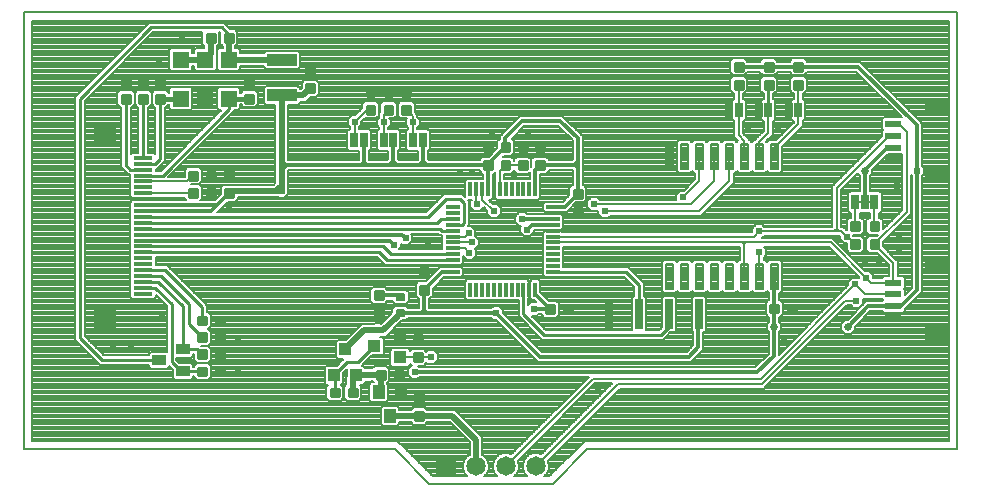
<source format=gtl>
G75*
%MOIN*%
%OFA0B0*%
%FSLAX25Y25*%
%IPPOS*%
%LPD*%
%AMOC8*
5,1,8,0,0,1.08239X$1,22.5*
%
%ADD10C,0.00600*%
%ADD11C,0.00875*%
%ADD12R,0.05500X0.05500*%
%ADD13C,0.00625*%
%ADD14R,0.06299X0.01181*%
%ADD15R,0.07677X0.06299*%
%ADD16R,0.09843X0.03937*%
%ADD17R,0.04500X0.03500*%
%ADD18R,0.04000X0.04500*%
%ADD19R,0.01181X0.04724*%
%ADD20R,0.04724X0.01181*%
%ADD21R,0.02500X0.10000*%
%ADD22R,0.05315X0.02362*%
%ADD23R,0.07874X0.04724*%
%ADD24R,0.02500X0.05000*%
%ADD25C,0.00800*%
%ADD26C,0.00750*%
%ADD27R,0.04331X0.03937*%
%ADD28R,0.06500X0.06500*%
%ADD29C,0.06500*%
%ADD30R,0.03937X0.04331*%
%ADD31C,0.01000*%
%ADD32C,0.01200*%
%ADD33C,0.02400*%
%ADD34C,0.02000*%
%ADD35C,0.01500*%
%ADD36C,0.03200*%
%ADD37C,0.02578*%
D10*
X0003112Y0018800D02*
X0003112Y0164469D01*
X0314136Y0164469D01*
X0314136Y0018800D01*
X0190812Y0018800D01*
X0179254Y0007200D01*
X0138112Y0007200D01*
X0126612Y0018800D01*
X0003112Y0018800D01*
D11*
X0061160Y0046108D02*
X0063786Y0046108D01*
X0063786Y0043482D01*
X0061160Y0043482D01*
X0061160Y0046108D01*
X0061160Y0044313D02*
X0063786Y0044313D01*
X0063786Y0045144D02*
X0061160Y0045144D01*
X0061160Y0045975D02*
X0063786Y0045975D01*
X0067160Y0046108D02*
X0069786Y0046108D01*
X0069786Y0043482D01*
X0067160Y0043482D01*
X0067160Y0046108D01*
X0067160Y0044313D02*
X0069786Y0044313D01*
X0069786Y0045144D02*
X0067160Y0045144D01*
X0067160Y0045975D02*
X0069786Y0045975D01*
X0069786Y0051808D02*
X0067160Y0051808D01*
X0069786Y0051808D02*
X0069786Y0049182D01*
X0067160Y0049182D01*
X0067160Y0051808D01*
X0067160Y0050013D02*
X0069786Y0050013D01*
X0069786Y0050844D02*
X0067160Y0050844D01*
X0067160Y0051675D02*
X0069786Y0051675D01*
X0069786Y0057508D02*
X0067160Y0057508D01*
X0069786Y0057508D02*
X0069786Y0054882D01*
X0067160Y0054882D01*
X0067160Y0057508D01*
X0067160Y0055713D02*
X0069786Y0055713D01*
X0069786Y0056544D02*
X0067160Y0056544D01*
X0067160Y0057375D02*
X0069786Y0057375D01*
X0069786Y0063108D02*
X0067160Y0063108D01*
X0069786Y0063108D02*
X0069786Y0060482D01*
X0067160Y0060482D01*
X0067160Y0063108D01*
X0067160Y0061313D02*
X0069786Y0061313D01*
X0069786Y0062144D02*
X0067160Y0062144D01*
X0067160Y0062975D02*
X0069786Y0062975D01*
X0063786Y0063108D02*
X0061160Y0063108D01*
X0063786Y0063108D02*
X0063786Y0060482D01*
X0061160Y0060482D01*
X0061160Y0063108D01*
X0061160Y0061313D02*
X0063786Y0061313D01*
X0063786Y0062144D02*
X0061160Y0062144D01*
X0061160Y0062975D02*
X0063786Y0062975D01*
X0063786Y0057508D02*
X0061160Y0057508D01*
X0063786Y0057508D02*
X0063786Y0054882D01*
X0061160Y0054882D01*
X0061160Y0057508D01*
X0061160Y0055713D02*
X0063786Y0055713D01*
X0063786Y0056544D02*
X0061160Y0056544D01*
X0061160Y0057375D02*
X0063786Y0057375D01*
X0063786Y0051808D02*
X0061160Y0051808D01*
X0063786Y0051808D02*
X0063786Y0049182D01*
X0061160Y0049182D01*
X0061160Y0051808D01*
X0061160Y0050013D02*
X0063786Y0050013D01*
X0063786Y0050844D02*
X0061160Y0050844D01*
X0061160Y0051675D02*
X0063786Y0051675D01*
X0105299Y0039113D02*
X0107925Y0039113D01*
X0107925Y0036487D01*
X0105299Y0036487D01*
X0105299Y0039113D01*
X0105299Y0037318D02*
X0107925Y0037318D01*
X0107925Y0038149D02*
X0105299Y0038149D01*
X0105299Y0038980D02*
X0107925Y0038980D01*
X0111299Y0039113D02*
X0113925Y0039113D01*
X0113925Y0036487D01*
X0111299Y0036487D01*
X0111299Y0039113D01*
X0111299Y0037318D02*
X0113925Y0037318D01*
X0113925Y0038149D02*
X0111299Y0038149D01*
X0111299Y0038980D02*
X0113925Y0038980D01*
X0120560Y0045008D02*
X0123186Y0045008D01*
X0123186Y0042382D01*
X0120560Y0042382D01*
X0120560Y0045008D01*
X0120560Y0043213D02*
X0123186Y0043213D01*
X0123186Y0044044D02*
X0120560Y0044044D01*
X0120560Y0044875D02*
X0123186Y0044875D01*
X0126560Y0045008D02*
X0129186Y0045008D01*
X0129186Y0042382D01*
X0126560Y0042382D01*
X0126560Y0045008D01*
X0126560Y0043213D02*
X0129186Y0043213D01*
X0129186Y0044044D02*
X0126560Y0044044D01*
X0126560Y0044875D02*
X0129186Y0044875D01*
X0135625Y0048187D02*
X0135625Y0050813D01*
X0135625Y0048187D02*
X0132999Y0048187D01*
X0132999Y0050813D01*
X0135625Y0050813D01*
X0135625Y0049018D02*
X0132999Y0049018D01*
X0132999Y0049849D02*
X0135625Y0049849D01*
X0135625Y0050680D02*
X0132999Y0050680D01*
X0135625Y0054187D02*
X0135625Y0056813D01*
X0135625Y0054187D02*
X0132999Y0054187D01*
X0132999Y0056813D01*
X0135625Y0056813D01*
X0135625Y0055018D02*
X0132999Y0055018D01*
X0132999Y0055849D02*
X0135625Y0055849D01*
X0135625Y0056680D02*
X0132999Y0056680D01*
X0122620Y0062826D02*
X0122620Y0065452D01*
X0122620Y0062826D02*
X0119994Y0062826D01*
X0119994Y0065452D01*
X0122620Y0065452D01*
X0122620Y0063657D02*
X0119994Y0063657D01*
X0119994Y0064488D02*
X0122620Y0064488D01*
X0122620Y0065319D02*
X0119994Y0065319D01*
X0122620Y0068826D02*
X0122620Y0071452D01*
X0122620Y0068826D02*
X0119994Y0068826D01*
X0119994Y0071452D01*
X0122620Y0071452D01*
X0122620Y0069657D02*
X0119994Y0069657D01*
X0119994Y0070488D02*
X0122620Y0070488D01*
X0122620Y0071319D02*
X0119994Y0071319D01*
X0135099Y0070687D02*
X0135099Y0073313D01*
X0137725Y0073313D01*
X0137725Y0070687D01*
X0135099Y0070687D01*
X0135099Y0071518D02*
X0137725Y0071518D01*
X0137725Y0072349D02*
X0135099Y0072349D01*
X0135099Y0073180D02*
X0137725Y0073180D01*
X0135099Y0076687D02*
X0135099Y0079313D01*
X0137725Y0079313D01*
X0137725Y0076687D01*
X0135099Y0076687D01*
X0135099Y0077518D02*
X0137725Y0077518D01*
X0137725Y0078349D02*
X0135099Y0078349D01*
X0135099Y0079180D02*
X0137725Y0079180D01*
X0177099Y0066913D02*
X0179725Y0066913D01*
X0179725Y0064287D01*
X0177099Y0064287D01*
X0177099Y0066913D01*
X0177099Y0065118D02*
X0179725Y0065118D01*
X0179725Y0065949D02*
X0177099Y0065949D01*
X0177099Y0066780D02*
X0179725Y0066780D01*
X0183099Y0066913D02*
X0185725Y0066913D01*
X0185725Y0064287D01*
X0183099Y0064287D01*
X0183099Y0066913D01*
X0183099Y0065118D02*
X0185725Y0065118D01*
X0185725Y0065949D02*
X0183099Y0065949D01*
X0183099Y0066780D02*
X0185725Y0066780D01*
X0188925Y0096687D02*
X0188925Y0099313D01*
X0188925Y0096687D02*
X0186299Y0096687D01*
X0186299Y0099313D01*
X0188925Y0099313D01*
X0188925Y0097518D02*
X0186299Y0097518D01*
X0186299Y0098349D02*
X0188925Y0098349D01*
X0188925Y0099180D02*
X0186299Y0099180D01*
X0188925Y0102687D02*
X0188925Y0105313D01*
X0188925Y0102687D02*
X0186299Y0102687D01*
X0186299Y0105313D01*
X0188925Y0105313D01*
X0188925Y0103518D02*
X0186299Y0103518D01*
X0186299Y0104349D02*
X0188925Y0104349D01*
X0188925Y0105180D02*
X0186299Y0105180D01*
X0173699Y0112287D02*
X0173699Y0114913D01*
X0176325Y0114913D01*
X0176325Y0112287D01*
X0173699Y0112287D01*
X0173699Y0113118D02*
X0176325Y0113118D01*
X0176325Y0113949D02*
X0173699Y0113949D01*
X0173699Y0114780D02*
X0176325Y0114780D01*
X0167899Y0114913D02*
X0167899Y0112287D01*
X0167899Y0114913D02*
X0170525Y0114913D01*
X0170525Y0112287D01*
X0167899Y0112287D01*
X0167899Y0113118D02*
X0170525Y0113118D01*
X0170525Y0113949D02*
X0167899Y0113949D01*
X0167899Y0114780D02*
X0170525Y0114780D01*
X0167899Y0118287D02*
X0167899Y0120913D01*
X0170525Y0120913D01*
X0170525Y0118287D01*
X0167899Y0118287D01*
X0167899Y0119118D02*
X0170525Y0119118D01*
X0170525Y0119949D02*
X0167899Y0119949D01*
X0167899Y0120780D02*
X0170525Y0120780D01*
X0173699Y0120913D02*
X0173699Y0118287D01*
X0173699Y0120913D02*
X0176325Y0120913D01*
X0176325Y0118287D01*
X0173699Y0118287D01*
X0173699Y0119118D02*
X0176325Y0119118D01*
X0176325Y0119949D02*
X0173699Y0119949D01*
X0173699Y0120780D02*
X0176325Y0120780D01*
X0164825Y0120913D02*
X0164825Y0118287D01*
X0162199Y0118287D01*
X0162199Y0120913D01*
X0164825Y0120913D01*
X0164825Y0119118D02*
X0162199Y0119118D01*
X0162199Y0119949D02*
X0164825Y0119949D01*
X0164825Y0120780D02*
X0162199Y0120780D01*
X0156399Y0120913D02*
X0156399Y0118287D01*
X0156399Y0120913D02*
X0159025Y0120913D01*
X0159025Y0118287D01*
X0156399Y0118287D01*
X0156399Y0119118D02*
X0159025Y0119118D01*
X0159025Y0119949D02*
X0156399Y0119949D01*
X0156399Y0120780D02*
X0159025Y0120780D01*
X0156399Y0114913D02*
X0156399Y0112287D01*
X0156399Y0114913D02*
X0159025Y0114913D01*
X0159025Y0112287D01*
X0156399Y0112287D01*
X0156399Y0113118D02*
X0159025Y0113118D01*
X0159025Y0113949D02*
X0156399Y0113949D01*
X0156399Y0114780D02*
X0159025Y0114780D01*
X0164825Y0114913D02*
X0164825Y0112287D01*
X0162199Y0112287D01*
X0162199Y0114913D01*
X0164825Y0114913D01*
X0164825Y0113118D02*
X0162199Y0113118D01*
X0162199Y0113949D02*
X0164825Y0113949D01*
X0164825Y0114780D02*
X0162199Y0114780D01*
X0131725Y0130687D02*
X0131725Y0133313D01*
X0131725Y0130687D02*
X0129099Y0130687D01*
X0129099Y0133313D01*
X0131725Y0133313D01*
X0131725Y0131518D02*
X0129099Y0131518D01*
X0129099Y0132349D02*
X0131725Y0132349D01*
X0131725Y0133180D02*
X0129099Y0133180D01*
X0125825Y0133313D02*
X0125825Y0130687D01*
X0123199Y0130687D01*
X0123199Y0133313D01*
X0125825Y0133313D01*
X0125825Y0131518D02*
X0123199Y0131518D01*
X0123199Y0132349D02*
X0125825Y0132349D01*
X0125825Y0133180D02*
X0123199Y0133180D01*
X0119825Y0133313D02*
X0119825Y0130687D01*
X0117199Y0130687D01*
X0117199Y0133313D01*
X0119825Y0133313D01*
X0119825Y0131518D02*
X0117199Y0131518D01*
X0117199Y0132349D02*
X0119825Y0132349D01*
X0119825Y0133180D02*
X0117199Y0133180D01*
X0119825Y0136687D02*
X0119825Y0139313D01*
X0119825Y0136687D02*
X0117199Y0136687D01*
X0117199Y0139313D01*
X0119825Y0139313D01*
X0119825Y0137518D02*
X0117199Y0137518D01*
X0117199Y0138349D02*
X0119825Y0138349D01*
X0119825Y0139180D02*
X0117199Y0139180D01*
X0125825Y0139313D02*
X0125825Y0136687D01*
X0123199Y0136687D01*
X0123199Y0139313D01*
X0125825Y0139313D01*
X0125825Y0137518D02*
X0123199Y0137518D01*
X0123199Y0138349D02*
X0125825Y0138349D01*
X0125825Y0139180D02*
X0123199Y0139180D01*
X0131725Y0139313D02*
X0131725Y0136687D01*
X0129099Y0136687D01*
X0129099Y0139313D01*
X0131725Y0139313D01*
X0131725Y0137518D02*
X0129099Y0137518D01*
X0129099Y0138349D02*
X0131725Y0138349D01*
X0131725Y0139180D02*
X0129099Y0139180D01*
X0097104Y0140474D02*
X0097104Y0137848D01*
X0097104Y0140474D02*
X0099730Y0140474D01*
X0099730Y0137848D01*
X0097104Y0137848D01*
X0097104Y0138679D02*
X0099730Y0138679D01*
X0099730Y0139510D02*
X0097104Y0139510D01*
X0097104Y0140341D02*
X0099730Y0140341D01*
X0097104Y0143848D02*
X0097104Y0146474D01*
X0099730Y0146474D01*
X0099730Y0143848D01*
X0097104Y0143848D01*
X0097104Y0144679D02*
X0099730Y0144679D01*
X0099730Y0145510D02*
X0097104Y0145510D01*
X0097104Y0146341D02*
X0099730Y0146341D01*
X0076804Y0143074D02*
X0076804Y0140448D01*
X0076804Y0143074D02*
X0079430Y0143074D01*
X0079430Y0140448D01*
X0076804Y0140448D01*
X0076804Y0141279D02*
X0079430Y0141279D01*
X0079430Y0142110D02*
X0076804Y0142110D01*
X0076804Y0142941D02*
X0079430Y0142941D01*
X0076804Y0137074D02*
X0076804Y0134448D01*
X0076804Y0137074D02*
X0079430Y0137074D01*
X0079430Y0134448D01*
X0076804Y0134448D01*
X0076804Y0135279D02*
X0079430Y0135279D01*
X0079430Y0136110D02*
X0076804Y0136110D01*
X0076804Y0136941D02*
X0079430Y0136941D01*
X0047104Y0137074D02*
X0047104Y0134448D01*
X0047104Y0137074D02*
X0049730Y0137074D01*
X0049730Y0134448D01*
X0047104Y0134448D01*
X0047104Y0135279D02*
X0049730Y0135279D01*
X0049730Y0136110D02*
X0047104Y0136110D01*
X0047104Y0136941D02*
X0049730Y0136941D01*
X0041404Y0137074D02*
X0041404Y0134448D01*
X0041404Y0137074D02*
X0044030Y0137074D01*
X0044030Y0134448D01*
X0041404Y0134448D01*
X0041404Y0135279D02*
X0044030Y0135279D01*
X0044030Y0136110D02*
X0041404Y0136110D01*
X0041404Y0136941D02*
X0044030Y0136941D01*
X0035704Y0137074D02*
X0035704Y0134448D01*
X0035704Y0137074D02*
X0038330Y0137074D01*
X0038330Y0134448D01*
X0035704Y0134448D01*
X0035704Y0135279D02*
X0038330Y0135279D01*
X0038330Y0136110D02*
X0035704Y0136110D01*
X0035704Y0136941D02*
X0038330Y0136941D01*
X0035704Y0140448D02*
X0035704Y0143074D01*
X0038330Y0143074D01*
X0038330Y0140448D01*
X0035704Y0140448D01*
X0035704Y0141279D02*
X0038330Y0141279D01*
X0038330Y0142110D02*
X0035704Y0142110D01*
X0035704Y0142941D02*
X0038330Y0142941D01*
X0041404Y0143074D02*
X0041404Y0140448D01*
X0041404Y0143074D02*
X0044030Y0143074D01*
X0044030Y0140448D01*
X0041404Y0140448D01*
X0041404Y0141279D02*
X0044030Y0141279D01*
X0044030Y0142110D02*
X0041404Y0142110D01*
X0041404Y0142941D02*
X0044030Y0142941D01*
X0047104Y0143074D02*
X0047104Y0140448D01*
X0047104Y0143074D02*
X0049730Y0143074D01*
X0049730Y0140448D01*
X0047104Y0140448D01*
X0047104Y0141279D02*
X0049730Y0141279D01*
X0049730Y0142110D02*
X0047104Y0142110D01*
X0047104Y0142941D02*
X0049730Y0142941D01*
X0063960Y0157308D02*
X0066586Y0157308D01*
X0066586Y0154682D01*
X0063960Y0154682D01*
X0063960Y0157308D01*
X0063960Y0155513D02*
X0066586Y0155513D01*
X0066586Y0156344D02*
X0063960Y0156344D01*
X0063960Y0157175D02*
X0066586Y0157175D01*
X0069960Y0157308D02*
X0072586Y0157308D01*
X0072586Y0154682D01*
X0069960Y0154682D01*
X0069960Y0157308D01*
X0069960Y0155513D02*
X0072586Y0155513D01*
X0072586Y0156344D02*
X0069960Y0156344D01*
X0069960Y0157175D02*
X0072586Y0157175D01*
X0070104Y0111574D02*
X0070104Y0108948D01*
X0070104Y0111574D02*
X0072730Y0111574D01*
X0072730Y0108948D01*
X0070104Y0108948D01*
X0070104Y0109779D02*
X0072730Y0109779D01*
X0072730Y0110610D02*
X0070104Y0110610D01*
X0070104Y0111441D02*
X0072730Y0111441D01*
X0066686Y0111408D02*
X0064060Y0111408D01*
X0066686Y0111408D02*
X0066686Y0108782D01*
X0064060Y0108782D01*
X0064060Y0111408D01*
X0064060Y0109613D02*
X0066686Y0109613D01*
X0066686Y0110444D02*
X0064060Y0110444D01*
X0064060Y0111275D02*
X0066686Y0111275D01*
X0060686Y0111408D02*
X0058060Y0111408D01*
X0060686Y0111408D02*
X0060686Y0108782D01*
X0058060Y0108782D01*
X0058060Y0111408D01*
X0058060Y0109613D02*
X0060686Y0109613D01*
X0060686Y0110444D02*
X0058060Y0110444D01*
X0058060Y0111275D02*
X0060686Y0111275D01*
X0060686Y0105708D02*
X0058060Y0105708D01*
X0060686Y0105708D02*
X0060686Y0103082D01*
X0058060Y0103082D01*
X0058060Y0105708D01*
X0058060Y0103913D02*
X0060686Y0103913D01*
X0060686Y0104744D02*
X0058060Y0104744D01*
X0058060Y0105575D02*
X0060686Y0105575D01*
X0064060Y0105708D02*
X0066686Y0105708D01*
X0066686Y0103082D01*
X0064060Y0103082D01*
X0064060Y0105708D01*
X0064060Y0103913D02*
X0066686Y0103913D01*
X0066686Y0104744D02*
X0064060Y0104744D01*
X0064060Y0105575D02*
X0066686Y0105575D01*
X0070104Y0105574D02*
X0070104Y0102948D01*
X0070104Y0105574D02*
X0072730Y0105574D01*
X0072730Y0102948D01*
X0070104Y0102948D01*
X0070104Y0103779D02*
X0072730Y0103779D01*
X0072730Y0104610D02*
X0070104Y0104610D01*
X0070104Y0105441D02*
X0072730Y0105441D01*
X0133404Y0037274D02*
X0133404Y0034648D01*
X0133404Y0037274D02*
X0136030Y0037274D01*
X0136030Y0034648D01*
X0133404Y0034648D01*
X0133404Y0035479D02*
X0136030Y0035479D01*
X0136030Y0036310D02*
X0133404Y0036310D01*
X0133404Y0037141D02*
X0136030Y0037141D01*
X0133404Y0031274D02*
X0133404Y0028648D01*
X0133404Y0031274D02*
X0136030Y0031274D01*
X0136030Y0028648D01*
X0133404Y0028648D01*
X0133404Y0029479D02*
X0136030Y0029479D01*
X0136030Y0030310D02*
X0133404Y0030310D01*
X0133404Y0031141D02*
X0136030Y0031141D01*
X0251799Y0067113D02*
X0254425Y0067113D01*
X0254425Y0064487D01*
X0251799Y0064487D01*
X0251799Y0067113D01*
X0251799Y0065318D02*
X0254425Y0065318D01*
X0254425Y0066149D02*
X0251799Y0066149D01*
X0251799Y0066980D02*
X0254425Y0066980D01*
X0257799Y0067113D02*
X0260425Y0067113D01*
X0260425Y0064487D01*
X0257799Y0064487D01*
X0257799Y0067113D01*
X0257799Y0065318D02*
X0260425Y0065318D01*
X0260425Y0066149D02*
X0257799Y0066149D01*
X0257799Y0066980D02*
X0260425Y0066980D01*
X0281425Y0085887D02*
X0281425Y0088513D01*
X0281425Y0085887D02*
X0278799Y0085887D01*
X0278799Y0088513D01*
X0281425Y0088513D01*
X0281425Y0086718D02*
X0278799Y0086718D01*
X0278799Y0087549D02*
X0281425Y0087549D01*
X0281425Y0088380D02*
X0278799Y0088380D01*
X0287825Y0088513D02*
X0287825Y0085887D01*
X0285199Y0085887D01*
X0285199Y0088513D01*
X0287825Y0088513D01*
X0287825Y0086718D02*
X0285199Y0086718D01*
X0285199Y0087549D02*
X0287825Y0087549D01*
X0287825Y0088380D02*
X0285199Y0088380D01*
X0287825Y0091887D02*
X0287825Y0094513D01*
X0287825Y0091887D02*
X0285199Y0091887D01*
X0285199Y0094513D01*
X0287825Y0094513D01*
X0287825Y0092718D02*
X0285199Y0092718D01*
X0285199Y0093549D02*
X0287825Y0093549D01*
X0287825Y0094380D02*
X0285199Y0094380D01*
X0281425Y0094513D02*
X0281425Y0091887D01*
X0278799Y0091887D01*
X0278799Y0094513D01*
X0281425Y0094513D01*
X0281425Y0092718D02*
X0278799Y0092718D01*
X0278799Y0093549D02*
X0281425Y0093549D01*
X0281425Y0094380D02*
X0278799Y0094380D01*
X0262425Y0139087D02*
X0262425Y0141713D01*
X0262425Y0139087D02*
X0259799Y0139087D01*
X0259799Y0141713D01*
X0262425Y0141713D01*
X0262425Y0139918D02*
X0259799Y0139918D01*
X0259799Y0140749D02*
X0262425Y0140749D01*
X0262425Y0141580D02*
X0259799Y0141580D01*
X0262425Y0145087D02*
X0262425Y0147713D01*
X0262425Y0145087D02*
X0259799Y0145087D01*
X0259799Y0147713D01*
X0262425Y0147713D01*
X0262425Y0145918D02*
X0259799Y0145918D01*
X0259799Y0146749D02*
X0262425Y0146749D01*
X0262425Y0147580D02*
X0259799Y0147580D01*
X0252521Y0147674D02*
X0252521Y0145048D01*
X0249895Y0145048D01*
X0249895Y0147674D01*
X0252521Y0147674D01*
X0252521Y0145879D02*
X0249895Y0145879D01*
X0249895Y0146710D02*
X0252521Y0146710D01*
X0252521Y0147541D02*
X0249895Y0147541D01*
X0242525Y0147713D02*
X0242525Y0145087D01*
X0239899Y0145087D01*
X0239899Y0147713D01*
X0242525Y0147713D01*
X0242525Y0145918D02*
X0239899Y0145918D01*
X0239899Y0146749D02*
X0242525Y0146749D01*
X0242525Y0147580D02*
X0239899Y0147580D01*
X0242525Y0141713D02*
X0242525Y0139087D01*
X0239899Y0139087D01*
X0239899Y0141713D01*
X0242525Y0141713D01*
X0242525Y0139918D02*
X0239899Y0139918D01*
X0239899Y0140749D02*
X0242525Y0140749D01*
X0242525Y0141580D02*
X0239899Y0141580D01*
X0252521Y0141674D02*
X0252521Y0139048D01*
X0249895Y0139048D01*
X0249895Y0141674D01*
X0252521Y0141674D01*
X0252521Y0139879D02*
X0249895Y0139879D01*
X0249895Y0140710D02*
X0252521Y0140710D01*
X0252521Y0141541D02*
X0249895Y0141541D01*
D12*
X0071307Y0135739D03*
X0063407Y0135739D03*
X0055317Y0135761D03*
X0055317Y0148761D03*
X0063407Y0148739D03*
X0071307Y0148739D03*
D13*
X0129780Y0070649D02*
X0129780Y0068773D01*
X0127254Y0068773D01*
X0127254Y0070649D01*
X0129780Y0070649D01*
X0129780Y0069367D02*
X0127254Y0069367D01*
X0127254Y0069961D02*
X0129780Y0069961D01*
X0129780Y0070555D02*
X0127254Y0070555D01*
X0129780Y0065149D02*
X0129780Y0063273D01*
X0127254Y0063273D01*
X0127254Y0065149D01*
X0129780Y0065149D01*
X0129780Y0063867D02*
X0127254Y0063867D01*
X0127254Y0064461D02*
X0129780Y0064461D01*
X0129780Y0065055D02*
X0127254Y0065055D01*
D14*
X0042679Y0070728D03*
X0042679Y0072696D03*
X0042679Y0074665D03*
X0042679Y0076633D03*
X0042679Y0078602D03*
X0042679Y0080570D03*
X0042679Y0082539D03*
X0042679Y0084507D03*
X0042679Y0086476D03*
X0042679Y0088444D03*
X0042679Y0090413D03*
X0042679Y0092381D03*
X0042679Y0094350D03*
X0042679Y0096318D03*
X0042679Y0098287D03*
X0042679Y0100255D03*
X0042679Y0102224D03*
X0042679Y0104192D03*
X0042679Y0106161D03*
X0042679Y0108129D03*
X0042679Y0110098D03*
X0042679Y0112066D03*
X0042679Y0114035D03*
X0042679Y0116003D03*
D15*
X0029884Y0124468D03*
X0029884Y0062263D03*
D16*
X0088907Y0136834D03*
X0088907Y0148645D03*
D17*
X0056007Y0052280D03*
X0048007Y0048539D03*
X0056007Y0044799D03*
D18*
X0121267Y0037839D03*
X0128748Y0037839D03*
X0125007Y0029839D03*
D19*
X0151785Y0072068D03*
X0153754Y0072068D03*
X0155722Y0072068D03*
X0157691Y0072068D03*
X0159659Y0072068D03*
X0161628Y0072068D03*
X0163596Y0072068D03*
X0165565Y0072068D03*
X0167533Y0072068D03*
X0169502Y0072068D03*
X0171470Y0072068D03*
X0173439Y0072068D03*
X0173439Y0105532D03*
X0171470Y0105532D03*
X0169502Y0105532D03*
X0167533Y0105532D03*
X0165565Y0105532D03*
X0163596Y0105532D03*
X0161628Y0105532D03*
X0159659Y0105532D03*
X0157691Y0105532D03*
X0155722Y0105532D03*
X0153754Y0105532D03*
X0151785Y0105532D03*
D20*
X0145880Y0099627D03*
X0145880Y0097658D03*
X0145880Y0095690D03*
X0145880Y0093721D03*
X0145880Y0091753D03*
X0145880Y0089784D03*
X0145880Y0087816D03*
X0145880Y0085847D03*
X0145880Y0083879D03*
X0145880Y0081910D03*
X0145880Y0079942D03*
X0145880Y0077973D03*
X0179344Y0077973D03*
X0179344Y0079942D03*
X0179344Y0081910D03*
X0179344Y0083879D03*
X0179344Y0085847D03*
X0179344Y0087816D03*
X0179344Y0089784D03*
X0179344Y0091753D03*
X0179344Y0093721D03*
X0179344Y0095690D03*
X0179344Y0097658D03*
X0179344Y0099627D03*
D21*
X0198109Y0063900D03*
X0208109Y0063900D03*
X0218109Y0063900D03*
X0228109Y0063900D03*
D22*
X0292812Y0062594D03*
X0292812Y0066531D03*
X0292812Y0070469D03*
X0292812Y0074406D03*
X0292812Y0115494D03*
X0292812Y0119431D03*
X0292812Y0123369D03*
X0292812Y0127306D03*
D23*
X0307281Y0132424D03*
X0307281Y0110376D03*
X0307281Y0079524D03*
X0307281Y0057476D03*
D24*
X0286512Y0101200D03*
X0283312Y0101200D03*
X0280112Y0101200D03*
X0261094Y0132000D03*
X0257894Y0132000D03*
X0251151Y0132000D03*
X0247951Y0132000D03*
X0241309Y0132000D03*
X0238109Y0132000D03*
X0135912Y0122000D03*
X0132712Y0122000D03*
X0126112Y0122000D03*
X0122912Y0122000D03*
X0116312Y0122000D03*
X0113112Y0122000D03*
D25*
X0113212Y0122100D01*
X0113212Y0127900D01*
X0117312Y0132000D01*
X0118512Y0132000D01*
X0121362Y0131768D02*
X0121662Y0131768D01*
X0121662Y0131271D02*
X0121412Y0131021D01*
X0121412Y0129553D01*
X0120612Y0128753D01*
X0120612Y0126847D01*
X0121412Y0126047D01*
X0121412Y0125600D01*
X0121206Y0125600D01*
X0120562Y0124956D01*
X0120562Y0119044D01*
X0121206Y0118400D01*
X0124412Y0118400D01*
X0124412Y0115604D01*
X0124108Y0115300D01*
X0118116Y0115300D01*
X0118012Y0115404D01*
X0118012Y0118400D01*
X0118018Y0118400D01*
X0118662Y0119044D01*
X0118662Y0124956D01*
X0118018Y0125600D01*
X0114712Y0125600D01*
X0114712Y0126147D01*
X0115512Y0126947D01*
X0115512Y0128079D01*
X0116583Y0129150D01*
X0120461Y0129150D01*
X0121362Y0130051D01*
X0121362Y0133949D01*
X0120461Y0134850D01*
X0116563Y0134850D01*
X0115662Y0133949D01*
X0115662Y0132471D01*
X0113391Y0130200D01*
X0112259Y0130200D01*
X0110912Y0128853D01*
X0110912Y0126947D01*
X0111712Y0126147D01*
X0111712Y0125600D01*
X0111406Y0125600D01*
X0110762Y0124956D01*
X0110762Y0119044D01*
X0111406Y0118400D01*
X0114612Y0118400D01*
X0114612Y0115404D01*
X0114508Y0115300D01*
X0091085Y0115300D01*
X0090981Y0115404D01*
X0090982Y0115967D01*
X0090982Y0115967D01*
X0091004Y0133765D01*
X0094284Y0133765D01*
X0094929Y0134410D01*
X0094929Y0134697D01*
X0095171Y0134695D01*
X0095176Y0134690D01*
X0096040Y0134690D01*
X0096903Y0134684D01*
X0096908Y0134690D01*
X0096916Y0134690D01*
X0097527Y0135301D01*
X0098141Y0135907D01*
X0098141Y0135915D01*
X0098537Y0136311D01*
X0100366Y0136311D01*
X0101267Y0137211D01*
X0101267Y0141110D01*
X0100366Y0142011D01*
X0096467Y0142011D01*
X0095567Y0141110D01*
X0095567Y0139280D01*
X0095181Y0138895D01*
X0094929Y0138897D01*
X0094929Y0139258D01*
X0094284Y0139902D01*
X0083530Y0139902D01*
X0082886Y0139258D01*
X0082886Y0134410D01*
X0083530Y0133765D01*
X0086804Y0133765D01*
X0086780Y0114233D01*
X0086778Y0112671D01*
X0086777Y0112670D01*
X0086777Y0111804D01*
X0086776Y0110933D01*
X0086777Y0110931D01*
X0086777Y0110772D01*
X0086773Y0110768D01*
X0086773Y0107530D01*
X0086312Y0107070D01*
X0086242Y0107000D01*
X0073477Y0107000D01*
X0073366Y0107111D01*
X0069467Y0107111D01*
X0068567Y0106210D01*
X0068567Y0103815D01*
X0066707Y0101955D01*
X0061732Y0101955D01*
X0062223Y0102446D01*
X0062223Y0106345D01*
X0061322Y0107245D01*
X0058635Y0107245D01*
X0061322Y0107245D01*
X0062223Y0108146D01*
X0062223Y0112045D01*
X0061322Y0112945D01*
X0057423Y0112945D01*
X0056523Y0112045D01*
X0056523Y0109629D01*
X0051004Y0109629D01*
X0071970Y0130595D01*
X0072907Y0131533D01*
X0072907Y0131889D01*
X0074513Y0131889D01*
X0075157Y0132534D01*
X0075157Y0133889D01*
X0075267Y0133889D01*
X0075267Y0133811D01*
X0076167Y0132911D01*
X0080066Y0132911D01*
X0080967Y0133811D01*
X0080967Y0137710D01*
X0080066Y0138611D01*
X0076167Y0138611D01*
X0075267Y0137710D01*
X0075267Y0137589D01*
X0075157Y0137589D01*
X0075157Y0138945D01*
X0074513Y0139589D01*
X0068102Y0139589D01*
X0067457Y0138945D01*
X0067457Y0132534D01*
X0068102Y0131889D01*
X0068739Y0131889D01*
X0048547Y0111698D01*
X0046929Y0111698D01*
X0046929Y0112435D01*
X0047409Y0112435D01*
X0050017Y0115042D01*
X0050017Y0132911D01*
X0050366Y0132911D01*
X0051267Y0133811D01*
X0051267Y0133911D01*
X0051467Y0133911D01*
X0051467Y0132555D01*
X0052111Y0131911D01*
X0058522Y0131911D01*
X0059167Y0132555D01*
X0059167Y0138966D01*
X0058522Y0139611D01*
X0052111Y0139611D01*
X0051467Y0138966D01*
X0051467Y0137611D01*
X0051267Y0137611D01*
X0051267Y0137710D01*
X0050366Y0138611D01*
X0046467Y0138611D01*
X0045567Y0137710D01*
X0045567Y0133811D01*
X0046467Y0132911D01*
X0046817Y0132911D01*
X0046817Y0117161D01*
X0046284Y0117694D01*
X0044279Y0117694D01*
X0044279Y0132911D01*
X0044666Y0132911D01*
X0045567Y0133811D01*
X0045567Y0137710D01*
X0044666Y0138611D01*
X0040767Y0138611D01*
X0039867Y0137710D01*
X0039867Y0133811D01*
X0040767Y0132911D01*
X0041079Y0132911D01*
X0041079Y0117694D01*
X0039074Y0117694D01*
X0038612Y0117232D01*
X0038612Y0132911D01*
X0038966Y0132911D01*
X0039867Y0133811D01*
X0039867Y0137710D01*
X0038966Y0138611D01*
X0035067Y0138611D01*
X0034167Y0137710D01*
X0034167Y0133811D01*
X0035067Y0132911D01*
X0035412Y0132911D01*
X0035412Y0112837D01*
X0037783Y0110466D01*
X0038429Y0110466D01*
X0038429Y0103146D01*
X0039074Y0102502D01*
X0046284Y0102502D01*
X0046475Y0102692D01*
X0056523Y0102692D01*
X0056523Y0102446D01*
X0057014Y0101955D01*
X0041975Y0101955D01*
X0041965Y0101946D01*
X0039074Y0101946D01*
X0038429Y0101301D01*
X0038429Y0069681D01*
X0039074Y0069037D01*
X0046284Y0069037D01*
X0046929Y0069681D01*
X0046929Y0070313D01*
X0050612Y0066629D01*
X0050612Y0051389D01*
X0045302Y0051389D01*
X0044657Y0050745D01*
X0044657Y0050139D01*
X0029635Y0050139D01*
X0023212Y0056563D01*
X0023212Y0135037D01*
X0046075Y0157900D01*
X0062423Y0157900D01*
X0062423Y0154046D01*
X0063173Y0153296D01*
X0063173Y0152589D01*
X0060202Y0152589D01*
X0059557Y0151945D01*
X0059557Y0150839D01*
X0059167Y0150839D01*
X0059167Y0151966D01*
X0058522Y0152611D01*
X0052111Y0152611D01*
X0051467Y0151966D01*
X0051467Y0145555D01*
X0052111Y0144911D01*
X0058522Y0144911D01*
X0059167Y0145555D01*
X0059167Y0146639D01*
X0059557Y0146639D01*
X0059557Y0145534D01*
X0060202Y0144889D01*
X0066613Y0144889D01*
X0067257Y0145534D01*
X0067257Y0149620D01*
X0067373Y0149735D01*
X0067373Y0153296D01*
X0068123Y0154046D01*
X0068123Y0157900D01*
X0068249Y0157900D01*
X0068423Y0157727D01*
X0068423Y0154046D01*
X0069207Y0153261D01*
X0069207Y0152589D01*
X0068102Y0152589D01*
X0067457Y0151945D01*
X0067457Y0145534D01*
X0068102Y0144889D01*
X0074513Y0144889D01*
X0075157Y0145534D01*
X0075157Y0146639D01*
X0082886Y0146639D01*
X0082886Y0146221D01*
X0083530Y0145576D01*
X0094284Y0145576D01*
X0094929Y0146221D01*
X0094929Y0151069D01*
X0094284Y0151713D01*
X0083530Y0151713D01*
X0082886Y0151069D01*
X0082886Y0150839D01*
X0075157Y0150839D01*
X0075157Y0151945D01*
X0074513Y0152589D01*
X0073407Y0152589D01*
X0073407Y0153331D01*
X0074123Y0154046D01*
X0074123Y0157945D01*
X0073222Y0158845D01*
X0071830Y0158845D01*
X0069575Y0161100D01*
X0044749Y0161100D01*
X0020012Y0136363D01*
X0020012Y0055237D01*
X0028310Y0046939D01*
X0044657Y0046939D01*
X0044657Y0046334D01*
X0045302Y0045689D01*
X0050713Y0045689D01*
X0051357Y0046334D01*
X0051357Y0046492D01*
X0052657Y0045192D01*
X0052657Y0042594D01*
X0053302Y0041949D01*
X0058713Y0041949D01*
X0059357Y0042594D01*
X0059357Y0043199D01*
X0059623Y0043199D01*
X0059623Y0042846D01*
X0060523Y0041945D01*
X0064422Y0041945D01*
X0065323Y0042846D01*
X0065323Y0046745D01*
X0064422Y0047645D01*
X0060523Y0047645D01*
X0064422Y0047645D01*
X0065323Y0048546D01*
X0065323Y0052445D01*
X0064422Y0053345D01*
X0061885Y0053345D01*
X0064422Y0053345D01*
X0065323Y0054246D01*
X0065323Y0058145D01*
X0064472Y0058995D01*
X0065323Y0059846D01*
X0065323Y0063745D01*
X0064422Y0064645D01*
X0063968Y0064645D01*
X0063968Y0066907D01*
X0050673Y0080202D01*
X0046929Y0080202D01*
X0046929Y0082907D01*
X0120752Y0082907D01*
X0123349Y0080310D01*
X0142971Y0080310D01*
X0143062Y0080220D01*
X0148698Y0080220D01*
X0149342Y0080864D01*
X0149342Y0083217D01*
X0150559Y0082000D01*
X0152465Y0082000D01*
X0153812Y0083347D01*
X0153812Y0085253D01*
X0153415Y0085650D01*
X0154612Y0086847D01*
X0154612Y0088753D01*
X0153365Y0090000D01*
X0153512Y0090147D01*
X0153512Y0092053D01*
X0152165Y0093400D01*
X0151075Y0093400D01*
X0151412Y0093737D01*
X0151412Y0101563D01*
X0150905Y0102070D01*
X0152254Y0102070D01*
X0152254Y0101994D01*
X0151712Y0101453D01*
X0151712Y0099547D01*
X0153059Y0098200D01*
X0154965Y0098200D01*
X0156228Y0099463D01*
X0157312Y0098379D01*
X0157312Y0097247D01*
X0158659Y0095900D01*
X0160565Y0095900D01*
X0161912Y0097247D01*
X0161912Y0099153D01*
X0160565Y0100500D01*
X0159433Y0100500D01*
X0157863Y0102070D01*
X0158737Y0102070D01*
X0159381Y0102714D01*
X0159381Y0104819D01*
X0159412Y0104849D01*
X0159412Y0110750D01*
X0159661Y0110750D01*
X0160128Y0111216D01*
X0160128Y0108541D01*
X0159937Y0108350D01*
X0159937Y0102714D01*
X0160582Y0102070D01*
X0174485Y0102070D01*
X0175129Y0102714D01*
X0175129Y0104819D01*
X0175139Y0104828D01*
X0175139Y0110750D01*
X0176961Y0110750D01*
X0177862Y0111651D01*
X0177862Y0111900D01*
X0185912Y0111900D01*
X0185912Y0106850D01*
X0185663Y0106850D01*
X0184762Y0105949D01*
X0184762Y0103554D01*
X0182535Y0101327D01*
X0178640Y0101327D01*
X0178631Y0101317D01*
X0176527Y0101317D01*
X0175882Y0100673D01*
X0175882Y0098581D01*
X0176527Y0097936D01*
X0178631Y0097936D01*
X0178640Y0097927D01*
X0183943Y0097927D01*
X0187166Y0101150D01*
X0189561Y0101150D01*
X0190462Y0102051D01*
X0190462Y0105949D01*
X0189561Y0106850D01*
X0189312Y0106850D01*
X0189312Y0123204D01*
X0183512Y0129004D01*
X0182516Y0130000D01*
X0168408Y0130000D01*
X0161812Y0123404D01*
X0161812Y0122450D01*
X0161563Y0122450D01*
X0160662Y0121549D01*
X0160662Y0119154D01*
X0157958Y0116450D01*
X0155763Y0116450D01*
X0154862Y0115549D01*
X0154862Y0115300D01*
X0137916Y0115300D01*
X0137612Y0115604D01*
X0137612Y0118400D01*
X0137618Y0118400D01*
X0138262Y0119044D01*
X0138262Y0124956D01*
X0137618Y0125600D01*
X0134112Y0125600D01*
X0134112Y0126047D01*
X0134912Y0126847D01*
X0134912Y0128753D01*
X0134112Y0129553D01*
X0134112Y0130421D01*
X0133262Y0131271D01*
X0133262Y0133949D01*
X0132361Y0134850D01*
X0128463Y0134850D01*
X0127562Y0133949D01*
X0127562Y0130051D01*
X0128463Y0129150D01*
X0130709Y0129150D01*
X0130312Y0128753D01*
X0130312Y0126847D01*
X0131112Y0126047D01*
X0131112Y0125600D01*
X0131006Y0125600D01*
X0130362Y0124956D01*
X0130362Y0119044D01*
X0131006Y0118400D01*
X0134212Y0118400D01*
X0134212Y0115404D01*
X0134108Y0115300D01*
X0128116Y0115300D01*
X0127812Y0115604D01*
X0127812Y0118400D01*
X0127818Y0118400D01*
X0128462Y0119044D01*
X0128462Y0124956D01*
X0127818Y0125600D01*
X0124412Y0125600D01*
X0124412Y0126047D01*
X0125212Y0126847D01*
X0125212Y0128753D01*
X0124815Y0129150D01*
X0126461Y0129150D01*
X0127362Y0130051D01*
X0127362Y0133949D01*
X0126461Y0134850D01*
X0122563Y0134850D01*
X0121662Y0133949D01*
X0121662Y0131271D01*
X0121412Y0130969D02*
X0121362Y0130969D01*
X0121362Y0130171D02*
X0121412Y0130171D01*
X0121232Y0129372D02*
X0120684Y0129372D01*
X0120612Y0128574D02*
X0116007Y0128574D01*
X0115512Y0127775D02*
X0120612Y0127775D01*
X0120612Y0126977D02*
X0115512Y0126977D01*
X0114743Y0126178D02*
X0121281Y0126178D01*
X0120986Y0125380D02*
X0118238Y0125380D01*
X0118662Y0124581D02*
X0120562Y0124581D01*
X0120562Y0123783D02*
X0118662Y0123783D01*
X0118662Y0122984D02*
X0120562Y0122984D01*
X0120562Y0122186D02*
X0118662Y0122186D01*
X0118662Y0121387D02*
X0120562Y0121387D01*
X0120562Y0120589D02*
X0118662Y0120589D01*
X0118662Y0119790D02*
X0120562Y0119790D01*
X0120615Y0118992D02*
X0118609Y0118992D01*
X0118012Y0118193D02*
X0124412Y0118193D01*
X0124412Y0117395D02*
X0118012Y0117395D01*
X0118012Y0116596D02*
X0124412Y0116596D01*
X0124412Y0115798D02*
X0118012Y0115798D01*
X0114612Y0115798D02*
X0090982Y0115798D01*
X0090983Y0116596D02*
X0114612Y0116596D01*
X0114612Y0117395D02*
X0090984Y0117395D01*
X0090984Y0118193D02*
X0114612Y0118193D01*
X0110815Y0118992D02*
X0090985Y0118992D01*
X0090986Y0119790D02*
X0110762Y0119790D01*
X0110762Y0120589D02*
X0090987Y0120589D01*
X0090988Y0121387D02*
X0110762Y0121387D01*
X0110762Y0122186D02*
X0090989Y0122186D01*
X0090990Y0122984D02*
X0110762Y0122984D01*
X0110762Y0123783D02*
X0090991Y0123783D01*
X0090992Y0124581D02*
X0110762Y0124581D01*
X0111186Y0125380D02*
X0090993Y0125380D01*
X0090994Y0126178D02*
X0111681Y0126178D01*
X0110912Y0126977D02*
X0090995Y0126977D01*
X0090996Y0127775D02*
X0110912Y0127775D01*
X0110912Y0128574D02*
X0090997Y0128574D01*
X0090998Y0129372D02*
X0111432Y0129372D01*
X0112230Y0130171D02*
X0090999Y0130171D01*
X0091000Y0130969D02*
X0114160Y0130969D01*
X0114959Y0131768D02*
X0091001Y0131768D01*
X0091002Y0132566D02*
X0115662Y0132566D01*
X0115662Y0133365D02*
X0091003Y0133365D01*
X0086803Y0133365D02*
X0080520Y0133365D01*
X0080967Y0134163D02*
X0083132Y0134163D01*
X0082886Y0134962D02*
X0080967Y0134962D01*
X0080967Y0135760D02*
X0082886Y0135760D01*
X0082886Y0136559D02*
X0080967Y0136559D01*
X0080967Y0137357D02*
X0082886Y0137357D01*
X0082886Y0138156D02*
X0080521Y0138156D01*
X0082886Y0138954D02*
X0075148Y0138954D01*
X0075157Y0138156D02*
X0075713Y0138156D01*
X0083381Y0139753D02*
X0027928Y0139753D01*
X0028726Y0140551D02*
X0095567Y0140551D01*
X0095567Y0139753D02*
X0094434Y0139753D01*
X0094929Y0138954D02*
X0095241Y0138954D01*
X0100614Y0136559D02*
X0239712Y0136559D01*
X0239712Y0137357D02*
X0101267Y0137357D01*
X0101267Y0138156D02*
X0238657Y0138156D01*
X0238362Y0138451D02*
X0239263Y0137550D01*
X0239712Y0137550D01*
X0239712Y0135600D01*
X0239603Y0135600D01*
X0238959Y0134956D01*
X0238959Y0129044D01*
X0239603Y0128400D01*
X0239809Y0128400D01*
X0239809Y0122882D01*
X0241030Y0121660D01*
X0240625Y0121256D01*
X0239861Y0122020D01*
X0236389Y0122020D01*
X0235625Y0121256D01*
X0234861Y0122020D01*
X0231389Y0122020D01*
X0230625Y0121256D01*
X0229861Y0122020D01*
X0226389Y0122020D01*
X0225625Y0121256D01*
X0224861Y0122020D01*
X0221389Y0122020D01*
X0220525Y0121156D01*
X0220525Y0111684D01*
X0221389Y0110820D01*
X0224861Y0110820D01*
X0225625Y0111584D01*
X0226389Y0110820D01*
X0226625Y0110820D01*
X0226625Y0108835D01*
X0222891Y0105100D01*
X0221759Y0105100D01*
X0220412Y0103753D01*
X0220412Y0102000D01*
X0194865Y0102000D01*
X0194065Y0102800D01*
X0192159Y0102800D01*
X0190812Y0101453D01*
X0190812Y0099547D01*
X0192159Y0098200D01*
X0194065Y0098200D01*
X0194312Y0098447D01*
X0194312Y0097247D01*
X0195659Y0095900D01*
X0197565Y0095900D01*
X0198365Y0096700D01*
X0228647Y0096700D01*
X0239625Y0107679D01*
X0239625Y0110820D01*
X0239861Y0110820D01*
X0240625Y0111584D01*
X0241389Y0110820D01*
X0244861Y0110820D01*
X0245625Y0111584D01*
X0246389Y0110820D01*
X0249861Y0110820D01*
X0250625Y0111584D01*
X0251389Y0110820D01*
X0254861Y0110820D01*
X0255725Y0111684D01*
X0255725Y0119692D01*
X0262594Y0126561D01*
X0262594Y0128400D01*
X0262800Y0128400D01*
X0263444Y0129044D01*
X0263444Y0134956D01*
X0262800Y0135600D01*
X0262612Y0135600D01*
X0262612Y0137550D01*
X0263061Y0137550D01*
X0263962Y0138451D01*
X0263962Y0142349D01*
X0263061Y0143250D01*
X0259163Y0143250D01*
X0258262Y0142349D01*
X0258262Y0138451D01*
X0259163Y0137550D01*
X0259612Y0137550D01*
X0259612Y0135600D01*
X0259388Y0135600D01*
X0258744Y0134956D01*
X0258744Y0129044D01*
X0259388Y0128400D01*
X0259594Y0128400D01*
X0259594Y0127803D01*
X0253810Y0122020D01*
X0251389Y0122020D01*
X0250625Y0121256D01*
X0250407Y0121474D01*
X0252651Y0123718D01*
X0252651Y0128400D01*
X0252857Y0128400D01*
X0253501Y0129044D01*
X0253501Y0134956D01*
X0252857Y0135600D01*
X0252751Y0135600D01*
X0252751Y0137511D01*
X0253157Y0137511D01*
X0254058Y0138411D01*
X0254058Y0142310D01*
X0253157Y0143211D01*
X0249259Y0143211D01*
X0248358Y0142310D01*
X0248358Y0138411D01*
X0249259Y0137511D01*
X0249551Y0137511D01*
X0249551Y0135600D01*
X0249446Y0135600D01*
X0248801Y0134956D01*
X0248801Y0129044D01*
X0249446Y0128400D01*
X0249651Y0128400D01*
X0249651Y0124961D01*
X0247504Y0122813D01*
X0246710Y0122020D01*
X0246389Y0122020D01*
X0245625Y0121256D01*
X0244861Y0122020D01*
X0244625Y0122020D01*
X0244625Y0122308D01*
X0243747Y0123187D01*
X0242809Y0124124D01*
X0242809Y0128400D01*
X0243015Y0128400D01*
X0243659Y0129044D01*
X0243659Y0134956D01*
X0243015Y0135600D01*
X0242712Y0135600D01*
X0242712Y0137550D01*
X0243161Y0137550D01*
X0244062Y0138451D01*
X0244062Y0142349D01*
X0243161Y0143250D01*
X0239263Y0143250D01*
X0238362Y0142349D01*
X0238362Y0138451D01*
X0238362Y0138954D02*
X0101267Y0138954D01*
X0101267Y0139753D02*
X0238362Y0139753D01*
X0238362Y0140551D02*
X0101267Y0140551D01*
X0101027Y0141350D02*
X0238362Y0141350D01*
X0238362Y0142148D02*
X0030323Y0142148D01*
X0029525Y0141350D02*
X0095807Y0141350D01*
X0094849Y0146141D02*
X0238362Y0146141D01*
X0238362Y0146939D02*
X0094929Y0146939D01*
X0094929Y0147738D02*
X0238362Y0147738D01*
X0238362Y0148349D02*
X0238362Y0144451D01*
X0239263Y0143550D01*
X0243161Y0143550D01*
X0244062Y0144451D01*
X0244062Y0144661D01*
X0248358Y0144661D01*
X0248358Y0144411D01*
X0249259Y0143511D01*
X0253157Y0143511D01*
X0254058Y0144411D01*
X0254058Y0144700D01*
X0258262Y0144700D01*
X0258262Y0144451D01*
X0259163Y0143550D01*
X0263061Y0143550D01*
X0263962Y0144451D01*
X0263962Y0144700D01*
X0280408Y0144700D01*
X0295521Y0129587D01*
X0289699Y0129587D01*
X0289055Y0128942D01*
X0289055Y0125669D01*
X0289386Y0125337D01*
X0289055Y0125005D01*
X0289055Y0123190D01*
X0272412Y0106547D01*
X0272412Y0093000D01*
X0249765Y0093000D01*
X0248965Y0093800D01*
X0247059Y0093800D01*
X0245712Y0092453D01*
X0245712Y0091321D01*
X0245675Y0091284D01*
X0182353Y0091284D01*
X0182162Y0091475D01*
X0176527Y0091475D01*
X0175882Y0090830D01*
X0175882Y0076927D01*
X0176527Y0076283D01*
X0182162Y0076283D01*
X0182253Y0076373D01*
X0203076Y0076373D01*
X0206509Y0072940D01*
X0206509Y0070000D01*
X0206403Y0070000D01*
X0205759Y0069356D01*
X0205759Y0058600D01*
X0176975Y0058600D01*
X0172275Y0063300D01*
X0173865Y0063300D01*
X0174465Y0063900D01*
X0175562Y0063900D01*
X0175562Y0063651D01*
X0176463Y0062750D01*
X0180361Y0062750D01*
X0181262Y0063651D01*
X0181262Y0067549D01*
X0180361Y0068450D01*
X0177966Y0068450D01*
X0175139Y0071277D01*
X0175139Y0072772D01*
X0175129Y0072781D01*
X0175129Y0074886D01*
X0174485Y0075530D01*
X0172393Y0075530D01*
X0171748Y0074886D01*
X0171748Y0072781D01*
X0171739Y0072772D01*
X0171739Y0069869D01*
X0171748Y0069860D01*
X0171748Y0069250D01*
X0172393Y0068606D01*
X0173002Y0068606D01*
X0173708Y0067900D01*
X0171959Y0067900D01*
X0171102Y0067042D01*
X0171102Y0069159D01*
X0171192Y0069250D01*
X0171192Y0074886D01*
X0170548Y0075530D01*
X0150739Y0075530D01*
X0150095Y0074886D01*
X0150095Y0069250D01*
X0150739Y0068606D01*
X0167902Y0068606D01*
X0167902Y0063147D01*
X0175649Y0055400D01*
X0216075Y0055400D01*
X0217012Y0056337D01*
X0218475Y0057800D01*
X0219815Y0057800D01*
X0220459Y0058444D01*
X0220459Y0069356D01*
X0219815Y0070000D01*
X0216403Y0070000D01*
X0215759Y0069356D01*
X0215759Y0059610D01*
X0214749Y0058600D01*
X0210459Y0058600D01*
X0210459Y0069356D01*
X0209815Y0070000D01*
X0209709Y0070000D01*
X0209709Y0074266D01*
X0204402Y0079573D01*
X0182807Y0079573D01*
X0182807Y0086316D01*
X0241625Y0086316D01*
X0241625Y0082020D01*
X0241389Y0082020D01*
X0240625Y0081256D01*
X0239861Y0082020D01*
X0236389Y0082020D01*
X0235625Y0081256D01*
X0234861Y0082020D01*
X0231389Y0082020D01*
X0230625Y0081256D01*
X0229861Y0082020D01*
X0226389Y0082020D01*
X0225625Y0081256D01*
X0224861Y0082020D01*
X0221389Y0082020D01*
X0220625Y0081256D01*
X0219861Y0082020D01*
X0216389Y0082020D01*
X0215525Y0081156D01*
X0215525Y0071684D01*
X0216389Y0070820D01*
X0219861Y0070820D01*
X0220625Y0071584D01*
X0221389Y0070820D01*
X0224861Y0070820D01*
X0225625Y0071584D01*
X0226389Y0070820D01*
X0229861Y0070820D01*
X0230625Y0071584D01*
X0231389Y0070820D01*
X0234861Y0070820D01*
X0235625Y0071584D01*
X0236389Y0070820D01*
X0239861Y0070820D01*
X0240625Y0071584D01*
X0241389Y0070820D01*
X0244861Y0070820D01*
X0245625Y0071584D01*
X0246389Y0070820D01*
X0249861Y0070820D01*
X0250625Y0071584D01*
X0251389Y0070820D01*
X0251425Y0070820D01*
X0251425Y0068650D01*
X0251163Y0068650D01*
X0250262Y0067749D01*
X0250262Y0063851D01*
X0251163Y0062950D01*
X0251225Y0062950D01*
X0251225Y0061379D01*
X0250536Y0060690D01*
X0250536Y0058710D01*
X0251225Y0058021D01*
X0251225Y0050718D01*
X0246808Y0046300D01*
X0134765Y0046300D01*
X0134415Y0046650D01*
X0136261Y0046650D01*
X0137162Y0047551D01*
X0137162Y0047697D01*
X0137659Y0047200D01*
X0139565Y0047200D01*
X0140912Y0048547D01*
X0140912Y0050453D01*
X0139565Y0051800D01*
X0137659Y0051800D01*
X0137162Y0051303D01*
X0137162Y0051449D01*
X0136261Y0052350D01*
X0132363Y0052350D01*
X0131708Y0051695D01*
X0131708Y0051884D01*
X0131064Y0052528D01*
X0125822Y0052528D01*
X0125177Y0051884D01*
X0125177Y0047036D01*
X0125822Y0046391D01*
X0131064Y0046391D01*
X0131708Y0047036D01*
X0131708Y0047305D01*
X0132186Y0046827D01*
X0130912Y0045553D01*
X0130912Y0043647D01*
X0132259Y0042300D01*
X0134165Y0042300D01*
X0134765Y0042900D01*
X0191203Y0042900D01*
X0165453Y0017151D01*
X0164489Y0017550D01*
X0162759Y0017550D01*
X0161160Y0016888D01*
X0159936Y0015664D01*
X0159274Y0014065D01*
X0159274Y0012335D01*
X0159936Y0010736D01*
X0160772Y0009900D01*
X0156476Y0009900D01*
X0157312Y0010736D01*
X0157974Y0012335D01*
X0157974Y0014065D01*
X0157312Y0015664D01*
X0156088Y0016888D01*
X0155724Y0017039D01*
X0155724Y0022958D01*
X0147851Y0030830D01*
X0147851Y0030830D01*
X0146621Y0032061D01*
X0137416Y0032061D01*
X0136666Y0032811D01*
X0132767Y0032811D01*
X0132017Y0032061D01*
X0128107Y0032061D01*
X0128107Y0032545D01*
X0127463Y0033189D01*
X0122552Y0033189D01*
X0121907Y0032545D01*
X0121907Y0027134D01*
X0122552Y0026489D01*
X0127463Y0026489D01*
X0128107Y0027134D01*
X0128107Y0027861D01*
X0132017Y0027861D01*
X0132767Y0027111D01*
X0136666Y0027111D01*
X0137416Y0027861D01*
X0144882Y0027861D01*
X0151524Y0021218D01*
X0151524Y0017039D01*
X0151160Y0016888D01*
X0149936Y0015664D01*
X0149274Y0014065D01*
X0149274Y0012335D01*
X0149936Y0010736D01*
X0150772Y0009900D01*
X0139237Y0009900D01*
X0128903Y0020324D01*
X0128901Y0020329D01*
X0128525Y0020705D01*
X0128151Y0021082D01*
X0128146Y0021085D01*
X0128141Y0021089D01*
X0127651Y0021292D01*
X0127161Y0021498D01*
X0127155Y0021498D01*
X0127149Y0021500D01*
X0126618Y0021500D01*
X0126087Y0021502D01*
X0126081Y0021500D01*
X0005812Y0021500D01*
X0005812Y0161769D01*
X0311436Y0161769D01*
X0311436Y0021500D01*
X0191347Y0021500D01*
X0191344Y0021501D01*
X0190810Y0021500D01*
X0190275Y0021500D01*
X0190273Y0021499D01*
X0190270Y0021499D01*
X0189775Y0021293D01*
X0189283Y0021089D01*
X0189281Y0021087D01*
X0189279Y0021086D01*
X0188900Y0020706D01*
X0188523Y0020329D01*
X0188522Y0020327D01*
X0178133Y0009900D01*
X0176476Y0009900D01*
X0177312Y0010736D01*
X0177974Y0012335D01*
X0177974Y0014065D01*
X0177575Y0015029D01*
X0201535Y0038989D01*
X0249544Y0038989D01*
X0250423Y0039868D01*
X0277355Y0066800D01*
X0278659Y0066800D01*
X0279459Y0066000D01*
X0281365Y0066000D01*
X0282712Y0067347D01*
X0282712Y0069079D01*
X0282822Y0068969D01*
X0289055Y0068969D01*
X0289055Y0068832D01*
X0289386Y0068500D01*
X0289118Y0068231D01*
X0283739Y0068231D01*
X0277597Y0062089D01*
X0276623Y0062089D01*
X0275223Y0060690D01*
X0275223Y0058710D01*
X0276623Y0057311D01*
X0278602Y0057311D01*
X0280001Y0058710D01*
X0280001Y0059685D01*
X0285148Y0064831D01*
X0289118Y0064831D01*
X0289699Y0064250D01*
X0295925Y0064250D01*
X0296570Y0064895D01*
X0296570Y0065453D01*
X0302312Y0071196D01*
X0302312Y0110047D01*
X0302912Y0110647D01*
X0302912Y0112553D01*
X0302312Y0113153D01*
X0302312Y0127604D01*
X0282812Y0147104D01*
X0281816Y0148100D01*
X0263962Y0148100D01*
X0263962Y0148349D01*
X0263061Y0149250D01*
X0259163Y0149250D01*
X0258262Y0148349D01*
X0258262Y0148100D01*
X0254058Y0148100D01*
X0254058Y0148310D01*
X0253157Y0149211D01*
X0249259Y0149211D01*
X0248358Y0148310D01*
X0248358Y0148061D01*
X0244062Y0148061D01*
X0244062Y0148349D01*
X0243161Y0149250D01*
X0239263Y0149250D01*
X0238362Y0148349D01*
X0238549Y0148537D02*
X0094929Y0148537D01*
X0094929Y0149335D02*
X0311436Y0149335D01*
X0311436Y0148537D02*
X0263775Y0148537D01*
X0263962Y0144544D02*
X0280564Y0144544D01*
X0281362Y0143745D02*
X0263257Y0143745D01*
X0263364Y0142947D02*
X0282161Y0142947D01*
X0282959Y0142148D02*
X0263962Y0142148D01*
X0263962Y0141350D02*
X0283758Y0141350D01*
X0284557Y0140551D02*
X0263962Y0140551D01*
X0263962Y0139753D02*
X0285355Y0139753D01*
X0286154Y0138954D02*
X0263962Y0138954D01*
X0263667Y0138156D02*
X0286952Y0138156D01*
X0287751Y0137357D02*
X0262612Y0137357D01*
X0262612Y0136559D02*
X0288549Y0136559D01*
X0289348Y0135760D02*
X0262612Y0135760D01*
X0263438Y0134962D02*
X0290146Y0134962D01*
X0290945Y0134163D02*
X0263444Y0134163D01*
X0263444Y0133365D02*
X0291743Y0133365D01*
X0292542Y0132566D02*
X0263444Y0132566D01*
X0263444Y0131768D02*
X0293340Y0131768D01*
X0294139Y0130969D02*
X0263444Y0130969D01*
X0263444Y0130171D02*
X0294937Y0130171D01*
X0297350Y0132566D02*
X0311436Y0132566D01*
X0311436Y0131768D02*
X0298148Y0131768D01*
X0298947Y0130969D02*
X0311436Y0130969D01*
X0311436Y0130171D02*
X0299745Y0130171D01*
X0300544Y0129372D02*
X0311436Y0129372D01*
X0311436Y0128574D02*
X0301342Y0128574D01*
X0302141Y0127775D02*
X0311436Y0127775D01*
X0311436Y0126977D02*
X0302312Y0126977D01*
X0302312Y0126178D02*
X0311436Y0126178D01*
X0311436Y0125380D02*
X0302312Y0125380D01*
X0302312Y0124581D02*
X0311436Y0124581D01*
X0311436Y0123783D02*
X0302312Y0123783D01*
X0302312Y0122984D02*
X0311436Y0122984D01*
X0311436Y0122186D02*
X0302312Y0122186D01*
X0302312Y0121387D02*
X0311436Y0121387D01*
X0311436Y0120589D02*
X0302312Y0120589D01*
X0302312Y0119790D02*
X0311436Y0119790D01*
X0311436Y0118992D02*
X0302312Y0118992D01*
X0302312Y0118193D02*
X0311436Y0118193D01*
X0311436Y0117395D02*
X0302312Y0117395D01*
X0302312Y0116596D02*
X0311436Y0116596D01*
X0311436Y0115798D02*
X0302312Y0115798D01*
X0302312Y0114999D02*
X0311436Y0114999D01*
X0311436Y0114201D02*
X0302312Y0114201D01*
X0302312Y0113402D02*
X0311436Y0113402D01*
X0311436Y0112603D02*
X0302861Y0112603D01*
X0302912Y0111805D02*
X0311436Y0111805D01*
X0311436Y0111006D02*
X0302912Y0111006D01*
X0302473Y0110208D02*
X0311436Y0110208D01*
X0311436Y0109409D02*
X0302312Y0109409D01*
X0302312Y0108611D02*
X0311436Y0108611D01*
X0311436Y0107812D02*
X0302312Y0107812D01*
X0302312Y0107014D02*
X0311436Y0107014D01*
X0311436Y0106215D02*
X0302312Y0106215D01*
X0302312Y0105417D02*
X0311436Y0105417D01*
X0311436Y0104618D02*
X0302312Y0104618D01*
X0302312Y0103820D02*
X0311436Y0103820D01*
X0311436Y0103021D02*
X0302312Y0103021D01*
X0302312Y0102223D02*
X0311436Y0102223D01*
X0311436Y0101424D02*
X0302312Y0101424D01*
X0302312Y0100626D02*
X0311436Y0100626D01*
X0311436Y0099827D02*
X0302312Y0099827D01*
X0302312Y0099029D02*
X0311436Y0099029D01*
X0311436Y0098230D02*
X0302312Y0098230D01*
X0302312Y0097432D02*
X0311436Y0097432D01*
X0311436Y0096633D02*
X0302312Y0096633D01*
X0302312Y0095835D02*
X0311436Y0095835D01*
X0311436Y0095036D02*
X0302312Y0095036D01*
X0302312Y0094238D02*
X0311436Y0094238D01*
X0311436Y0093439D02*
X0302312Y0093439D01*
X0302312Y0092641D02*
X0311436Y0092641D01*
X0311436Y0091842D02*
X0302312Y0091842D01*
X0302312Y0091044D02*
X0311436Y0091044D01*
X0311436Y0090245D02*
X0302312Y0090245D01*
X0302312Y0089447D02*
X0311436Y0089447D01*
X0311436Y0088648D02*
X0302312Y0088648D01*
X0302312Y0087850D02*
X0311436Y0087850D01*
X0311436Y0087051D02*
X0302312Y0087051D01*
X0302312Y0086253D02*
X0311436Y0086253D01*
X0311436Y0085454D02*
X0302312Y0085454D01*
X0302312Y0084656D02*
X0311436Y0084656D01*
X0311436Y0083857D02*
X0302312Y0083857D01*
X0302312Y0083059D02*
X0311436Y0083059D01*
X0311436Y0082260D02*
X0302312Y0082260D01*
X0302312Y0081462D02*
X0311436Y0081462D01*
X0311436Y0080663D02*
X0302312Y0080663D01*
X0302312Y0079865D02*
X0311436Y0079865D01*
X0311436Y0079066D02*
X0302312Y0079066D01*
X0302312Y0078268D02*
X0311436Y0078268D01*
X0311436Y0077469D02*
X0302312Y0077469D01*
X0302312Y0076670D02*
X0311436Y0076670D01*
X0311436Y0075872D02*
X0302312Y0075872D01*
X0302312Y0075073D02*
X0311436Y0075073D01*
X0311436Y0074275D02*
X0302312Y0074275D01*
X0302312Y0073476D02*
X0311436Y0073476D01*
X0311436Y0072678D02*
X0302312Y0072678D01*
X0302312Y0071879D02*
X0311436Y0071879D01*
X0311436Y0071081D02*
X0302197Y0071081D01*
X0301399Y0070282D02*
X0311436Y0070282D01*
X0311436Y0069484D02*
X0300600Y0069484D01*
X0299802Y0068685D02*
X0311436Y0068685D01*
X0311436Y0067887D02*
X0299003Y0067887D01*
X0298205Y0067088D02*
X0311436Y0067088D01*
X0311436Y0066290D02*
X0297406Y0066290D01*
X0296608Y0065491D02*
X0311436Y0065491D01*
X0311436Y0064693D02*
X0296368Y0064693D01*
X0289257Y0064693D02*
X0285009Y0064693D01*
X0284211Y0063894D02*
X0311436Y0063894D01*
X0311436Y0063096D02*
X0283412Y0063096D01*
X0282614Y0062297D02*
X0311436Y0062297D01*
X0311436Y0061499D02*
X0281815Y0061499D01*
X0281016Y0060700D02*
X0311436Y0060700D01*
X0311436Y0059902D02*
X0280218Y0059902D01*
X0280001Y0059103D02*
X0311436Y0059103D01*
X0311436Y0058305D02*
X0279595Y0058305D01*
X0278797Y0057506D02*
X0311436Y0057506D01*
X0311436Y0056708D02*
X0267262Y0056708D01*
X0266464Y0055909D02*
X0311436Y0055909D01*
X0311436Y0055111D02*
X0265665Y0055111D01*
X0264867Y0054312D02*
X0311436Y0054312D01*
X0311436Y0053514D02*
X0264068Y0053514D01*
X0263270Y0052715D02*
X0311436Y0052715D01*
X0311436Y0051917D02*
X0262471Y0051917D01*
X0261673Y0051118D02*
X0311436Y0051118D01*
X0311436Y0050320D02*
X0260874Y0050320D01*
X0260076Y0049521D02*
X0311436Y0049521D01*
X0311436Y0048723D02*
X0259277Y0048723D01*
X0258479Y0047924D02*
X0311436Y0047924D01*
X0311436Y0047126D02*
X0257680Y0047126D01*
X0256882Y0046327D02*
X0311436Y0046327D01*
X0311436Y0045529D02*
X0256083Y0045529D01*
X0255285Y0044730D02*
X0311436Y0044730D01*
X0311436Y0043932D02*
X0254486Y0043932D01*
X0253688Y0043133D02*
X0311436Y0043133D01*
X0311436Y0042334D02*
X0252889Y0042334D01*
X0252091Y0041536D02*
X0311436Y0041536D01*
X0311436Y0040737D02*
X0251292Y0040737D01*
X0250494Y0039939D02*
X0311436Y0039939D01*
X0311436Y0039140D02*
X0249695Y0039140D01*
X0248923Y0040489D02*
X0200913Y0040489D01*
X0173624Y0013200D01*
X0177501Y0011193D02*
X0179420Y0011193D01*
X0178625Y0010394D02*
X0176970Y0010394D01*
X0177832Y0011991D02*
X0180216Y0011991D01*
X0181012Y0012790D02*
X0177974Y0012790D01*
X0177974Y0013588D02*
X0181807Y0013588D01*
X0182603Y0014387D02*
X0177841Y0014387D01*
X0177730Y0015185D02*
X0183399Y0015185D01*
X0184194Y0015984D02*
X0178529Y0015984D01*
X0179327Y0016782D02*
X0184990Y0016782D01*
X0185786Y0017581D02*
X0180126Y0017581D01*
X0180924Y0018379D02*
X0186581Y0018379D01*
X0187377Y0019178D02*
X0181723Y0019178D01*
X0182521Y0019976D02*
X0188173Y0019976D01*
X0188968Y0020775D02*
X0183320Y0020775D01*
X0184118Y0021573D02*
X0311436Y0021573D01*
X0311436Y0022372D02*
X0184917Y0022372D01*
X0185715Y0023170D02*
X0311436Y0023170D01*
X0311436Y0023969D02*
X0186514Y0023969D01*
X0187312Y0024767D02*
X0311436Y0024767D01*
X0311436Y0025566D02*
X0188111Y0025566D01*
X0188909Y0026364D02*
X0311436Y0026364D01*
X0311436Y0027163D02*
X0189708Y0027163D01*
X0190506Y0027961D02*
X0311436Y0027961D01*
X0311436Y0028760D02*
X0191305Y0028760D01*
X0192104Y0029558D02*
X0311436Y0029558D01*
X0311436Y0030357D02*
X0192902Y0030357D01*
X0193701Y0031155D02*
X0311436Y0031155D01*
X0311436Y0031954D02*
X0194499Y0031954D01*
X0195298Y0032752D02*
X0311436Y0032752D01*
X0311436Y0033551D02*
X0196096Y0033551D01*
X0196895Y0034349D02*
X0311436Y0034349D01*
X0311436Y0035148D02*
X0197693Y0035148D01*
X0198492Y0035946D02*
X0311436Y0035946D01*
X0311436Y0036745D02*
X0199290Y0036745D01*
X0200089Y0037543D02*
X0311436Y0037543D01*
X0311436Y0038342D02*
X0200887Y0038342D01*
X0199040Y0040737D02*
X0193283Y0040737D01*
X0193345Y0040800D02*
X0199103Y0040800D01*
X0175453Y0017151D01*
X0174489Y0017550D01*
X0172759Y0017550D01*
X0171160Y0016888D01*
X0169936Y0015664D01*
X0169274Y0014065D01*
X0169274Y0012335D01*
X0169936Y0010736D01*
X0170772Y0009900D01*
X0166476Y0009900D01*
X0167312Y0010736D01*
X0167974Y0012335D01*
X0167974Y0014065D01*
X0167575Y0015029D01*
X0193345Y0040800D01*
X0192484Y0039939D02*
X0198242Y0039939D01*
X0197443Y0039140D02*
X0191686Y0039140D01*
X0190887Y0038342D02*
X0196645Y0038342D01*
X0195846Y0037543D02*
X0190089Y0037543D01*
X0189290Y0036745D02*
X0195047Y0036745D01*
X0194249Y0035946D02*
X0188492Y0035946D01*
X0187693Y0035148D02*
X0193450Y0035148D01*
X0192652Y0034349D02*
X0186895Y0034349D01*
X0186096Y0033551D02*
X0191853Y0033551D01*
X0191055Y0032752D02*
X0185298Y0032752D01*
X0184499Y0031954D02*
X0190256Y0031954D01*
X0189458Y0031155D02*
X0183701Y0031155D01*
X0182902Y0030357D02*
X0188659Y0030357D01*
X0187861Y0029558D02*
X0182104Y0029558D01*
X0181305Y0028760D02*
X0187062Y0028760D01*
X0186264Y0027961D02*
X0180506Y0027961D01*
X0179708Y0027163D02*
X0185465Y0027163D01*
X0184667Y0026364D02*
X0178909Y0026364D01*
X0178111Y0025566D02*
X0183868Y0025566D01*
X0183070Y0024767D02*
X0177312Y0024767D01*
X0176514Y0023969D02*
X0182271Y0023969D01*
X0181473Y0023170D02*
X0175715Y0023170D01*
X0174917Y0022372D02*
X0180674Y0022372D01*
X0179876Y0021573D02*
X0174118Y0021573D01*
X0173320Y0020775D02*
X0179077Y0020775D01*
X0178279Y0019976D02*
X0172521Y0019976D01*
X0171723Y0019178D02*
X0177480Y0019178D01*
X0176682Y0018379D02*
X0170924Y0018379D01*
X0170126Y0017581D02*
X0175883Y0017581D01*
X0171054Y0016782D02*
X0169327Y0016782D01*
X0168529Y0015984D02*
X0170256Y0015984D01*
X0169738Y0015185D02*
X0167730Y0015185D01*
X0167841Y0014387D02*
X0169407Y0014387D01*
X0169274Y0013588D02*
X0167974Y0013588D01*
X0167974Y0012790D02*
X0169274Y0012790D01*
X0169416Y0011991D02*
X0167832Y0011991D01*
X0167501Y0011193D02*
X0169747Y0011193D01*
X0170278Y0010394D02*
X0166970Y0010394D01*
X0163624Y0013200D02*
X0192724Y0042300D01*
X0248612Y0042300D01*
X0280112Y0073800D01*
X0283444Y0070469D01*
X0292812Y0070469D01*
X0296238Y0072437D02*
X0296570Y0072769D01*
X0296570Y0076042D01*
X0295925Y0076687D01*
X0294312Y0076687D01*
X0294312Y0081521D01*
X0293433Y0082400D01*
X0289362Y0086471D01*
X0289362Y0087929D01*
X0298812Y0097379D01*
X0298812Y0110147D01*
X0298912Y0110047D01*
X0298912Y0072604D01*
X0296570Y0070262D01*
X0296570Y0072105D01*
X0296238Y0072437D01*
X0296479Y0072678D02*
X0298912Y0072678D01*
X0298912Y0073476D02*
X0296570Y0073476D01*
X0296570Y0074275D02*
X0298912Y0074275D01*
X0298912Y0075073D02*
X0296570Y0075073D01*
X0296570Y0075872D02*
X0298912Y0075872D01*
X0298912Y0076670D02*
X0295941Y0076670D01*
X0294312Y0077469D02*
X0298912Y0077469D01*
X0298912Y0078268D02*
X0294312Y0078268D01*
X0294312Y0079066D02*
X0298912Y0079066D01*
X0298912Y0079865D02*
X0294312Y0079865D01*
X0294312Y0080663D02*
X0298912Y0080663D01*
X0298912Y0081462D02*
X0294312Y0081462D01*
X0293573Y0082260D02*
X0298912Y0082260D01*
X0298912Y0083059D02*
X0292775Y0083059D01*
X0291976Y0083857D02*
X0298912Y0083857D01*
X0298912Y0084656D02*
X0291178Y0084656D01*
X0290379Y0085454D02*
X0298912Y0085454D01*
X0298912Y0086253D02*
X0289581Y0086253D01*
X0289362Y0087051D02*
X0298912Y0087051D01*
X0298912Y0087850D02*
X0289362Y0087850D01*
X0290082Y0088648D02*
X0298912Y0088648D01*
X0298912Y0089447D02*
X0290880Y0089447D01*
X0291679Y0090245D02*
X0298912Y0090245D01*
X0298912Y0091044D02*
X0292477Y0091044D01*
X0293276Y0091842D02*
X0298912Y0091842D01*
X0298912Y0092641D02*
X0294074Y0092641D01*
X0294873Y0093439D02*
X0298912Y0093439D01*
X0298912Y0094238D02*
X0295671Y0094238D01*
X0296470Y0095036D02*
X0298912Y0095036D01*
X0298912Y0095835D02*
X0297268Y0095835D01*
X0298067Y0096633D02*
X0298912Y0096633D01*
X0298912Y0097432D02*
X0298812Y0097432D01*
X0298812Y0098230D02*
X0298912Y0098230D01*
X0298912Y0099029D02*
X0298812Y0099029D01*
X0298812Y0099827D02*
X0298912Y0099827D01*
X0298912Y0100626D02*
X0298812Y0100626D01*
X0298812Y0101424D02*
X0298912Y0101424D01*
X0298912Y0102223D02*
X0298812Y0102223D01*
X0298812Y0103021D02*
X0298912Y0103021D01*
X0298912Y0103820D02*
X0298812Y0103820D01*
X0298812Y0104618D02*
X0298912Y0104618D01*
X0298912Y0105417D02*
X0298812Y0105417D01*
X0298812Y0106215D02*
X0298912Y0106215D01*
X0298912Y0107014D02*
X0298812Y0107014D01*
X0298812Y0107812D02*
X0298912Y0107812D01*
X0298912Y0108611D02*
X0298812Y0108611D01*
X0298812Y0109409D02*
X0298912Y0109409D01*
X0295812Y0109409D02*
X0285012Y0109409D01*
X0285012Y0109921D02*
X0285701Y0110610D01*
X0285701Y0111985D01*
X0290867Y0117150D01*
X0295812Y0117150D01*
X0295812Y0098621D01*
X0289362Y0092171D01*
X0289362Y0095149D01*
X0288461Y0096050D01*
X0288012Y0096050D01*
X0288012Y0097600D01*
X0288218Y0097600D01*
X0288862Y0098244D01*
X0288862Y0104156D01*
X0288218Y0104800D01*
X0285012Y0104800D01*
X0285012Y0109921D01*
X0285299Y0110208D02*
X0295812Y0110208D01*
X0295812Y0111006D02*
X0285701Y0111006D01*
X0285701Y0111805D02*
X0295812Y0111805D01*
X0295812Y0112603D02*
X0286320Y0112603D01*
X0287118Y0113402D02*
X0295812Y0113402D01*
X0295812Y0114201D02*
X0287917Y0114201D01*
X0288715Y0114999D02*
X0295812Y0114999D01*
X0295812Y0115798D02*
X0289514Y0115798D01*
X0290312Y0116596D02*
X0295812Y0116596D01*
X0288051Y0122186D02*
X0258219Y0122186D01*
X0259018Y0122984D02*
X0288849Y0122984D01*
X0289055Y0123783D02*
X0259816Y0123783D01*
X0260615Y0124581D02*
X0289055Y0124581D01*
X0289344Y0125380D02*
X0261413Y0125380D01*
X0262212Y0126178D02*
X0289055Y0126178D01*
X0289055Y0126977D02*
X0262594Y0126977D01*
X0262594Y0127775D02*
X0289055Y0127775D01*
X0289055Y0128574D02*
X0262973Y0128574D01*
X0263444Y0129372D02*
X0289485Y0129372D01*
X0292812Y0127306D02*
X0294707Y0127306D01*
X0297312Y0124700D01*
X0297312Y0098000D01*
X0286512Y0087200D01*
X0292812Y0080900D01*
X0292812Y0074406D01*
X0285307Y0074406D01*
X0283612Y0076100D01*
X0271896Y0087816D01*
X0271212Y0087816D01*
X0271896Y0087816D01*
X0271212Y0087816D02*
X0243812Y0087816D01*
X0243125Y0087129D01*
X0242439Y0087816D01*
X0242412Y0087816D01*
X0243812Y0087816D01*
X0243125Y0087129D02*
X0243125Y0076420D01*
X0248112Y0076433D02*
X0248125Y0076420D01*
X0248112Y0076433D02*
X0248112Y0084500D01*
X0250412Y0084656D02*
X0272935Y0084656D01*
X0272137Y0085454D02*
X0250411Y0085454D01*
X0250412Y0085453D02*
X0249549Y0086316D01*
X0271275Y0086316D01*
X0281312Y0076279D01*
X0281312Y0075853D01*
X0281065Y0076100D01*
X0279159Y0076100D01*
X0277812Y0074753D01*
X0277812Y0073621D01*
X0254625Y0050435D01*
X0254625Y0058021D01*
X0255314Y0058710D01*
X0255314Y0060690D01*
X0254625Y0061379D01*
X0254625Y0062950D01*
X0255061Y0062950D01*
X0255962Y0063851D01*
X0255962Y0067749D01*
X0255061Y0068650D01*
X0254825Y0068650D01*
X0254825Y0070820D01*
X0254861Y0070820D01*
X0255725Y0071684D01*
X0255725Y0081156D01*
X0254861Y0082020D01*
X0251389Y0082020D01*
X0250625Y0081256D01*
X0249861Y0082020D01*
X0249612Y0082020D01*
X0249612Y0082747D01*
X0250412Y0083547D01*
X0250412Y0085453D01*
X0249612Y0086253D02*
X0271338Y0086253D01*
X0273396Y0088437D02*
X0272518Y0089316D01*
X0249080Y0089316D01*
X0249765Y0090000D01*
X0274875Y0090000D01*
X0274912Y0089963D01*
X0274912Y0088832D01*
X0276259Y0087484D01*
X0277262Y0087484D01*
X0277262Y0085251D01*
X0278163Y0084350D01*
X0282061Y0084350D01*
X0282962Y0085251D01*
X0282962Y0089149D01*
X0282061Y0090050D01*
X0279512Y0090050D01*
X0279512Y0090350D01*
X0282061Y0090350D01*
X0282962Y0091251D01*
X0282962Y0095149D01*
X0282061Y0096050D01*
X0281612Y0096050D01*
X0281612Y0097600D01*
X0284806Y0097600D01*
X0285012Y0097600D01*
X0285012Y0096050D01*
X0284563Y0096050D01*
X0283662Y0095149D01*
X0283662Y0091251D01*
X0284563Y0090350D01*
X0287541Y0090350D01*
X0287241Y0090050D01*
X0284563Y0090050D01*
X0283662Y0089149D01*
X0283662Y0085251D01*
X0284563Y0084350D01*
X0287241Y0084350D01*
X0291312Y0080279D01*
X0291312Y0076687D01*
X0289699Y0076687D01*
X0289055Y0076042D01*
X0289055Y0075905D01*
X0285928Y0075905D01*
X0285912Y0075921D01*
X0285912Y0077053D01*
X0284565Y0078400D01*
X0283433Y0078400D01*
X0273396Y0088437D01*
X0273185Y0088648D02*
X0275095Y0088648D01*
X0274912Y0089447D02*
X0249211Y0089447D01*
X0248012Y0091500D02*
X0246296Y0089784D01*
X0179344Y0089784D01*
X0180049Y0092021D02*
X0180058Y0092031D01*
X0182162Y0092031D01*
X0182807Y0092675D01*
X0182807Y0096736D01*
X0182162Y0097380D01*
X0180058Y0097380D01*
X0180049Y0097390D01*
X0170575Y0097390D01*
X0170065Y0097900D01*
X0168159Y0097900D01*
X0166812Y0096553D01*
X0166812Y0094647D01*
X0168159Y0093300D01*
X0168559Y0093300D01*
X0168312Y0093053D01*
X0168312Y0091147D01*
X0169659Y0089800D01*
X0171565Y0089800D01*
X0172912Y0091147D01*
X0172912Y0091996D01*
X0172937Y0092021D01*
X0180049Y0092021D01*
X0182772Y0092641D02*
X0245900Y0092641D01*
X0245712Y0091842D02*
X0172912Y0091842D01*
X0172808Y0091044D02*
X0176095Y0091044D01*
X0175882Y0090245D02*
X0172010Y0090245D01*
X0169214Y0090245D02*
X0153512Y0090245D01*
X0153512Y0091044D02*
X0168416Y0091044D01*
X0168312Y0091842D02*
X0153512Y0091842D01*
X0152924Y0092641D02*
X0168312Y0092641D01*
X0168020Y0093439D02*
X0151114Y0093439D01*
X0151412Y0094238D02*
X0167222Y0094238D01*
X0166812Y0095036D02*
X0151412Y0095036D01*
X0151412Y0095835D02*
X0166812Y0095835D01*
X0166893Y0096633D02*
X0161298Y0096633D01*
X0161912Y0097432D02*
X0167691Y0097432D01*
X0170533Y0097432D02*
X0194312Y0097432D01*
X0194312Y0098230D02*
X0194095Y0098230D01*
X0194926Y0096633D02*
X0182807Y0096633D01*
X0182807Y0095835D02*
X0272412Y0095835D01*
X0272412Y0096633D02*
X0198298Y0096633D01*
X0196612Y0098200D02*
X0228025Y0098200D01*
X0238125Y0108300D01*
X0238125Y0116420D01*
X0233125Y0116420D02*
X0233125Y0108413D01*
X0225212Y0100500D01*
X0193112Y0100500D01*
X0190812Y0100626D02*
X0186642Y0100626D01*
X0185844Y0099827D02*
X0190812Y0099827D01*
X0191331Y0099029D02*
X0185045Y0099029D01*
X0184247Y0098230D02*
X0192129Y0098230D01*
X0190812Y0101424D02*
X0189836Y0101424D01*
X0190462Y0102223D02*
X0191582Y0102223D01*
X0190462Y0103021D02*
X0220412Y0103021D01*
X0220412Y0102223D02*
X0194642Y0102223D01*
X0190462Y0103820D02*
X0220479Y0103820D01*
X0221278Y0104618D02*
X0190462Y0104618D01*
X0190462Y0105417D02*
X0223208Y0105417D01*
X0224006Y0106215D02*
X0190196Y0106215D01*
X0189312Y0107014D02*
X0224805Y0107014D01*
X0225603Y0107812D02*
X0189312Y0107812D01*
X0189312Y0108611D02*
X0226402Y0108611D01*
X0226625Y0109409D02*
X0189312Y0109409D01*
X0189312Y0110208D02*
X0226625Y0110208D01*
X0226203Y0111006D02*
X0225048Y0111006D01*
X0221203Y0111006D02*
X0189312Y0111006D01*
X0189312Y0111805D02*
X0220525Y0111805D01*
X0220525Y0112603D02*
X0189312Y0112603D01*
X0189312Y0113402D02*
X0220525Y0113402D01*
X0220525Y0114201D02*
X0189312Y0114201D01*
X0189312Y0114999D02*
X0220525Y0114999D01*
X0220525Y0115798D02*
X0189312Y0115798D01*
X0189312Y0116596D02*
X0220525Y0116596D01*
X0220525Y0117395D02*
X0189312Y0117395D01*
X0189312Y0118193D02*
X0220525Y0118193D01*
X0220525Y0118992D02*
X0189312Y0118992D01*
X0189312Y0119790D02*
X0220525Y0119790D01*
X0220525Y0120589D02*
X0189312Y0120589D01*
X0189312Y0121387D02*
X0220757Y0121387D01*
X0225494Y0121387D02*
X0225757Y0121387D01*
X0230494Y0121387D02*
X0230757Y0121387D01*
X0235494Y0121387D02*
X0235757Y0121387D01*
X0239809Y0122984D02*
X0189312Y0122984D01*
X0189312Y0122186D02*
X0240505Y0122186D01*
X0240494Y0121387D02*
X0240757Y0121387D01*
X0241309Y0123503D02*
X0243125Y0121687D01*
X0243125Y0116420D01*
X0248125Y0116420D02*
X0248125Y0121313D01*
X0251151Y0124339D01*
X0251151Y0132000D01*
X0248801Y0131768D02*
X0243659Y0131768D01*
X0243659Y0132566D02*
X0248801Y0132566D01*
X0248801Y0133365D02*
X0243659Y0133365D01*
X0243659Y0134163D02*
X0248801Y0134163D01*
X0248808Y0134962D02*
X0243653Y0134962D01*
X0242712Y0135760D02*
X0249551Y0135760D01*
X0249551Y0136559D02*
X0242712Y0136559D01*
X0242712Y0137357D02*
X0249551Y0137357D01*
X0248614Y0138156D02*
X0243767Y0138156D01*
X0244062Y0138954D02*
X0248358Y0138954D01*
X0248358Y0139753D02*
X0244062Y0139753D01*
X0244062Y0140551D02*
X0248358Y0140551D01*
X0248358Y0141350D02*
X0244062Y0141350D01*
X0244062Y0142148D02*
X0248358Y0142148D01*
X0248995Y0142947D02*
X0243464Y0142947D01*
X0243357Y0143745D02*
X0249024Y0143745D01*
X0248358Y0144544D02*
X0244062Y0144544D01*
X0243875Y0148537D02*
X0248585Y0148537D01*
X0253832Y0148537D02*
X0258449Y0148537D01*
X0258262Y0144544D02*
X0254058Y0144544D01*
X0253392Y0143745D02*
X0258967Y0143745D01*
X0258860Y0142947D02*
X0253421Y0142947D01*
X0254058Y0142148D02*
X0258262Y0142148D01*
X0258262Y0141350D02*
X0254058Y0141350D01*
X0254058Y0140551D02*
X0258262Y0140551D01*
X0258262Y0139753D02*
X0254058Y0139753D01*
X0254058Y0138954D02*
X0258262Y0138954D01*
X0258557Y0138156D02*
X0253803Y0138156D01*
X0252751Y0137357D02*
X0259612Y0137357D01*
X0259612Y0136559D02*
X0252751Y0136559D01*
X0252751Y0135760D02*
X0259612Y0135760D01*
X0258750Y0134962D02*
X0253495Y0134962D01*
X0253501Y0134163D02*
X0258744Y0134163D01*
X0258744Y0133365D02*
X0253501Y0133365D01*
X0253501Y0132566D02*
X0258744Y0132566D01*
X0258744Y0131768D02*
X0253501Y0131768D01*
X0253501Y0130969D02*
X0258744Y0130969D01*
X0258744Y0130171D02*
X0253501Y0130171D01*
X0253501Y0129372D02*
X0258744Y0129372D01*
X0259215Y0128574D02*
X0253031Y0128574D01*
X0252651Y0127775D02*
X0259566Y0127775D01*
X0258767Y0126977D02*
X0252651Y0126977D01*
X0252651Y0126178D02*
X0257969Y0126178D01*
X0257170Y0125380D02*
X0252651Y0125380D01*
X0252651Y0124581D02*
X0256372Y0124581D01*
X0255573Y0123783D02*
X0252651Y0123783D01*
X0251918Y0122984D02*
X0254775Y0122984D01*
X0253976Y0122186D02*
X0251119Y0122186D01*
X0250757Y0121387D02*
X0250494Y0121387D01*
X0248473Y0123783D02*
X0243151Y0123783D01*
X0242809Y0124581D02*
X0249272Y0124581D01*
X0249651Y0125380D02*
X0242809Y0125380D01*
X0242809Y0126178D02*
X0249651Y0126178D01*
X0249651Y0126977D02*
X0242809Y0126977D01*
X0242809Y0127775D02*
X0249651Y0127775D01*
X0249272Y0128574D02*
X0243188Y0128574D01*
X0243659Y0129372D02*
X0248801Y0129372D01*
X0248801Y0130171D02*
X0243659Y0130171D01*
X0243659Y0130969D02*
X0248801Y0130969D01*
X0241309Y0132000D02*
X0241212Y0132097D01*
X0241212Y0140400D01*
X0238960Y0142947D02*
X0031122Y0142947D01*
X0031920Y0143745D02*
X0239067Y0143745D01*
X0238362Y0144544D02*
X0032719Y0144544D01*
X0033517Y0145342D02*
X0051679Y0145342D01*
X0051467Y0146141D02*
X0034316Y0146141D01*
X0035114Y0146939D02*
X0051467Y0146939D01*
X0051467Y0147738D02*
X0035913Y0147738D01*
X0036711Y0148537D02*
X0051467Y0148537D01*
X0051467Y0149335D02*
X0037510Y0149335D01*
X0038308Y0150134D02*
X0051467Y0150134D01*
X0051467Y0150932D02*
X0039107Y0150932D01*
X0039905Y0151731D02*
X0051467Y0151731D01*
X0052030Y0152529D02*
X0040704Y0152529D01*
X0041502Y0153328D02*
X0063141Y0153328D01*
X0062423Y0154126D02*
X0042301Y0154126D01*
X0043099Y0154925D02*
X0062423Y0154925D01*
X0062423Y0155723D02*
X0043898Y0155723D01*
X0044696Y0156522D02*
X0062423Y0156522D01*
X0062423Y0157320D02*
X0045495Y0157320D01*
X0042566Y0158917D02*
X0005812Y0158917D01*
X0005812Y0158119D02*
X0041768Y0158119D01*
X0040969Y0157320D02*
X0005812Y0157320D01*
X0005812Y0156522D02*
X0040171Y0156522D01*
X0039372Y0155723D02*
X0005812Y0155723D01*
X0005812Y0154925D02*
X0038574Y0154925D01*
X0037775Y0154126D02*
X0005812Y0154126D01*
X0005812Y0153328D02*
X0036977Y0153328D01*
X0036178Y0152529D02*
X0005812Y0152529D01*
X0005812Y0151731D02*
X0035380Y0151731D01*
X0034581Y0150932D02*
X0005812Y0150932D01*
X0005812Y0150134D02*
X0033783Y0150134D01*
X0032984Y0149335D02*
X0005812Y0149335D01*
X0005812Y0148537D02*
X0032186Y0148537D01*
X0031387Y0147738D02*
X0005812Y0147738D01*
X0005812Y0146939D02*
X0030589Y0146939D01*
X0029790Y0146141D02*
X0005812Y0146141D01*
X0005812Y0145342D02*
X0028992Y0145342D01*
X0028193Y0144544D02*
X0005812Y0144544D01*
X0005812Y0143745D02*
X0027395Y0143745D01*
X0026596Y0142947D02*
X0005812Y0142947D01*
X0005812Y0142148D02*
X0025798Y0142148D01*
X0024999Y0141350D02*
X0005812Y0141350D01*
X0005812Y0140551D02*
X0024201Y0140551D01*
X0023402Y0139753D02*
X0005812Y0139753D01*
X0005812Y0138954D02*
X0022604Y0138954D01*
X0021805Y0138156D02*
X0005812Y0138156D01*
X0005812Y0137357D02*
X0021007Y0137357D01*
X0020208Y0136559D02*
X0005812Y0136559D01*
X0005812Y0135760D02*
X0020012Y0135760D01*
X0020012Y0134962D02*
X0005812Y0134962D01*
X0005812Y0134163D02*
X0020012Y0134163D01*
X0020012Y0133365D02*
X0005812Y0133365D01*
X0005812Y0132566D02*
X0020012Y0132566D01*
X0020012Y0131768D02*
X0005812Y0131768D01*
X0005812Y0130969D02*
X0020012Y0130969D01*
X0020012Y0130171D02*
X0005812Y0130171D01*
X0005812Y0129372D02*
X0020012Y0129372D01*
X0020012Y0128574D02*
X0005812Y0128574D01*
X0005812Y0127775D02*
X0020012Y0127775D01*
X0020012Y0126977D02*
X0005812Y0126977D01*
X0005812Y0126178D02*
X0020012Y0126178D01*
X0020012Y0125380D02*
X0005812Y0125380D01*
X0005812Y0124581D02*
X0020012Y0124581D01*
X0020012Y0123783D02*
X0005812Y0123783D01*
X0005812Y0122984D02*
X0020012Y0122984D01*
X0020012Y0122186D02*
X0005812Y0122186D01*
X0005812Y0121387D02*
X0020012Y0121387D01*
X0020012Y0120589D02*
X0005812Y0120589D01*
X0005812Y0119790D02*
X0020012Y0119790D01*
X0020012Y0118992D02*
X0005812Y0118992D01*
X0005812Y0118193D02*
X0020012Y0118193D01*
X0020012Y0117395D02*
X0005812Y0117395D01*
X0005812Y0116596D02*
X0020012Y0116596D01*
X0020012Y0115798D02*
X0005812Y0115798D01*
X0005812Y0114999D02*
X0020012Y0114999D01*
X0020012Y0114201D02*
X0005812Y0114201D01*
X0005812Y0113402D02*
X0020012Y0113402D01*
X0020012Y0112603D02*
X0005812Y0112603D01*
X0005812Y0111805D02*
X0020012Y0111805D01*
X0020012Y0111006D02*
X0005812Y0111006D01*
X0005812Y0110208D02*
X0020012Y0110208D01*
X0020012Y0109409D02*
X0005812Y0109409D01*
X0005812Y0108611D02*
X0020012Y0108611D01*
X0020012Y0107812D02*
X0005812Y0107812D01*
X0005812Y0107014D02*
X0020012Y0107014D01*
X0020012Y0106215D02*
X0005812Y0106215D01*
X0005812Y0105417D02*
X0020012Y0105417D01*
X0020012Y0104618D02*
X0005812Y0104618D01*
X0005812Y0103820D02*
X0020012Y0103820D01*
X0020012Y0103021D02*
X0005812Y0103021D01*
X0005812Y0102223D02*
X0020012Y0102223D01*
X0020012Y0101424D02*
X0005812Y0101424D01*
X0005812Y0100626D02*
X0020012Y0100626D01*
X0020012Y0099827D02*
X0005812Y0099827D01*
X0005812Y0099029D02*
X0020012Y0099029D01*
X0020012Y0098230D02*
X0005812Y0098230D01*
X0005812Y0097432D02*
X0020012Y0097432D01*
X0020012Y0096633D02*
X0005812Y0096633D01*
X0005812Y0095835D02*
X0020012Y0095835D01*
X0020012Y0095036D02*
X0005812Y0095036D01*
X0005812Y0094238D02*
X0020012Y0094238D01*
X0020012Y0093439D02*
X0005812Y0093439D01*
X0005812Y0092641D02*
X0020012Y0092641D01*
X0020012Y0091842D02*
X0005812Y0091842D01*
X0005812Y0091044D02*
X0020012Y0091044D01*
X0020012Y0090245D02*
X0005812Y0090245D01*
X0005812Y0089447D02*
X0020012Y0089447D01*
X0020012Y0088648D02*
X0005812Y0088648D01*
X0005812Y0087850D02*
X0020012Y0087850D01*
X0020012Y0087051D02*
X0005812Y0087051D01*
X0005812Y0086253D02*
X0020012Y0086253D01*
X0020012Y0085454D02*
X0005812Y0085454D01*
X0005812Y0084656D02*
X0020012Y0084656D01*
X0020012Y0083857D02*
X0005812Y0083857D01*
X0005812Y0083059D02*
X0020012Y0083059D01*
X0020012Y0082260D02*
X0005812Y0082260D01*
X0005812Y0081462D02*
X0020012Y0081462D01*
X0020012Y0080663D02*
X0005812Y0080663D01*
X0005812Y0079865D02*
X0020012Y0079865D01*
X0020012Y0079066D02*
X0005812Y0079066D01*
X0005812Y0078268D02*
X0020012Y0078268D01*
X0020012Y0077469D02*
X0005812Y0077469D01*
X0005812Y0076670D02*
X0020012Y0076670D01*
X0020012Y0075872D02*
X0005812Y0075872D01*
X0005812Y0075073D02*
X0020012Y0075073D01*
X0020012Y0074275D02*
X0005812Y0074275D01*
X0005812Y0073476D02*
X0020012Y0073476D01*
X0020012Y0072678D02*
X0005812Y0072678D01*
X0005812Y0071879D02*
X0020012Y0071879D01*
X0020012Y0071081D02*
X0005812Y0071081D01*
X0005812Y0070282D02*
X0020012Y0070282D01*
X0020012Y0069484D02*
X0005812Y0069484D01*
X0005812Y0068685D02*
X0020012Y0068685D01*
X0020012Y0067887D02*
X0005812Y0067887D01*
X0005812Y0067088D02*
X0020012Y0067088D01*
X0020012Y0066290D02*
X0005812Y0066290D01*
X0005812Y0065491D02*
X0020012Y0065491D01*
X0020012Y0064693D02*
X0005812Y0064693D01*
X0005812Y0063894D02*
X0020012Y0063894D01*
X0020012Y0063096D02*
X0005812Y0063096D01*
X0005812Y0062297D02*
X0020012Y0062297D01*
X0020012Y0061499D02*
X0005812Y0061499D01*
X0005812Y0060700D02*
X0020012Y0060700D01*
X0020012Y0059902D02*
X0005812Y0059902D01*
X0005812Y0059103D02*
X0020012Y0059103D01*
X0020012Y0058305D02*
X0005812Y0058305D01*
X0005812Y0057506D02*
X0020012Y0057506D01*
X0020012Y0056708D02*
X0005812Y0056708D01*
X0005812Y0055909D02*
X0020012Y0055909D01*
X0020139Y0055111D02*
X0005812Y0055111D01*
X0005812Y0054312D02*
X0020937Y0054312D01*
X0021736Y0053514D02*
X0005812Y0053514D01*
X0005812Y0052715D02*
X0022534Y0052715D01*
X0023333Y0051917D02*
X0005812Y0051917D01*
X0005812Y0051118D02*
X0024131Y0051118D01*
X0024930Y0050320D02*
X0005812Y0050320D01*
X0005812Y0049521D02*
X0025728Y0049521D01*
X0026527Y0048723D02*
X0005812Y0048723D01*
X0005812Y0047924D02*
X0027325Y0047924D01*
X0028124Y0047126D02*
X0005812Y0047126D01*
X0005812Y0046327D02*
X0044664Y0046327D01*
X0051351Y0046327D02*
X0051522Y0046327D01*
X0052321Y0045529D02*
X0005812Y0045529D01*
X0005812Y0044730D02*
X0052657Y0044730D01*
X0052657Y0043932D02*
X0005812Y0043932D01*
X0005812Y0043133D02*
X0052657Y0043133D01*
X0052916Y0042334D02*
X0005812Y0042334D01*
X0005812Y0041536D02*
X0103203Y0041536D01*
X0103203Y0040848D02*
X0103848Y0040204D01*
X0104217Y0040204D01*
X0103762Y0039749D01*
X0103762Y0035851D01*
X0104663Y0034950D01*
X0108561Y0034950D01*
X0109462Y0035851D01*
X0109462Y0039749D01*
X0108852Y0040360D01*
X0109340Y0040848D01*
X0109340Y0044275D01*
X0110684Y0045618D01*
X0110684Y0043371D01*
X0110512Y0043199D01*
X0110512Y0040499D01*
X0109762Y0039749D01*
X0109762Y0035851D01*
X0110663Y0034950D01*
X0114561Y0034950D01*
X0115462Y0035851D01*
X0115462Y0039749D01*
X0115007Y0040204D01*
X0116176Y0040204D01*
X0116821Y0040848D01*
X0116821Y0041395D01*
X0118465Y0041395D01*
X0118665Y0041595D01*
X0119173Y0041595D01*
X0119579Y0041189D01*
X0118812Y0041189D01*
X0118167Y0040545D01*
X0118167Y0035134D01*
X0118812Y0034489D01*
X0123723Y0034489D01*
X0124367Y0035134D01*
X0124367Y0040545D01*
X0123973Y0040939D01*
X0123973Y0040996D01*
X0124723Y0041746D01*
X0124723Y0045645D01*
X0123822Y0046545D01*
X0119923Y0046545D01*
X0119173Y0045795D01*
X0118665Y0045795D01*
X0118465Y0045995D01*
X0116821Y0045995D01*
X0116821Y0046090D01*
X0116176Y0046735D01*
X0115579Y0046735D01*
X0115981Y0047137D01*
X0118976Y0050131D01*
X0122402Y0050131D01*
X0123047Y0050776D01*
X0123047Y0055624D01*
X0122402Y0056268D01*
X0121833Y0056268D01*
X0121975Y0056411D01*
X0123687Y0056411D01*
X0128179Y0060903D01*
X0129137Y0061861D01*
X0130364Y0061861D01*
X0131014Y0062511D01*
X0158849Y0062511D01*
X0159449Y0061911D01*
X0160297Y0061911D01*
X0173212Y0048996D01*
X0174208Y0048000D01*
X0225316Y0048000D01*
X0228416Y0051100D01*
X0229412Y0052096D01*
X0229412Y0057800D01*
X0229815Y0057800D01*
X0230459Y0058444D01*
X0230459Y0069356D01*
X0229815Y0070000D01*
X0226403Y0070000D01*
X0225759Y0069356D01*
X0225759Y0058444D01*
X0226012Y0058191D01*
X0226012Y0053504D01*
X0223908Y0051400D01*
X0175616Y0051400D01*
X0162701Y0064315D01*
X0162701Y0065163D01*
X0161354Y0066511D01*
X0159449Y0066511D01*
X0158849Y0065911D01*
X0138216Y0065911D01*
X0138112Y0066015D01*
X0138112Y0069150D01*
X0138361Y0069150D01*
X0139262Y0070051D01*
X0139262Y0072446D01*
X0143089Y0076273D01*
X0146584Y0076273D01*
X0146593Y0076283D01*
X0148698Y0076283D01*
X0149342Y0076927D01*
X0149342Y0079019D01*
X0148698Y0079664D01*
X0146593Y0079664D01*
X0146584Y0079673D01*
X0141681Y0079673D01*
X0136858Y0074850D01*
X0134463Y0074850D01*
X0133562Y0073949D01*
X0133562Y0070051D01*
X0134463Y0069150D01*
X0134712Y0069150D01*
X0134712Y0066015D01*
X0134608Y0065911D01*
X0131014Y0065911D01*
X0130364Y0066561D01*
X0126669Y0066561D01*
X0125842Y0065733D01*
X0125842Y0064505D01*
X0125209Y0063873D01*
X0121961Y0060625D01*
X0121775Y0060811D01*
X0119870Y0060811D01*
X0119670Y0060611D01*
X0115522Y0060611D01*
X0114292Y0059380D01*
X0110308Y0055396D01*
X0107588Y0055396D01*
X0106944Y0054752D01*
X0106944Y0049510D01*
X0107588Y0048865D01*
X0109405Y0048865D01*
X0109003Y0048463D01*
X0107275Y0046735D01*
X0103848Y0046735D01*
X0103203Y0046090D01*
X0103203Y0040848D01*
X0103314Y0040737D02*
X0005812Y0040737D01*
X0005812Y0039939D02*
X0103952Y0039939D01*
X0103762Y0039140D02*
X0005812Y0039140D01*
X0005812Y0038342D02*
X0103762Y0038342D01*
X0103762Y0037543D02*
X0005812Y0037543D01*
X0005812Y0036745D02*
X0103762Y0036745D01*
X0103762Y0035946D02*
X0005812Y0035946D01*
X0005812Y0035148D02*
X0104465Y0035148D01*
X0108759Y0035148D02*
X0110465Y0035148D01*
X0109762Y0035946D02*
X0109462Y0035946D01*
X0109462Y0036745D02*
X0109762Y0036745D01*
X0109762Y0037543D02*
X0109462Y0037543D01*
X0109462Y0038342D02*
X0109762Y0038342D01*
X0109762Y0039140D02*
X0109462Y0039140D01*
X0109272Y0039939D02*
X0109952Y0039939D01*
X0110512Y0040737D02*
X0109230Y0040737D01*
X0109340Y0041536D02*
X0110512Y0041536D01*
X0110512Y0042334D02*
X0109340Y0042334D01*
X0109340Y0043133D02*
X0110512Y0043133D01*
X0110684Y0043932D02*
X0109340Y0043932D01*
X0109795Y0044730D02*
X0110684Y0044730D01*
X0110684Y0045529D02*
X0110594Y0045529D01*
X0108464Y0047924D02*
X0064701Y0047924D01*
X0064942Y0047126D02*
X0107665Y0047126D01*
X0109262Y0048723D02*
X0065323Y0048723D01*
X0065323Y0049521D02*
X0106944Y0049521D01*
X0106944Y0050320D02*
X0065323Y0050320D01*
X0065323Y0051118D02*
X0106944Y0051118D01*
X0106944Y0051917D02*
X0065323Y0051917D01*
X0065052Y0052715D02*
X0106944Y0052715D01*
X0106944Y0053514D02*
X0064590Y0053514D01*
X0065323Y0054312D02*
X0106944Y0054312D01*
X0107303Y0055111D02*
X0065323Y0055111D01*
X0065323Y0055909D02*
X0110821Y0055909D01*
X0111619Y0056708D02*
X0065323Y0056708D01*
X0065323Y0057506D02*
X0112418Y0057506D01*
X0113216Y0058305D02*
X0065163Y0058305D01*
X0064580Y0059103D02*
X0114015Y0059103D01*
X0114813Y0059902D02*
X0065323Y0059902D01*
X0065323Y0060700D02*
X0119760Y0060700D01*
X0121886Y0060700D02*
X0122037Y0060700D01*
X0122835Y0061499D02*
X0065323Y0061499D01*
X0065323Y0062297D02*
X0123634Y0062297D01*
X0124432Y0063096D02*
X0065323Y0063096D01*
X0065173Y0063894D02*
X0125231Y0063894D01*
X0125842Y0064693D02*
X0063968Y0064693D01*
X0063968Y0065491D02*
X0125842Y0065491D01*
X0126398Y0066290D02*
X0063968Y0066290D01*
X0063786Y0067088D02*
X0134712Y0067088D01*
X0134712Y0066290D02*
X0130635Y0066290D01*
X0130364Y0067361D02*
X0126669Y0067361D01*
X0125842Y0068188D01*
X0125842Y0068439D01*
X0124157Y0068439D01*
X0124157Y0068190D01*
X0123257Y0067289D01*
X0119358Y0067289D01*
X0118457Y0068190D01*
X0118457Y0072089D01*
X0119358Y0072989D01*
X0123257Y0072989D01*
X0124157Y0072089D01*
X0124157Y0071839D01*
X0126448Y0071839D01*
X0126669Y0072061D01*
X0130364Y0072061D01*
X0131192Y0071233D01*
X0131192Y0068188D01*
X0130364Y0067361D01*
X0130891Y0067887D02*
X0134712Y0067887D01*
X0134712Y0068685D02*
X0131192Y0068685D01*
X0131192Y0069484D02*
X0134129Y0069484D01*
X0133562Y0070282D02*
X0131192Y0070282D01*
X0131192Y0071081D02*
X0133562Y0071081D01*
X0133562Y0071879D02*
X0130546Y0071879D01*
X0133562Y0072678D02*
X0123568Y0072678D01*
X0124157Y0071879D02*
X0126488Y0071879D01*
X0133562Y0073476D02*
X0057398Y0073476D01*
X0058197Y0072678D02*
X0119047Y0072678D01*
X0118457Y0071879D02*
X0058995Y0071879D01*
X0059794Y0071081D02*
X0118457Y0071081D01*
X0118457Y0070282D02*
X0060592Y0070282D01*
X0061391Y0069484D02*
X0118457Y0069484D01*
X0118457Y0068685D02*
X0062189Y0068685D01*
X0062988Y0067887D02*
X0118760Y0067887D01*
X0123854Y0067887D02*
X0126143Y0067887D01*
X0128775Y0061499D02*
X0160709Y0061499D01*
X0161508Y0060700D02*
X0127976Y0060700D01*
X0127178Y0059902D02*
X0162306Y0059902D01*
X0163105Y0059103D02*
X0126379Y0059103D01*
X0125581Y0058305D02*
X0163903Y0058305D01*
X0164702Y0057506D02*
X0124782Y0057506D01*
X0123984Y0056708D02*
X0165500Y0056708D01*
X0166299Y0055909D02*
X0122762Y0055909D01*
X0123047Y0055111D02*
X0167097Y0055111D01*
X0167896Y0054312D02*
X0123047Y0054312D01*
X0123047Y0053514D02*
X0168694Y0053514D01*
X0169493Y0052715D02*
X0123047Y0052715D01*
X0123047Y0051917D02*
X0125210Y0051917D01*
X0125177Y0051118D02*
X0123047Y0051118D01*
X0122590Y0050320D02*
X0125177Y0050320D01*
X0125177Y0049521D02*
X0118365Y0049521D01*
X0117567Y0048723D02*
X0125177Y0048723D01*
X0125177Y0047924D02*
X0116768Y0047924D01*
X0115970Y0047126D02*
X0125177Y0047126D01*
X0124040Y0046327D02*
X0131686Y0046327D01*
X0131708Y0047126D02*
X0131887Y0047126D01*
X0130912Y0045529D02*
X0124723Y0045529D01*
X0124723Y0044730D02*
X0130912Y0044730D01*
X0130912Y0043932D02*
X0124723Y0043932D01*
X0124723Y0043133D02*
X0131426Y0043133D01*
X0132225Y0042334D02*
X0124723Y0042334D01*
X0124513Y0041536D02*
X0189839Y0041536D01*
X0190637Y0042334D02*
X0134199Y0042334D01*
X0134738Y0046327D02*
X0246835Y0046327D01*
X0247633Y0047126D02*
X0136737Y0047126D01*
X0138612Y0049500D02*
X0134312Y0049500D01*
X0128483Y0049500D01*
X0128443Y0049460D01*
X0131675Y0051917D02*
X0131929Y0051917D01*
X0136695Y0051917D02*
X0170291Y0051917D01*
X0171090Y0051118D02*
X0140247Y0051118D01*
X0140912Y0050320D02*
X0171888Y0050320D01*
X0172687Y0049521D02*
X0140912Y0049521D01*
X0140912Y0048723D02*
X0173485Y0048723D01*
X0175100Y0051917D02*
X0224425Y0051917D01*
X0225223Y0052715D02*
X0174301Y0052715D01*
X0173503Y0053514D02*
X0226012Y0053514D01*
X0226012Y0054312D02*
X0172704Y0054312D01*
X0171906Y0055111D02*
X0226012Y0055111D01*
X0226012Y0055909D02*
X0216584Y0055909D01*
X0217383Y0056708D02*
X0226012Y0056708D01*
X0226012Y0057506D02*
X0218181Y0057506D01*
X0220319Y0058305D02*
X0225899Y0058305D01*
X0225759Y0059103D02*
X0220459Y0059103D01*
X0220459Y0059902D02*
X0225759Y0059902D01*
X0225759Y0060700D02*
X0220459Y0060700D01*
X0220459Y0061499D02*
X0225759Y0061499D01*
X0225759Y0062297D02*
X0220459Y0062297D01*
X0220459Y0063096D02*
X0225759Y0063096D01*
X0225759Y0063894D02*
X0220459Y0063894D01*
X0220459Y0064693D02*
X0225759Y0064693D01*
X0225759Y0065491D02*
X0220459Y0065491D01*
X0220459Y0066290D02*
X0225759Y0066290D01*
X0225759Y0067088D02*
X0220459Y0067088D01*
X0220459Y0067887D02*
X0225759Y0067887D01*
X0225759Y0068685D02*
X0220459Y0068685D01*
X0220331Y0069484D02*
X0225887Y0069484D01*
X0226128Y0071081D02*
X0225123Y0071081D01*
X0221128Y0071081D02*
X0220123Y0071081D01*
X0216128Y0071081D02*
X0209709Y0071081D01*
X0209709Y0071879D02*
X0215525Y0071879D01*
X0215525Y0072678D02*
X0209709Y0072678D01*
X0209709Y0073476D02*
X0215525Y0073476D01*
X0215525Y0074275D02*
X0209700Y0074275D01*
X0208901Y0075073D02*
X0215525Y0075073D01*
X0215525Y0075872D02*
X0208103Y0075872D01*
X0207304Y0076670D02*
X0215525Y0076670D01*
X0215525Y0077469D02*
X0206506Y0077469D01*
X0205707Y0078268D02*
X0215525Y0078268D01*
X0215525Y0079066D02*
X0204909Y0079066D01*
X0203577Y0075872D02*
X0142688Y0075872D01*
X0141890Y0075073D02*
X0150283Y0075073D01*
X0150095Y0074275D02*
X0141091Y0074275D01*
X0140293Y0073476D02*
X0150095Y0073476D01*
X0150095Y0072678D02*
X0139494Y0072678D01*
X0139262Y0071879D02*
X0150095Y0071879D01*
X0150095Y0071081D02*
X0139262Y0071081D01*
X0139262Y0070282D02*
X0150095Y0070282D01*
X0150095Y0069484D02*
X0138695Y0069484D01*
X0138112Y0068685D02*
X0150659Y0068685D01*
X0159228Y0066290D02*
X0138112Y0066290D01*
X0138112Y0067088D02*
X0167902Y0067088D01*
X0167902Y0066290D02*
X0161575Y0066290D01*
X0162373Y0065491D02*
X0167902Y0065491D01*
X0167902Y0064693D02*
X0162701Y0064693D01*
X0163122Y0063894D02*
X0167902Y0063894D01*
X0167954Y0063096D02*
X0163920Y0063096D01*
X0164719Y0062297D02*
X0168752Y0062297D01*
X0169551Y0061499D02*
X0165517Y0061499D01*
X0166316Y0060700D02*
X0170349Y0060700D01*
X0171148Y0059902D02*
X0167114Y0059902D01*
X0167913Y0059103D02*
X0171946Y0059103D01*
X0172745Y0058305D02*
X0168711Y0058305D01*
X0169510Y0057506D02*
X0173543Y0057506D01*
X0174342Y0056708D02*
X0170309Y0056708D01*
X0171107Y0055909D02*
X0175140Y0055909D01*
X0176472Y0059103D02*
X0205759Y0059103D01*
X0205759Y0059902D02*
X0175673Y0059902D01*
X0174875Y0060700D02*
X0205759Y0060700D01*
X0205759Y0061499D02*
X0174076Y0061499D01*
X0173278Y0062297D02*
X0205759Y0062297D01*
X0205759Y0063096D02*
X0180707Y0063096D01*
X0181262Y0063894D02*
X0205759Y0063894D01*
X0205759Y0064693D02*
X0181262Y0064693D01*
X0181262Y0065491D02*
X0205759Y0065491D01*
X0205759Y0066290D02*
X0181262Y0066290D01*
X0181262Y0067088D02*
X0205759Y0067088D01*
X0205759Y0067887D02*
X0180925Y0067887D01*
X0177731Y0068685D02*
X0205759Y0068685D01*
X0205887Y0069484D02*
X0176932Y0069484D01*
X0176134Y0070282D02*
X0206509Y0070282D01*
X0206509Y0071081D02*
X0175335Y0071081D01*
X0175139Y0071879D02*
X0206509Y0071879D01*
X0206509Y0072678D02*
X0175139Y0072678D01*
X0175129Y0073476D02*
X0205973Y0073476D01*
X0205174Y0074275D02*
X0175129Y0074275D01*
X0174941Y0075073D02*
X0204376Y0075073D01*
X0209709Y0070282D02*
X0251425Y0070282D01*
X0251425Y0069484D02*
X0230331Y0069484D01*
X0230459Y0068685D02*
X0251425Y0068685D01*
X0250400Y0067887D02*
X0230459Y0067887D01*
X0230459Y0067088D02*
X0250262Y0067088D01*
X0250262Y0066290D02*
X0230459Y0066290D01*
X0230459Y0065491D02*
X0250262Y0065491D01*
X0250262Y0064693D02*
X0230459Y0064693D01*
X0230459Y0063894D02*
X0250262Y0063894D01*
X0251017Y0063096D02*
X0230459Y0063096D01*
X0230459Y0062297D02*
X0251225Y0062297D01*
X0251225Y0061499D02*
X0230459Y0061499D01*
X0230459Y0060700D02*
X0250547Y0060700D01*
X0250536Y0059902D02*
X0230459Y0059902D01*
X0230459Y0059103D02*
X0250536Y0059103D01*
X0250942Y0058305D02*
X0230319Y0058305D01*
X0229412Y0057506D02*
X0251225Y0057506D01*
X0251225Y0056708D02*
X0229412Y0056708D01*
X0229412Y0055909D02*
X0251225Y0055909D01*
X0251225Y0055111D02*
X0229412Y0055111D01*
X0229412Y0054312D02*
X0251225Y0054312D01*
X0251225Y0053514D02*
X0229412Y0053514D01*
X0229412Y0052715D02*
X0251225Y0052715D01*
X0251225Y0051917D02*
X0229233Y0051917D01*
X0228434Y0051118D02*
X0251225Y0051118D01*
X0250828Y0050320D02*
X0227636Y0050320D01*
X0226837Y0049521D02*
X0250029Y0049521D01*
X0249230Y0048723D02*
X0226039Y0048723D01*
X0215253Y0059103D02*
X0210459Y0059103D01*
X0210459Y0059902D02*
X0215759Y0059902D01*
X0215759Y0060700D02*
X0210459Y0060700D01*
X0210459Y0061499D02*
X0215759Y0061499D01*
X0215759Y0062297D02*
X0210459Y0062297D01*
X0210459Y0063096D02*
X0215759Y0063096D01*
X0215759Y0063894D02*
X0210459Y0063894D01*
X0210459Y0064693D02*
X0215759Y0064693D01*
X0215759Y0065491D02*
X0210459Y0065491D01*
X0210459Y0066290D02*
X0215759Y0066290D01*
X0215759Y0067088D02*
X0210459Y0067088D01*
X0210459Y0067887D02*
X0215759Y0067887D01*
X0215759Y0068685D02*
X0210459Y0068685D01*
X0210331Y0069484D02*
X0215887Y0069484D01*
X0230123Y0071081D02*
X0231128Y0071081D01*
X0235123Y0071081D02*
X0236128Y0071081D01*
X0240123Y0071081D02*
X0241128Y0071081D01*
X0245123Y0071081D02*
X0246128Y0071081D01*
X0250123Y0071081D02*
X0251128Y0071081D01*
X0254825Y0070282D02*
X0274473Y0070282D01*
X0273675Y0069484D02*
X0254825Y0069484D01*
X0254825Y0068685D02*
X0272876Y0068685D01*
X0272078Y0067887D02*
X0255825Y0067887D01*
X0255962Y0067088D02*
X0271279Y0067088D01*
X0270481Y0066290D02*
X0255962Y0066290D01*
X0255962Y0065491D02*
X0269682Y0065491D01*
X0268884Y0064693D02*
X0255962Y0064693D01*
X0255962Y0063894D02*
X0268085Y0063894D01*
X0267287Y0063096D02*
X0255207Y0063096D01*
X0254625Y0062297D02*
X0266488Y0062297D01*
X0265690Y0061499D02*
X0254625Y0061499D01*
X0255304Y0060700D02*
X0264891Y0060700D01*
X0264093Y0059902D02*
X0255314Y0059902D01*
X0255314Y0059103D02*
X0263294Y0059103D01*
X0262495Y0058305D02*
X0254909Y0058305D01*
X0254625Y0057506D02*
X0261697Y0057506D01*
X0260898Y0056708D02*
X0254625Y0056708D01*
X0254625Y0055909D02*
X0260100Y0055909D01*
X0259301Y0055111D02*
X0254625Y0055111D01*
X0254625Y0054312D02*
X0258503Y0054312D01*
X0257704Y0053514D02*
X0254625Y0053514D01*
X0254625Y0052715D02*
X0256906Y0052715D01*
X0256107Y0051917D02*
X0254625Y0051917D01*
X0254625Y0051118D02*
X0255309Y0051118D01*
X0248432Y0047924D02*
X0140289Y0047924D01*
X0124175Y0040737D02*
X0189040Y0040737D01*
X0188242Y0039939D02*
X0124367Y0039939D01*
X0124367Y0039140D02*
X0187443Y0039140D01*
X0186645Y0038342D02*
X0124367Y0038342D01*
X0124367Y0037543D02*
X0185846Y0037543D01*
X0185047Y0036745D02*
X0124367Y0036745D01*
X0124367Y0035946D02*
X0184249Y0035946D01*
X0183450Y0035148D02*
X0124367Y0035148D01*
X0122115Y0032752D02*
X0005812Y0032752D01*
X0005812Y0031954D02*
X0121907Y0031954D01*
X0121907Y0031155D02*
X0005812Y0031155D01*
X0005812Y0030357D02*
X0121907Y0030357D01*
X0121907Y0029558D02*
X0005812Y0029558D01*
X0005812Y0028760D02*
X0121907Y0028760D01*
X0121907Y0027961D02*
X0005812Y0027961D01*
X0005812Y0027163D02*
X0121907Y0027163D01*
X0128107Y0027163D02*
X0132715Y0027163D01*
X0136718Y0027163D02*
X0145579Y0027163D01*
X0146378Y0026364D02*
X0005812Y0026364D01*
X0005812Y0025566D02*
X0147176Y0025566D01*
X0147975Y0024767D02*
X0005812Y0024767D01*
X0005812Y0023969D02*
X0148773Y0023969D01*
X0149572Y0023170D02*
X0005812Y0023170D01*
X0005812Y0022372D02*
X0150370Y0022372D01*
X0151169Y0021573D02*
X0005812Y0021573D01*
X0005812Y0033551D02*
X0181853Y0033551D01*
X0181055Y0032752D02*
X0136724Y0032752D01*
X0132709Y0032752D02*
X0127900Y0032752D01*
X0118167Y0035148D02*
X0114759Y0035148D01*
X0115462Y0035946D02*
X0118167Y0035946D01*
X0118167Y0036745D02*
X0115462Y0036745D01*
X0115462Y0037543D02*
X0118167Y0037543D01*
X0118167Y0038342D02*
X0115462Y0038342D01*
X0115462Y0039140D02*
X0118167Y0039140D01*
X0118167Y0039939D02*
X0115272Y0039939D01*
X0116710Y0040737D02*
X0118360Y0040737D01*
X0118605Y0041536D02*
X0119233Y0041536D01*
X0119705Y0046327D02*
X0116584Y0046327D01*
X0103440Y0046327D02*
X0065323Y0046327D01*
X0065323Y0045529D02*
X0103203Y0045529D01*
X0103203Y0044730D02*
X0065323Y0044730D01*
X0065323Y0043932D02*
X0103203Y0043932D01*
X0103203Y0043133D02*
X0065323Y0043133D01*
X0064811Y0042334D02*
X0103203Y0042334D01*
X0130801Y0062297D02*
X0159062Y0062297D01*
X0167902Y0067887D02*
X0138112Y0067887D01*
X0133888Y0074275D02*
X0056600Y0074275D01*
X0055801Y0075073D02*
X0137081Y0075073D01*
X0137880Y0075872D02*
X0055003Y0075872D01*
X0054204Y0076670D02*
X0138678Y0076670D01*
X0139477Y0077469D02*
X0053406Y0077469D01*
X0052607Y0078268D02*
X0140275Y0078268D01*
X0141074Y0079066D02*
X0051809Y0079066D01*
X0051010Y0079865D02*
X0175882Y0079865D01*
X0175882Y0080663D02*
X0149141Y0080663D01*
X0149342Y0081462D02*
X0175882Y0081462D01*
X0175882Y0082260D02*
X0152725Y0082260D01*
X0153523Y0083059D02*
X0175882Y0083059D01*
X0175882Y0083857D02*
X0153812Y0083857D01*
X0153812Y0084656D02*
X0175882Y0084656D01*
X0175882Y0085454D02*
X0153611Y0085454D01*
X0154017Y0086253D02*
X0175882Y0086253D01*
X0175882Y0087051D02*
X0154612Y0087051D01*
X0154612Y0087850D02*
X0175882Y0087850D01*
X0175882Y0088648D02*
X0154612Y0088648D01*
X0153918Y0089447D02*
X0175882Y0089447D01*
X0179344Y0087816D02*
X0242412Y0087816D01*
X0241625Y0086253D02*
X0182807Y0086253D01*
X0182807Y0085454D02*
X0241625Y0085454D01*
X0241625Y0084656D02*
X0182807Y0084656D01*
X0182807Y0083857D02*
X0241625Y0083857D01*
X0241625Y0083059D02*
X0182807Y0083059D01*
X0182807Y0082260D02*
X0241625Y0082260D01*
X0240831Y0081462D02*
X0240420Y0081462D01*
X0235831Y0081462D02*
X0235420Y0081462D01*
X0230831Y0081462D02*
X0230420Y0081462D01*
X0225831Y0081462D02*
X0225420Y0081462D01*
X0220831Y0081462D02*
X0220420Y0081462D01*
X0215831Y0081462D02*
X0182807Y0081462D01*
X0182807Y0080663D02*
X0215525Y0080663D01*
X0215525Y0079865D02*
X0182807Y0079865D01*
X0175882Y0079066D02*
X0149295Y0079066D01*
X0149342Y0078268D02*
X0175882Y0078268D01*
X0175882Y0077469D02*
X0149342Y0077469D01*
X0149085Y0076670D02*
X0176139Y0076670D01*
X0171936Y0075073D02*
X0171004Y0075073D01*
X0171192Y0074275D02*
X0171748Y0074275D01*
X0171748Y0073476D02*
X0171192Y0073476D01*
X0171192Y0072678D02*
X0171739Y0072678D01*
X0171739Y0071879D02*
X0171192Y0071879D01*
X0171192Y0071081D02*
X0171739Y0071081D01*
X0171739Y0070282D02*
X0171192Y0070282D01*
X0171192Y0069484D02*
X0171748Y0069484D01*
X0172313Y0068685D02*
X0171102Y0068685D01*
X0171102Y0067887D02*
X0171946Y0067887D01*
X0171148Y0067088D02*
X0171102Y0067088D01*
X0172479Y0063096D02*
X0176117Y0063096D01*
X0175562Y0063894D02*
X0174459Y0063894D01*
X0150299Y0082260D02*
X0149342Y0082260D01*
X0149342Y0083059D02*
X0149501Y0083059D01*
X0151512Y0084300D02*
X0149965Y0085847D01*
X0145880Y0085847D01*
X0145880Y0087816D02*
X0152296Y0087816D01*
X0152312Y0087800D01*
X0152296Y0087816D01*
X0149896Y0089784D02*
X0145880Y0089784D01*
X0142418Y0089447D02*
X0132512Y0089447D01*
X0132512Y0090245D02*
X0141657Y0090245D01*
X0141749Y0090153D02*
X0142418Y0090153D01*
X0142418Y0085479D01*
X0128143Y0085479D01*
X0128812Y0086147D01*
X0128812Y0087447D01*
X0129259Y0087000D01*
X0131165Y0087000D01*
X0132512Y0088347D01*
X0132512Y0090253D01*
X0131984Y0090781D01*
X0141121Y0090781D01*
X0141749Y0090153D01*
X0142418Y0088648D02*
X0132512Y0088648D01*
X0132014Y0087850D02*
X0142418Y0087850D01*
X0142418Y0087051D02*
X0131216Y0087051D01*
X0129208Y0087051D02*
X0128812Y0087051D01*
X0128812Y0086253D02*
X0142418Y0086253D01*
X0149896Y0089784D02*
X0151212Y0091100D01*
X0151412Y0096633D02*
X0157926Y0096633D01*
X0157312Y0097432D02*
X0151412Y0097432D01*
X0151412Y0098230D02*
X0153029Y0098230D01*
X0152231Y0099029D02*
X0151412Y0099029D01*
X0151412Y0099827D02*
X0151712Y0099827D01*
X0151712Y0100626D02*
X0151412Y0100626D01*
X0151412Y0101424D02*
X0151712Y0101424D01*
X0153754Y0100758D02*
X0154012Y0100500D01*
X0153754Y0100758D02*
X0153754Y0105532D01*
X0155722Y0105532D02*
X0155722Y0102090D01*
X0159612Y0098200D01*
X0161237Y0099827D02*
X0175882Y0099827D01*
X0175882Y0099029D02*
X0161912Y0099029D01*
X0161912Y0098230D02*
X0176232Y0098230D01*
X0175882Y0100626D02*
X0159308Y0100626D01*
X0158509Y0101424D02*
X0182632Y0101424D01*
X0183431Y0102223D02*
X0174638Y0102223D01*
X0175129Y0103021D02*
X0184229Y0103021D01*
X0184762Y0103820D02*
X0175129Y0103820D01*
X0175129Y0104618D02*
X0184762Y0104618D01*
X0184762Y0105417D02*
X0175139Y0105417D01*
X0175139Y0106215D02*
X0185028Y0106215D01*
X0185912Y0107014D02*
X0175139Y0107014D01*
X0175139Y0107812D02*
X0185912Y0107812D01*
X0185912Y0108611D02*
X0175139Y0108611D01*
X0175139Y0109409D02*
X0185912Y0109409D01*
X0185912Y0110208D02*
X0175139Y0110208D01*
X0177218Y0111006D02*
X0185912Y0111006D01*
X0185912Y0111805D02*
X0177862Y0111805D01*
X0177862Y0115300D02*
X0177862Y0115549D01*
X0176961Y0116450D01*
X0173063Y0116450D01*
X0172162Y0115549D01*
X0172162Y0113154D01*
X0172062Y0113054D01*
X0172062Y0115549D01*
X0171161Y0116450D01*
X0167263Y0116450D01*
X0166362Y0115549D01*
X0166362Y0115100D01*
X0166362Y0115100D01*
X0166362Y0115549D01*
X0165461Y0116450D01*
X0162766Y0116450D01*
X0163066Y0116750D01*
X0165461Y0116750D01*
X0166362Y0117651D01*
X0166362Y0121549D01*
X0165564Y0122348D01*
X0169816Y0126600D01*
X0181108Y0126600D01*
X0185912Y0121796D01*
X0185912Y0115504D01*
X0185708Y0115300D01*
X0177862Y0115300D01*
X0177614Y0115798D02*
X0185912Y0115798D01*
X0185912Y0116596D02*
X0162912Y0116596D01*
X0166106Y0117395D02*
X0185912Y0117395D01*
X0185912Y0118193D02*
X0166362Y0118193D01*
X0166362Y0118992D02*
X0185912Y0118992D01*
X0185912Y0119790D02*
X0166362Y0119790D01*
X0166362Y0120589D02*
X0185912Y0120589D01*
X0185912Y0121387D02*
X0166362Y0121387D01*
X0165726Y0122186D02*
X0185522Y0122186D01*
X0184724Y0122984D02*
X0166200Y0122984D01*
X0166999Y0123783D02*
X0183925Y0123783D01*
X0183127Y0124581D02*
X0167797Y0124581D01*
X0168596Y0125380D02*
X0182328Y0125380D01*
X0181530Y0126178D02*
X0169394Y0126178D01*
X0166982Y0128574D02*
X0134912Y0128574D01*
X0134912Y0127775D02*
X0166183Y0127775D01*
X0165385Y0126977D02*
X0134912Y0126977D01*
X0134243Y0126178D02*
X0164586Y0126178D01*
X0163788Y0125380D02*
X0137838Y0125380D01*
X0138262Y0124581D02*
X0162989Y0124581D01*
X0162191Y0123783D02*
X0138262Y0123783D01*
X0138262Y0122984D02*
X0161812Y0122984D01*
X0161298Y0122186D02*
X0138262Y0122186D01*
X0138262Y0121387D02*
X0160662Y0121387D01*
X0160662Y0120589D02*
X0138262Y0120589D01*
X0138262Y0119790D02*
X0160662Y0119790D01*
X0160500Y0118992D02*
X0138209Y0118992D01*
X0137612Y0118193D02*
X0159701Y0118193D01*
X0158902Y0117395D02*
X0137612Y0117395D01*
X0137612Y0116596D02*
X0158104Y0116596D01*
X0155110Y0115798D02*
X0137612Y0115798D01*
X0134212Y0115798D02*
X0127812Y0115798D01*
X0127812Y0116596D02*
X0134212Y0116596D01*
X0134212Y0117395D02*
X0127812Y0117395D01*
X0127812Y0118193D02*
X0134212Y0118193D01*
X0130415Y0118992D02*
X0128409Y0118992D01*
X0128462Y0119790D02*
X0130362Y0119790D01*
X0130362Y0120589D02*
X0128462Y0120589D01*
X0128462Y0121387D02*
X0130362Y0121387D01*
X0130362Y0122186D02*
X0128462Y0122186D01*
X0128462Y0122984D02*
X0130362Y0122984D01*
X0130362Y0123783D02*
X0128462Y0123783D01*
X0128462Y0124581D02*
X0130362Y0124581D01*
X0130786Y0125380D02*
X0128038Y0125380D01*
X0130312Y0126977D02*
X0125212Y0126977D01*
X0125212Y0127775D02*
X0130312Y0127775D01*
X0130312Y0128574D02*
X0125212Y0128574D01*
X0126684Y0129372D02*
X0128240Y0129372D01*
X0127562Y0130171D02*
X0127362Y0130171D01*
X0127362Y0130969D02*
X0127562Y0130969D01*
X0127562Y0131768D02*
X0127362Y0131768D01*
X0127362Y0132566D02*
X0127562Y0132566D01*
X0127562Y0133365D02*
X0127362Y0133365D01*
X0127148Y0134163D02*
X0127776Y0134163D01*
X0130412Y0132000D02*
X0132612Y0129800D01*
X0132612Y0127800D01*
X0132612Y0122100D01*
X0132712Y0122000D01*
X0130981Y0126178D02*
X0124543Y0126178D01*
X0122912Y0127800D02*
X0122912Y0122000D01*
X0122912Y0127800D02*
X0122912Y0130400D01*
X0124512Y0132000D01*
X0121662Y0132566D02*
X0121362Y0132566D01*
X0121362Y0133365D02*
X0121662Y0133365D01*
X0121876Y0134163D02*
X0121148Y0134163D01*
X0115876Y0134163D02*
X0094682Y0134163D01*
X0097188Y0134962D02*
X0238965Y0134962D01*
X0238959Y0134163D02*
X0133048Y0134163D01*
X0133262Y0133365D02*
X0238959Y0133365D01*
X0238959Y0132566D02*
X0133262Y0132566D01*
X0133262Y0131768D02*
X0238959Y0131768D01*
X0238959Y0130969D02*
X0133564Y0130969D01*
X0134112Y0130171D02*
X0238959Y0130171D01*
X0238959Y0129372D02*
X0183144Y0129372D01*
X0183942Y0128574D02*
X0239430Y0128574D01*
X0239809Y0127775D02*
X0184741Y0127775D01*
X0185540Y0126977D02*
X0239809Y0126977D01*
X0239809Y0126178D02*
X0186338Y0126178D01*
X0187137Y0125380D02*
X0239809Y0125380D01*
X0239809Y0124581D02*
X0187935Y0124581D01*
X0188734Y0123783D02*
X0239809Y0123783D01*
X0241309Y0123503D02*
X0241309Y0132000D01*
X0239712Y0135760D02*
X0097992Y0135760D01*
X0086802Y0132566D02*
X0075157Y0132566D01*
X0075157Y0133365D02*
X0075713Y0133365D01*
X0072907Y0131768D02*
X0086801Y0131768D01*
X0086800Y0130969D02*
X0072344Y0130969D01*
X0071546Y0130171D02*
X0086799Y0130171D01*
X0086798Y0129372D02*
X0070747Y0129372D01*
X0069949Y0128574D02*
X0086797Y0128574D01*
X0086796Y0127775D02*
X0069150Y0127775D01*
X0068351Y0126977D02*
X0086795Y0126977D01*
X0086794Y0126178D02*
X0067553Y0126178D01*
X0066754Y0125380D02*
X0086793Y0125380D01*
X0086792Y0124581D02*
X0065956Y0124581D01*
X0065157Y0123783D02*
X0086791Y0123783D01*
X0086790Y0122984D02*
X0064359Y0122984D01*
X0063560Y0122186D02*
X0086789Y0122186D01*
X0086788Y0121387D02*
X0062762Y0121387D01*
X0061963Y0120589D02*
X0086787Y0120589D01*
X0086786Y0119790D02*
X0061165Y0119790D01*
X0060366Y0118992D02*
X0086785Y0118992D01*
X0086784Y0118193D02*
X0059568Y0118193D01*
X0058769Y0117395D02*
X0086784Y0117395D01*
X0086783Y0116596D02*
X0057971Y0116596D01*
X0057172Y0115798D02*
X0086782Y0115798D01*
X0086781Y0114999D02*
X0056374Y0114999D01*
X0055575Y0114201D02*
X0086780Y0114201D01*
X0086780Y0114233D02*
X0086780Y0114233D01*
X0086779Y0113402D02*
X0054777Y0113402D01*
X0053978Y0112603D02*
X0057082Y0112603D01*
X0056523Y0111805D02*
X0053180Y0111805D01*
X0052381Y0111006D02*
X0056523Y0111006D01*
X0056523Y0110208D02*
X0051583Y0110208D01*
X0049453Y0112603D02*
X0047578Y0112603D01*
X0046929Y0111805D02*
X0048654Y0111805D01*
X0048377Y0113402D02*
X0050251Y0113402D01*
X0051050Y0114201D02*
X0049175Y0114201D01*
X0049974Y0114999D02*
X0051848Y0114999D01*
X0052647Y0115798D02*
X0050017Y0115798D01*
X0050017Y0116596D02*
X0053445Y0116596D01*
X0054244Y0117395D02*
X0050017Y0117395D01*
X0050017Y0118193D02*
X0055042Y0118193D01*
X0055841Y0118992D02*
X0050017Y0118992D01*
X0050017Y0119790D02*
X0056639Y0119790D01*
X0057438Y0120589D02*
X0050017Y0120589D01*
X0050017Y0121387D02*
X0058236Y0121387D01*
X0059035Y0122186D02*
X0050017Y0122186D01*
X0050017Y0122984D02*
X0059833Y0122984D01*
X0060632Y0123783D02*
X0050017Y0123783D01*
X0050017Y0124581D02*
X0061431Y0124581D01*
X0062229Y0125380D02*
X0050017Y0125380D01*
X0050017Y0126178D02*
X0063028Y0126178D01*
X0063826Y0126977D02*
X0050017Y0126977D01*
X0050017Y0127775D02*
X0064625Y0127775D01*
X0065423Y0128574D02*
X0050017Y0128574D01*
X0050017Y0129372D02*
X0066222Y0129372D01*
X0067020Y0130171D02*
X0050017Y0130171D01*
X0050017Y0130969D02*
X0067819Y0130969D01*
X0068617Y0131768D02*
X0050017Y0131768D01*
X0050017Y0132566D02*
X0051467Y0132566D01*
X0051467Y0133365D02*
X0050820Y0133365D01*
X0046817Y0132566D02*
X0044279Y0132566D01*
X0044279Y0131768D02*
X0046817Y0131768D01*
X0046817Y0130969D02*
X0044279Y0130969D01*
X0044279Y0130171D02*
X0046817Y0130171D01*
X0046817Y0129372D02*
X0044279Y0129372D01*
X0044279Y0128574D02*
X0046817Y0128574D01*
X0046817Y0127775D02*
X0044279Y0127775D01*
X0044279Y0126977D02*
X0046817Y0126977D01*
X0046817Y0126178D02*
X0044279Y0126178D01*
X0044279Y0125380D02*
X0046817Y0125380D01*
X0046817Y0124581D02*
X0044279Y0124581D01*
X0044279Y0123783D02*
X0046817Y0123783D01*
X0046817Y0122984D02*
X0044279Y0122984D01*
X0044279Y0122186D02*
X0046817Y0122186D01*
X0046817Y0121387D02*
X0044279Y0121387D01*
X0044279Y0120589D02*
X0046817Y0120589D01*
X0046817Y0119790D02*
X0044279Y0119790D01*
X0044279Y0118992D02*
X0046817Y0118992D01*
X0046817Y0118193D02*
X0044279Y0118193D01*
X0046583Y0117395D02*
X0046817Y0117395D01*
X0041079Y0118193D02*
X0038612Y0118193D01*
X0038612Y0117395D02*
X0038775Y0117395D01*
X0038612Y0118992D02*
X0041079Y0118992D01*
X0041079Y0119790D02*
X0038612Y0119790D01*
X0038612Y0120589D02*
X0041079Y0120589D01*
X0041079Y0121387D02*
X0038612Y0121387D01*
X0038612Y0122186D02*
X0041079Y0122186D01*
X0041079Y0122984D02*
X0038612Y0122984D01*
X0038612Y0123783D02*
X0041079Y0123783D01*
X0041079Y0124581D02*
X0038612Y0124581D01*
X0038612Y0125380D02*
X0041079Y0125380D01*
X0041079Y0126178D02*
X0038612Y0126178D01*
X0038612Y0126977D02*
X0041079Y0126977D01*
X0041079Y0127775D02*
X0038612Y0127775D01*
X0038612Y0128574D02*
X0041079Y0128574D01*
X0041079Y0129372D02*
X0038612Y0129372D01*
X0038612Y0130171D02*
X0041079Y0130171D01*
X0041079Y0130969D02*
X0038612Y0130969D01*
X0038612Y0131768D02*
X0041079Y0131768D01*
X0041079Y0132566D02*
X0038612Y0132566D01*
X0039420Y0133365D02*
X0040313Y0133365D01*
X0039867Y0134163D02*
X0039867Y0134163D01*
X0039867Y0134962D02*
X0039867Y0134962D01*
X0039867Y0135760D02*
X0039867Y0135760D01*
X0039867Y0136559D02*
X0039867Y0136559D01*
X0039867Y0137357D02*
X0039867Y0137357D01*
X0039421Y0138156D02*
X0040313Y0138156D01*
X0045121Y0138156D02*
X0046013Y0138156D01*
X0045567Y0137357D02*
X0045567Y0137357D01*
X0045567Y0136559D02*
X0045567Y0136559D01*
X0045567Y0135760D02*
X0045567Y0135760D01*
X0045567Y0134962D02*
X0045567Y0134962D01*
X0045567Y0134163D02*
X0045567Y0134163D01*
X0045120Y0133365D02*
X0046013Y0133365D01*
X0050821Y0138156D02*
X0051467Y0138156D01*
X0051467Y0138954D02*
X0027129Y0138954D01*
X0026331Y0138156D02*
X0034613Y0138156D01*
X0034167Y0137357D02*
X0025532Y0137357D01*
X0024734Y0136559D02*
X0034167Y0136559D01*
X0034167Y0135760D02*
X0023935Y0135760D01*
X0023212Y0134962D02*
X0034167Y0134962D01*
X0034167Y0134163D02*
X0023212Y0134163D01*
X0023212Y0133365D02*
X0034613Y0133365D01*
X0035412Y0132566D02*
X0023212Y0132566D01*
X0023212Y0131768D02*
X0035412Y0131768D01*
X0035412Y0130969D02*
X0023212Y0130969D01*
X0023212Y0130171D02*
X0035412Y0130171D01*
X0035412Y0129372D02*
X0023212Y0129372D01*
X0023212Y0128574D02*
X0035412Y0128574D01*
X0035412Y0127775D02*
X0023212Y0127775D01*
X0023212Y0126977D02*
X0035412Y0126977D01*
X0035412Y0126178D02*
X0023212Y0126178D01*
X0023212Y0125380D02*
X0035412Y0125380D01*
X0035412Y0124581D02*
X0023212Y0124581D01*
X0023212Y0123783D02*
X0035412Y0123783D01*
X0035412Y0122984D02*
X0023212Y0122984D01*
X0023212Y0122186D02*
X0035412Y0122186D01*
X0035412Y0121387D02*
X0023212Y0121387D01*
X0023212Y0120589D02*
X0035412Y0120589D01*
X0035412Y0119790D02*
X0023212Y0119790D01*
X0023212Y0118992D02*
X0035412Y0118992D01*
X0035412Y0118193D02*
X0023212Y0118193D01*
X0023212Y0117395D02*
X0035412Y0117395D01*
X0035412Y0116596D02*
X0023212Y0116596D01*
X0023212Y0115798D02*
X0035412Y0115798D01*
X0035412Y0114999D02*
X0023212Y0114999D01*
X0023212Y0114201D02*
X0035412Y0114201D01*
X0035412Y0113402D02*
X0023212Y0113402D01*
X0023212Y0112603D02*
X0035646Y0112603D01*
X0036444Y0111805D02*
X0023212Y0111805D01*
X0023212Y0111006D02*
X0037243Y0111006D01*
X0038429Y0110208D02*
X0023212Y0110208D01*
X0023212Y0109409D02*
X0038429Y0109409D01*
X0038429Y0108611D02*
X0023212Y0108611D01*
X0023212Y0107812D02*
X0038429Y0107812D01*
X0038429Y0107014D02*
X0023212Y0107014D01*
X0023212Y0106215D02*
X0038429Y0106215D01*
X0038429Y0105417D02*
X0023212Y0105417D01*
X0023212Y0104618D02*
X0038429Y0104618D01*
X0038429Y0103820D02*
X0023212Y0103820D01*
X0023212Y0103021D02*
X0038554Y0103021D01*
X0038552Y0101424D02*
X0023212Y0101424D01*
X0023212Y0100626D02*
X0038429Y0100626D01*
X0038429Y0099827D02*
X0023212Y0099827D01*
X0023212Y0099029D02*
X0038429Y0099029D01*
X0038429Y0098230D02*
X0023212Y0098230D01*
X0023212Y0097432D02*
X0038429Y0097432D01*
X0038429Y0096633D02*
X0023212Y0096633D01*
X0023212Y0095835D02*
X0038429Y0095835D01*
X0038429Y0095036D02*
X0023212Y0095036D01*
X0023212Y0094238D02*
X0038429Y0094238D01*
X0038429Y0093439D02*
X0023212Y0093439D01*
X0023212Y0092641D02*
X0038429Y0092641D01*
X0038429Y0091842D02*
X0023212Y0091842D01*
X0023212Y0091044D02*
X0038429Y0091044D01*
X0038429Y0090245D02*
X0023212Y0090245D01*
X0023212Y0089447D02*
X0038429Y0089447D01*
X0038429Y0088648D02*
X0023212Y0088648D01*
X0023212Y0087850D02*
X0038429Y0087850D01*
X0038429Y0087051D02*
X0023212Y0087051D01*
X0023212Y0086253D02*
X0038429Y0086253D01*
X0038429Y0085454D02*
X0023212Y0085454D01*
X0023212Y0084656D02*
X0038429Y0084656D01*
X0038429Y0083857D02*
X0023212Y0083857D01*
X0023212Y0083059D02*
X0038429Y0083059D01*
X0038429Y0082260D02*
X0023212Y0082260D01*
X0023212Y0081462D02*
X0038429Y0081462D01*
X0038429Y0080663D02*
X0023212Y0080663D01*
X0023212Y0079865D02*
X0038429Y0079865D01*
X0038429Y0079066D02*
X0023212Y0079066D01*
X0023212Y0078268D02*
X0038429Y0078268D01*
X0038429Y0077469D02*
X0023212Y0077469D01*
X0023212Y0076670D02*
X0038429Y0076670D01*
X0038429Y0075872D02*
X0023212Y0075872D01*
X0023212Y0075073D02*
X0038429Y0075073D01*
X0038429Y0074275D02*
X0023212Y0074275D01*
X0023212Y0073476D02*
X0038429Y0073476D01*
X0038429Y0072678D02*
X0023212Y0072678D01*
X0023212Y0071879D02*
X0038429Y0071879D01*
X0038429Y0071081D02*
X0023212Y0071081D01*
X0023212Y0070282D02*
X0038429Y0070282D01*
X0038627Y0069484D02*
X0023212Y0069484D01*
X0023212Y0068685D02*
X0048556Y0068685D01*
X0049355Y0067887D02*
X0023212Y0067887D01*
X0023212Y0067088D02*
X0050153Y0067088D01*
X0050612Y0066290D02*
X0023212Y0066290D01*
X0023212Y0065491D02*
X0050612Y0065491D01*
X0050612Y0064693D02*
X0023212Y0064693D01*
X0023212Y0063894D02*
X0050612Y0063894D01*
X0050612Y0063096D02*
X0023212Y0063096D01*
X0023212Y0062297D02*
X0050612Y0062297D01*
X0050612Y0061499D02*
X0023212Y0061499D01*
X0023212Y0060700D02*
X0050612Y0060700D01*
X0050612Y0059902D02*
X0023212Y0059902D01*
X0023212Y0059103D02*
X0050612Y0059103D01*
X0050612Y0058305D02*
X0023212Y0058305D01*
X0023212Y0057506D02*
X0050612Y0057506D01*
X0050612Y0056708D02*
X0023212Y0056708D01*
X0023866Y0055909D02*
X0050612Y0055909D01*
X0050612Y0055111D02*
X0024664Y0055111D01*
X0025463Y0054312D02*
X0050612Y0054312D01*
X0050612Y0053514D02*
X0026261Y0053514D01*
X0027060Y0052715D02*
X0050612Y0052715D01*
X0050612Y0051917D02*
X0027858Y0051917D01*
X0028657Y0051118D02*
X0045030Y0051118D01*
X0044657Y0050320D02*
X0029455Y0050320D01*
X0053812Y0049430D02*
X0058713Y0049430D01*
X0059357Y0050074D01*
X0059357Y0050680D01*
X0059623Y0050680D01*
X0059623Y0048546D01*
X0060523Y0047645D01*
X0059623Y0046745D01*
X0059623Y0046399D01*
X0059357Y0046399D01*
X0059357Y0047005D01*
X0058713Y0047649D01*
X0054726Y0047649D01*
X0053812Y0048563D01*
X0053812Y0049430D01*
X0053812Y0048723D02*
X0059623Y0048723D01*
X0059623Y0049521D02*
X0058805Y0049521D01*
X0059357Y0050320D02*
X0059623Y0050320D01*
X0060245Y0047924D02*
X0054451Y0047924D01*
X0059237Y0047126D02*
X0060004Y0047126D01*
X0059623Y0043133D02*
X0059357Y0043133D01*
X0059098Y0042334D02*
X0060134Y0042334D01*
X0061885Y0053345D02*
X0061885Y0053345D01*
X0062473Y0061795D02*
X0062368Y0061900D01*
X0047758Y0069484D02*
X0046731Y0069484D01*
X0046929Y0070282D02*
X0046959Y0070282D01*
X0046929Y0080663D02*
X0122997Y0080663D01*
X0122198Y0081462D02*
X0046929Y0081462D01*
X0046929Y0082260D02*
X0121399Y0082260D01*
X0137067Y0097918D02*
X0067478Y0097918D01*
X0067888Y0098328D01*
X0068884Y0099324D01*
X0070971Y0101411D01*
X0073366Y0101411D01*
X0074267Y0102311D01*
X0074267Y0102800D01*
X0087720Y0102800D01*
X0087920Y0102600D01*
X0089825Y0102600D01*
X0091173Y0103947D01*
X0091173Y0105853D01*
X0090973Y0106053D01*
X0090973Y0109028D01*
X0090977Y0109032D01*
X0090977Y0111792D01*
X0091085Y0111900D01*
X0154862Y0111900D01*
X0154862Y0111651D01*
X0155763Y0110750D01*
X0156012Y0110750D01*
X0156012Y0108994D01*
X0150739Y0108994D01*
X0150095Y0108350D01*
X0150095Y0102880D01*
X0149075Y0103900D01*
X0143049Y0103900D01*
X0137067Y0097918D01*
X0137380Y0098230D02*
X0067791Y0098230D01*
X0068589Y0099029D02*
X0138178Y0099029D01*
X0138977Y0099827D02*
X0069388Y0099827D01*
X0070186Y0100626D02*
X0139775Y0100626D01*
X0140574Y0101424D02*
X0073380Y0101424D01*
X0074178Y0102223D02*
X0141372Y0102223D01*
X0142171Y0103021D02*
X0090247Y0103021D01*
X0091045Y0103820D02*
X0142969Y0103820D01*
X0149155Y0103820D02*
X0150095Y0103820D01*
X0150095Y0104618D02*
X0091173Y0104618D01*
X0091173Y0105417D02*
X0150095Y0105417D01*
X0150095Y0106215D02*
X0090973Y0106215D01*
X0090973Y0107014D02*
X0150095Y0107014D01*
X0150095Y0107812D02*
X0090973Y0107812D01*
X0090973Y0108611D02*
X0150356Y0108611D01*
X0154862Y0111805D02*
X0090990Y0111805D01*
X0090977Y0111006D02*
X0155506Y0111006D01*
X0156012Y0110208D02*
X0090977Y0110208D01*
X0090977Y0109409D02*
X0156012Y0109409D01*
X0159412Y0109409D02*
X0160128Y0109409D01*
X0160128Y0108611D02*
X0159412Y0108611D01*
X0159412Y0107812D02*
X0159937Y0107812D01*
X0159937Y0107014D02*
X0159412Y0107014D01*
X0159412Y0106215D02*
X0159937Y0106215D01*
X0159937Y0105417D02*
X0159412Y0105417D01*
X0159381Y0104618D02*
X0159937Y0104618D01*
X0159937Y0103820D02*
X0159381Y0103820D01*
X0159381Y0103021D02*
X0159937Y0103021D01*
X0160429Y0102223D02*
X0158890Y0102223D01*
X0156662Y0099029D02*
X0155794Y0099029D01*
X0154995Y0098230D02*
X0157312Y0098230D01*
X0150095Y0103021D02*
X0149953Y0103021D01*
X0159412Y0110208D02*
X0160128Y0110208D01*
X0160128Y0111006D02*
X0159918Y0111006D01*
X0161628Y0111716D02*
X0161628Y0105532D01*
X0163128Y0108994D02*
X0163128Y0110750D01*
X0165461Y0110750D01*
X0166362Y0111651D01*
X0167263Y0110750D01*
X0171161Y0110750D01*
X0171739Y0111327D01*
X0171739Y0108994D01*
X0163128Y0108994D01*
X0163128Y0109409D02*
X0171739Y0109409D01*
X0171739Y0110208D02*
X0163128Y0110208D01*
X0161628Y0111716D02*
X0163512Y0113600D01*
X0169212Y0113600D01*
X0172062Y0113402D02*
X0172162Y0113402D01*
X0172162Y0114201D02*
X0172062Y0114201D01*
X0172062Y0114999D02*
X0172162Y0114999D01*
X0172410Y0115798D02*
X0171814Y0115798D01*
X0166610Y0115798D02*
X0166114Y0115798D01*
X0166362Y0112100D02*
X0166362Y0111651D01*
X0166362Y0112100D01*
X0166362Y0112100D01*
X0166362Y0111805D02*
X0166362Y0111805D01*
X0165718Y0111006D02*
X0167006Y0111006D01*
X0171418Y0111006D02*
X0171739Y0111006D01*
X0182807Y0095036D02*
X0272412Y0095036D01*
X0272412Y0094238D02*
X0182807Y0094238D01*
X0182807Y0093439D02*
X0246699Y0093439D01*
X0248012Y0091500D02*
X0273112Y0091500D01*
X0274612Y0091500D01*
X0274612Y0091600D01*
X0273912Y0092300D01*
X0273112Y0091500D01*
X0273912Y0092300D02*
X0273912Y0105926D01*
X0291355Y0123369D01*
X0292812Y0123369D01*
X0287252Y0121387D02*
X0257420Y0121387D01*
X0256622Y0120589D02*
X0286454Y0120589D01*
X0285655Y0119790D02*
X0255823Y0119790D01*
X0255725Y0118992D02*
X0284857Y0118992D01*
X0284058Y0118193D02*
X0255725Y0118193D01*
X0255725Y0117395D02*
X0283260Y0117395D01*
X0282461Y0116596D02*
X0255725Y0116596D01*
X0255725Y0115798D02*
X0281663Y0115798D01*
X0280864Y0114999D02*
X0255725Y0114999D01*
X0255725Y0114201D02*
X0280066Y0114201D01*
X0279267Y0113402D02*
X0255725Y0113402D01*
X0255725Y0112603D02*
X0278469Y0112603D01*
X0277670Y0111805D02*
X0255725Y0111805D01*
X0255048Y0111006D02*
X0276872Y0111006D01*
X0276073Y0110208D02*
X0239625Y0110208D01*
X0239625Y0109409D02*
X0275274Y0109409D01*
X0274476Y0108611D02*
X0239625Y0108611D01*
X0239625Y0107812D02*
X0273677Y0107812D01*
X0272879Y0107014D02*
X0238961Y0107014D01*
X0238162Y0106215D02*
X0272412Y0106215D01*
X0272412Y0105417D02*
X0237364Y0105417D01*
X0236565Y0104618D02*
X0272412Y0104618D01*
X0272412Y0103820D02*
X0235767Y0103820D01*
X0234968Y0103021D02*
X0272412Y0103021D01*
X0272412Y0102223D02*
X0234170Y0102223D01*
X0233371Y0101424D02*
X0272412Y0101424D01*
X0272412Y0100626D02*
X0232573Y0100626D01*
X0231774Y0099827D02*
X0272412Y0099827D01*
X0272412Y0099029D02*
X0230976Y0099029D01*
X0230177Y0098230D02*
X0272412Y0098230D01*
X0272412Y0097432D02*
X0229379Y0097432D01*
X0222712Y0102800D02*
X0228125Y0108213D01*
X0228125Y0116420D01*
X0240048Y0111006D02*
X0241203Y0111006D01*
X0245048Y0111006D02*
X0246203Y0111006D01*
X0250048Y0111006D02*
X0251203Y0111006D01*
X0253125Y0116420D02*
X0253125Y0119213D01*
X0261094Y0127182D01*
X0261094Y0132000D01*
X0261112Y0132018D01*
X0261112Y0140400D01*
X0251208Y0140361D02*
X0251151Y0140304D01*
X0238362Y0145342D02*
X0074966Y0145342D01*
X0075157Y0146141D02*
X0082966Y0146141D01*
X0082886Y0150932D02*
X0075157Y0150932D01*
X0075157Y0151731D02*
X0311436Y0151731D01*
X0311436Y0152529D02*
X0074573Y0152529D01*
X0073407Y0153328D02*
X0311436Y0153328D01*
X0311436Y0154126D02*
X0074123Y0154126D01*
X0074123Y0154925D02*
X0311436Y0154925D01*
X0311436Y0155723D02*
X0074123Y0155723D01*
X0074123Y0156522D02*
X0311436Y0156522D01*
X0311436Y0157320D02*
X0074123Y0157320D01*
X0073949Y0158119D02*
X0311436Y0158119D01*
X0311436Y0158917D02*
X0071758Y0158917D01*
X0070959Y0159716D02*
X0311436Y0159716D01*
X0311436Y0160514D02*
X0070161Y0160514D01*
X0068423Y0157320D02*
X0068123Y0157320D01*
X0068123Y0156522D02*
X0068423Y0156522D01*
X0068423Y0155723D02*
X0068123Y0155723D01*
X0068123Y0154925D02*
X0068423Y0154925D01*
X0068423Y0154126D02*
X0068123Y0154126D01*
X0067404Y0153328D02*
X0069141Y0153328D01*
X0068041Y0152529D02*
X0067373Y0152529D01*
X0067373Y0151731D02*
X0067457Y0151731D01*
X0067457Y0150932D02*
X0067373Y0150932D01*
X0067373Y0150134D02*
X0067457Y0150134D01*
X0067457Y0149335D02*
X0067257Y0149335D01*
X0067257Y0148537D02*
X0067457Y0148537D01*
X0067457Y0147738D02*
X0067257Y0147738D01*
X0067257Y0146939D02*
X0067457Y0146939D01*
X0067457Y0146141D02*
X0067257Y0146141D01*
X0067066Y0145342D02*
X0067649Y0145342D01*
X0059749Y0145342D02*
X0058954Y0145342D01*
X0059167Y0146141D02*
X0059557Y0146141D01*
X0059557Y0150932D02*
X0059167Y0150932D01*
X0059167Y0151731D02*
X0059557Y0151731D01*
X0060141Y0152529D02*
X0058604Y0152529D01*
X0044164Y0160514D02*
X0005812Y0160514D01*
X0005812Y0159716D02*
X0043365Y0159716D01*
X0005812Y0161313D02*
X0311436Y0161313D01*
X0311436Y0150932D02*
X0094929Y0150932D01*
X0094929Y0150134D02*
X0311436Y0150134D01*
X0311436Y0147738D02*
X0282178Y0147738D01*
X0282812Y0147104D02*
X0282812Y0147104D01*
X0282977Y0146939D02*
X0311436Y0146939D01*
X0311436Y0146141D02*
X0283775Y0146141D01*
X0284574Y0145342D02*
X0311436Y0145342D01*
X0311436Y0144544D02*
X0285372Y0144544D01*
X0286171Y0143745D02*
X0311436Y0143745D01*
X0311436Y0142947D02*
X0286969Y0142947D01*
X0287768Y0142148D02*
X0311436Y0142148D01*
X0311436Y0141350D02*
X0288566Y0141350D01*
X0289365Y0140551D02*
X0311436Y0140551D01*
X0311436Y0139753D02*
X0290163Y0139753D01*
X0290962Y0138954D02*
X0311436Y0138954D01*
X0311436Y0138156D02*
X0291760Y0138156D01*
X0292559Y0137357D02*
X0311436Y0137357D01*
X0311436Y0136559D02*
X0293357Y0136559D01*
X0294156Y0135760D02*
X0311436Y0135760D01*
X0311436Y0134962D02*
X0294954Y0134962D01*
X0295753Y0134163D02*
X0311436Y0134163D01*
X0311436Y0133365D02*
X0296551Y0133365D01*
X0280923Y0110815D02*
X0280923Y0110610D01*
X0281612Y0109921D01*
X0281612Y0104800D01*
X0281606Y0104800D01*
X0278406Y0104800D01*
X0277762Y0104156D01*
X0277762Y0098244D01*
X0278406Y0097600D01*
X0278612Y0097600D01*
X0278612Y0096050D01*
X0278163Y0096050D01*
X0277262Y0095149D01*
X0277262Y0092084D01*
X0277033Y0092084D01*
X0276996Y0092121D01*
X0276118Y0093000D01*
X0275412Y0093000D01*
X0275412Y0105304D01*
X0280923Y0110815D01*
X0281326Y0110208D02*
X0280316Y0110208D01*
X0279517Y0109409D02*
X0281612Y0109409D01*
X0281612Y0108611D02*
X0278719Y0108611D01*
X0277920Y0107812D02*
X0281612Y0107812D01*
X0281612Y0107014D02*
X0277122Y0107014D01*
X0276323Y0106215D02*
X0281612Y0106215D01*
X0281612Y0105417D02*
X0275525Y0105417D01*
X0275412Y0104618D02*
X0278225Y0104618D01*
X0277762Y0103820D02*
X0275412Y0103820D01*
X0275412Y0103021D02*
X0277762Y0103021D01*
X0277762Y0102223D02*
X0275412Y0102223D01*
X0275412Y0101424D02*
X0277762Y0101424D01*
X0277762Y0100626D02*
X0275412Y0100626D01*
X0275412Y0099827D02*
X0277762Y0099827D01*
X0277762Y0099029D02*
X0275412Y0099029D01*
X0275412Y0098230D02*
X0277776Y0098230D01*
X0278612Y0097432D02*
X0275412Y0097432D01*
X0275412Y0096633D02*
X0278612Y0096633D01*
X0277947Y0095835D02*
X0275412Y0095835D01*
X0275412Y0095036D02*
X0277262Y0095036D01*
X0277262Y0094238D02*
X0275412Y0094238D01*
X0275412Y0093439D02*
X0277262Y0093439D01*
X0277262Y0092641D02*
X0276477Y0092641D01*
X0275496Y0091500D02*
X0274612Y0091500D01*
X0275496Y0091500D02*
X0277212Y0089784D01*
X0277528Y0089784D01*
X0280112Y0087200D01*
X0277262Y0087051D02*
X0274782Y0087051D01*
X0273984Y0087850D02*
X0275894Y0087850D01*
X0275581Y0086253D02*
X0277262Y0086253D01*
X0277262Y0085454D02*
X0276379Y0085454D01*
X0277178Y0084656D02*
X0277857Y0084656D01*
X0277976Y0083857D02*
X0287734Y0083857D01*
X0288532Y0083059D02*
X0278775Y0083059D01*
X0279573Y0082260D02*
X0289331Y0082260D01*
X0290129Y0081462D02*
X0280372Y0081462D01*
X0281170Y0080663D02*
X0290928Y0080663D01*
X0291312Y0079865D02*
X0281969Y0079865D01*
X0282767Y0079066D02*
X0291312Y0079066D01*
X0291312Y0078268D02*
X0284697Y0078268D01*
X0285496Y0077469D02*
X0291312Y0077469D01*
X0289683Y0076670D02*
X0285912Y0076670D01*
X0281312Y0075872D02*
X0281293Y0075872D01*
X0280920Y0076670D02*
X0255725Y0076670D01*
X0255725Y0075872D02*
X0278931Y0075872D01*
X0278133Y0075073D02*
X0255725Y0075073D01*
X0255725Y0074275D02*
X0277812Y0074275D01*
X0277667Y0073476D02*
X0255725Y0073476D01*
X0255725Y0072678D02*
X0276869Y0072678D01*
X0276070Y0071879D02*
X0255725Y0071879D01*
X0255123Y0071081D02*
X0275272Y0071081D01*
X0276733Y0068300D02*
X0248923Y0040489D01*
X0268061Y0057506D02*
X0276427Y0057506D01*
X0275629Y0058305D02*
X0268859Y0058305D01*
X0269658Y0059103D02*
X0275223Y0059103D01*
X0275223Y0059902D02*
X0270456Y0059902D01*
X0271255Y0060700D02*
X0275234Y0060700D01*
X0276032Y0061499D02*
X0272053Y0061499D01*
X0272852Y0062297D02*
X0277805Y0062297D01*
X0278604Y0063096D02*
X0273651Y0063096D01*
X0274449Y0063894D02*
X0279402Y0063894D01*
X0280201Y0064693D02*
X0275248Y0064693D01*
X0276046Y0065491D02*
X0280999Y0065491D01*
X0281655Y0066290D02*
X0281798Y0066290D01*
X0282453Y0067088D02*
X0282596Y0067088D01*
X0282712Y0067887D02*
X0283395Y0067887D01*
X0282712Y0068685D02*
X0289201Y0068685D01*
X0296570Y0070282D02*
X0296590Y0070282D01*
X0296570Y0071081D02*
X0297389Y0071081D01*
X0298187Y0071879D02*
X0296570Y0071879D01*
X0280412Y0068300D02*
X0276733Y0068300D01*
X0276845Y0066290D02*
X0279170Y0066290D01*
X0280122Y0077469D02*
X0255725Y0077469D01*
X0255725Y0078268D02*
X0279323Y0078268D01*
X0278525Y0079066D02*
X0255725Y0079066D01*
X0255725Y0079865D02*
X0277726Y0079865D01*
X0276928Y0080663D02*
X0255725Y0080663D01*
X0255420Y0081462D02*
X0276129Y0081462D01*
X0275331Y0082260D02*
X0249612Y0082260D01*
X0249923Y0083059D02*
X0274532Y0083059D01*
X0273734Y0083857D02*
X0250412Y0083857D01*
X0250420Y0081462D02*
X0250831Y0081462D01*
X0249326Y0093439D02*
X0272412Y0093439D01*
X0280112Y0093200D02*
X0280112Y0101200D01*
X0280012Y0101200D02*
X0283312Y0101200D01*
X0286712Y0101200D01*
X0286512Y0101200D02*
X0286512Y0093200D01*
X0283662Y0093439D02*
X0282962Y0093439D01*
X0282962Y0092641D02*
X0283662Y0092641D01*
X0283662Y0091842D02*
X0282962Y0091842D01*
X0282755Y0091044D02*
X0283869Y0091044D01*
X0283959Y0089447D02*
X0282665Y0089447D01*
X0282962Y0088648D02*
X0283662Y0088648D01*
X0283662Y0087850D02*
X0282962Y0087850D01*
X0282962Y0087051D02*
X0283662Y0087051D01*
X0283662Y0086253D02*
X0282962Y0086253D01*
X0282962Y0085454D02*
X0283662Y0085454D01*
X0284257Y0084656D02*
X0282367Y0084656D01*
X0279512Y0090245D02*
X0287436Y0090245D01*
X0289362Y0092641D02*
X0289831Y0092641D01*
X0289362Y0093439D02*
X0290630Y0093439D01*
X0291428Y0094238D02*
X0289362Y0094238D01*
X0289362Y0095036D02*
X0292227Y0095036D01*
X0293026Y0095835D02*
X0288677Y0095835D01*
X0288012Y0096633D02*
X0293824Y0096633D01*
X0294623Y0097432D02*
X0288012Y0097432D01*
X0288848Y0098230D02*
X0295421Y0098230D01*
X0295812Y0099029D02*
X0288862Y0099029D01*
X0288862Y0099827D02*
X0295812Y0099827D01*
X0295812Y0100626D02*
X0288862Y0100626D01*
X0288862Y0101424D02*
X0295812Y0101424D01*
X0295812Y0102223D02*
X0288862Y0102223D01*
X0288862Y0103021D02*
X0295812Y0103021D01*
X0295812Y0103820D02*
X0288862Y0103820D01*
X0288399Y0104618D02*
X0295812Y0104618D01*
X0295812Y0105417D02*
X0285012Y0105417D01*
X0285012Y0106215D02*
X0295812Y0106215D01*
X0295812Y0107014D02*
X0285012Y0107014D01*
X0285012Y0107812D02*
X0295812Y0107812D01*
X0295812Y0108611D02*
X0285012Y0108611D01*
X0285012Y0097432D02*
X0281612Y0097432D01*
X0281612Y0096633D02*
X0285012Y0096633D01*
X0284347Y0095835D02*
X0282277Y0095835D01*
X0282962Y0095036D02*
X0283662Y0095036D01*
X0283662Y0094238D02*
X0282962Y0094238D01*
X0246876Y0122186D02*
X0244625Y0122186D01*
X0243949Y0122984D02*
X0247675Y0122984D01*
X0245757Y0121387D02*
X0245494Y0121387D01*
X0167780Y0129372D02*
X0134293Y0129372D01*
X0086777Y0112603D02*
X0061664Y0112603D01*
X0062223Y0111805D02*
X0086777Y0111805D01*
X0086776Y0111006D02*
X0062223Y0111006D01*
X0062223Y0110208D02*
X0086773Y0110208D01*
X0086773Y0109409D02*
X0062223Y0109409D01*
X0062223Y0108611D02*
X0086773Y0108611D01*
X0086773Y0107812D02*
X0061889Y0107812D01*
X0061553Y0107014D02*
X0069371Y0107014D01*
X0068572Y0106215D02*
X0062223Y0106215D01*
X0062223Y0105417D02*
X0068567Y0105417D01*
X0068567Y0104618D02*
X0062223Y0104618D01*
X0062223Y0103820D02*
X0068567Y0103820D01*
X0067773Y0103021D02*
X0062223Y0103021D01*
X0062000Y0102223D02*
X0066975Y0102223D01*
X0059373Y0104395D02*
X0059170Y0104192D01*
X0042679Y0104192D01*
X0042679Y0108129D02*
X0057397Y0108129D01*
X0059368Y0110100D01*
X0059373Y0110095D01*
X0058635Y0107245D02*
X0058635Y0107245D01*
X0056746Y0102223D02*
X0023212Y0102223D01*
X0073463Y0107014D02*
X0086256Y0107014D01*
X0067457Y0132566D02*
X0059167Y0132566D01*
X0059167Y0133365D02*
X0067457Y0133365D01*
X0067457Y0134163D02*
X0059167Y0134163D01*
X0059167Y0134962D02*
X0067457Y0134962D01*
X0067457Y0135760D02*
X0059167Y0135760D01*
X0059167Y0136559D02*
X0067457Y0136559D01*
X0067457Y0137357D02*
X0059167Y0137357D01*
X0059167Y0138156D02*
X0067457Y0138156D01*
X0067467Y0138954D02*
X0059167Y0138954D01*
X0005812Y0034349D02*
X0182652Y0034349D01*
X0180256Y0031954D02*
X0146728Y0031954D01*
X0147527Y0031155D02*
X0179458Y0031155D01*
X0178659Y0030357D02*
X0148325Y0030357D01*
X0149124Y0029558D02*
X0177861Y0029558D01*
X0177062Y0028760D02*
X0149922Y0028760D01*
X0150721Y0027961D02*
X0176264Y0027961D01*
X0175465Y0027163D02*
X0151519Y0027163D01*
X0152318Y0026364D02*
X0174667Y0026364D01*
X0173868Y0025566D02*
X0153116Y0025566D01*
X0153915Y0024767D02*
X0173070Y0024767D01*
X0172271Y0023969D02*
X0154713Y0023969D01*
X0155512Y0023170D02*
X0171473Y0023170D01*
X0170674Y0022372D02*
X0155724Y0022372D01*
X0155724Y0021573D02*
X0169876Y0021573D01*
X0169077Y0020775D02*
X0155724Y0020775D01*
X0155724Y0019976D02*
X0168279Y0019976D01*
X0167480Y0019178D02*
X0155724Y0019178D01*
X0155724Y0018379D02*
X0166682Y0018379D01*
X0165883Y0017581D02*
X0155724Y0017581D01*
X0156194Y0016782D02*
X0161054Y0016782D01*
X0160256Y0015984D02*
X0156992Y0015984D01*
X0157510Y0015185D02*
X0159738Y0015185D01*
X0159407Y0014387D02*
X0157841Y0014387D01*
X0157974Y0013588D02*
X0159274Y0013588D01*
X0159274Y0012790D02*
X0157974Y0012790D01*
X0157832Y0011991D02*
X0159416Y0011991D01*
X0159747Y0011193D02*
X0157501Y0011193D01*
X0156970Y0010394D02*
X0160278Y0010394D01*
X0150278Y0010394D02*
X0138748Y0010394D01*
X0137956Y0011193D02*
X0149747Y0011193D01*
X0149416Y0011991D02*
X0137164Y0011991D01*
X0136373Y0012790D02*
X0149274Y0012790D01*
X0149274Y0013588D02*
X0135581Y0013588D01*
X0134789Y0014387D02*
X0149407Y0014387D01*
X0149738Y0015185D02*
X0133998Y0015185D01*
X0133206Y0015984D02*
X0150256Y0015984D01*
X0151054Y0016782D02*
X0132414Y0016782D01*
X0131623Y0017581D02*
X0151524Y0017581D01*
X0151524Y0018379D02*
X0130831Y0018379D01*
X0130040Y0019178D02*
X0151524Y0019178D01*
X0151524Y0019976D02*
X0129248Y0019976D01*
X0128456Y0020775D02*
X0151524Y0020775D01*
D26*
X0217000Y0080545D02*
X0219250Y0080545D01*
X0219250Y0072295D01*
X0217000Y0072295D01*
X0217000Y0080545D01*
X0217000Y0073007D02*
X0219250Y0073007D01*
X0219250Y0073719D02*
X0217000Y0073719D01*
X0217000Y0074431D02*
X0219250Y0074431D01*
X0219250Y0075143D02*
X0217000Y0075143D01*
X0217000Y0075855D02*
X0219250Y0075855D01*
X0219250Y0076567D02*
X0217000Y0076567D01*
X0217000Y0077279D02*
X0219250Y0077279D01*
X0219250Y0077991D02*
X0217000Y0077991D01*
X0217000Y0078703D02*
X0219250Y0078703D01*
X0219250Y0079415D02*
X0217000Y0079415D01*
X0217000Y0080127D02*
X0219250Y0080127D01*
X0222000Y0080545D02*
X0224250Y0080545D01*
X0224250Y0072295D01*
X0222000Y0072295D01*
X0222000Y0080545D01*
X0222000Y0073007D02*
X0224250Y0073007D01*
X0224250Y0073719D02*
X0222000Y0073719D01*
X0222000Y0074431D02*
X0224250Y0074431D01*
X0224250Y0075143D02*
X0222000Y0075143D01*
X0222000Y0075855D02*
X0224250Y0075855D01*
X0224250Y0076567D02*
X0222000Y0076567D01*
X0222000Y0077279D02*
X0224250Y0077279D01*
X0224250Y0077991D02*
X0222000Y0077991D01*
X0222000Y0078703D02*
X0224250Y0078703D01*
X0224250Y0079415D02*
X0222000Y0079415D01*
X0222000Y0080127D02*
X0224250Y0080127D01*
X0227000Y0080545D02*
X0229250Y0080545D01*
X0229250Y0072295D01*
X0227000Y0072295D01*
X0227000Y0080545D01*
X0227000Y0073007D02*
X0229250Y0073007D01*
X0229250Y0073719D02*
X0227000Y0073719D01*
X0227000Y0074431D02*
X0229250Y0074431D01*
X0229250Y0075143D02*
X0227000Y0075143D01*
X0227000Y0075855D02*
X0229250Y0075855D01*
X0229250Y0076567D02*
X0227000Y0076567D01*
X0227000Y0077279D02*
X0229250Y0077279D01*
X0229250Y0077991D02*
X0227000Y0077991D01*
X0227000Y0078703D02*
X0229250Y0078703D01*
X0229250Y0079415D02*
X0227000Y0079415D01*
X0227000Y0080127D02*
X0229250Y0080127D01*
X0232000Y0080545D02*
X0234250Y0080545D01*
X0234250Y0072295D01*
X0232000Y0072295D01*
X0232000Y0080545D01*
X0232000Y0073007D02*
X0234250Y0073007D01*
X0234250Y0073719D02*
X0232000Y0073719D01*
X0232000Y0074431D02*
X0234250Y0074431D01*
X0234250Y0075143D02*
X0232000Y0075143D01*
X0232000Y0075855D02*
X0234250Y0075855D01*
X0234250Y0076567D02*
X0232000Y0076567D01*
X0232000Y0077279D02*
X0234250Y0077279D01*
X0234250Y0077991D02*
X0232000Y0077991D01*
X0232000Y0078703D02*
X0234250Y0078703D01*
X0234250Y0079415D02*
X0232000Y0079415D01*
X0232000Y0080127D02*
X0234250Y0080127D01*
X0237000Y0080545D02*
X0239250Y0080545D01*
X0239250Y0072295D01*
X0237000Y0072295D01*
X0237000Y0080545D01*
X0237000Y0073007D02*
X0239250Y0073007D01*
X0239250Y0073719D02*
X0237000Y0073719D01*
X0237000Y0074431D02*
X0239250Y0074431D01*
X0239250Y0075143D02*
X0237000Y0075143D01*
X0237000Y0075855D02*
X0239250Y0075855D01*
X0239250Y0076567D02*
X0237000Y0076567D01*
X0237000Y0077279D02*
X0239250Y0077279D01*
X0239250Y0077991D02*
X0237000Y0077991D01*
X0237000Y0078703D02*
X0239250Y0078703D01*
X0239250Y0079415D02*
X0237000Y0079415D01*
X0237000Y0080127D02*
X0239250Y0080127D01*
X0242000Y0080545D02*
X0244250Y0080545D01*
X0244250Y0072295D01*
X0242000Y0072295D01*
X0242000Y0080545D01*
X0242000Y0073007D02*
X0244250Y0073007D01*
X0244250Y0073719D02*
X0242000Y0073719D01*
X0242000Y0074431D02*
X0244250Y0074431D01*
X0244250Y0075143D02*
X0242000Y0075143D01*
X0242000Y0075855D02*
X0244250Y0075855D01*
X0244250Y0076567D02*
X0242000Y0076567D01*
X0242000Y0077279D02*
X0244250Y0077279D01*
X0244250Y0077991D02*
X0242000Y0077991D01*
X0242000Y0078703D02*
X0244250Y0078703D01*
X0244250Y0079415D02*
X0242000Y0079415D01*
X0242000Y0080127D02*
X0244250Y0080127D01*
X0247000Y0080545D02*
X0249250Y0080545D01*
X0249250Y0072295D01*
X0247000Y0072295D01*
X0247000Y0080545D01*
X0247000Y0073007D02*
X0249250Y0073007D01*
X0249250Y0073719D02*
X0247000Y0073719D01*
X0247000Y0074431D02*
X0249250Y0074431D01*
X0249250Y0075143D02*
X0247000Y0075143D01*
X0247000Y0075855D02*
X0249250Y0075855D01*
X0249250Y0076567D02*
X0247000Y0076567D01*
X0247000Y0077279D02*
X0249250Y0077279D01*
X0249250Y0077991D02*
X0247000Y0077991D01*
X0247000Y0078703D02*
X0249250Y0078703D01*
X0249250Y0079415D02*
X0247000Y0079415D01*
X0247000Y0080127D02*
X0249250Y0080127D01*
X0252000Y0080545D02*
X0254250Y0080545D01*
X0254250Y0072295D01*
X0252000Y0072295D01*
X0252000Y0080545D01*
X0252000Y0073007D02*
X0254250Y0073007D01*
X0254250Y0073719D02*
X0252000Y0073719D01*
X0252000Y0074431D02*
X0254250Y0074431D01*
X0254250Y0075143D02*
X0252000Y0075143D01*
X0252000Y0075855D02*
X0254250Y0075855D01*
X0254250Y0076567D02*
X0252000Y0076567D01*
X0252000Y0077279D02*
X0254250Y0077279D01*
X0254250Y0077991D02*
X0252000Y0077991D01*
X0252000Y0078703D02*
X0254250Y0078703D01*
X0254250Y0079415D02*
X0252000Y0079415D01*
X0252000Y0080127D02*
X0254250Y0080127D01*
X0254250Y0120545D02*
X0252000Y0120545D01*
X0254250Y0120545D02*
X0254250Y0112295D01*
X0252000Y0112295D01*
X0252000Y0120545D01*
X0252000Y0113007D02*
X0254250Y0113007D01*
X0254250Y0113719D02*
X0252000Y0113719D01*
X0252000Y0114431D02*
X0254250Y0114431D01*
X0254250Y0115143D02*
X0252000Y0115143D01*
X0252000Y0115855D02*
X0254250Y0115855D01*
X0254250Y0116567D02*
X0252000Y0116567D01*
X0252000Y0117279D02*
X0254250Y0117279D01*
X0254250Y0117991D02*
X0252000Y0117991D01*
X0252000Y0118703D02*
X0254250Y0118703D01*
X0254250Y0119415D02*
X0252000Y0119415D01*
X0252000Y0120127D02*
X0254250Y0120127D01*
X0249250Y0120545D02*
X0247000Y0120545D01*
X0249250Y0120545D02*
X0249250Y0112295D01*
X0247000Y0112295D01*
X0247000Y0120545D01*
X0247000Y0113007D02*
X0249250Y0113007D01*
X0249250Y0113719D02*
X0247000Y0113719D01*
X0247000Y0114431D02*
X0249250Y0114431D01*
X0249250Y0115143D02*
X0247000Y0115143D01*
X0247000Y0115855D02*
X0249250Y0115855D01*
X0249250Y0116567D02*
X0247000Y0116567D01*
X0247000Y0117279D02*
X0249250Y0117279D01*
X0249250Y0117991D02*
X0247000Y0117991D01*
X0247000Y0118703D02*
X0249250Y0118703D01*
X0249250Y0119415D02*
X0247000Y0119415D01*
X0247000Y0120127D02*
X0249250Y0120127D01*
X0244250Y0120545D02*
X0242000Y0120545D01*
X0244250Y0120545D02*
X0244250Y0112295D01*
X0242000Y0112295D01*
X0242000Y0120545D01*
X0242000Y0113007D02*
X0244250Y0113007D01*
X0244250Y0113719D02*
X0242000Y0113719D01*
X0242000Y0114431D02*
X0244250Y0114431D01*
X0244250Y0115143D02*
X0242000Y0115143D01*
X0242000Y0115855D02*
X0244250Y0115855D01*
X0244250Y0116567D02*
X0242000Y0116567D01*
X0242000Y0117279D02*
X0244250Y0117279D01*
X0244250Y0117991D02*
X0242000Y0117991D01*
X0242000Y0118703D02*
X0244250Y0118703D01*
X0244250Y0119415D02*
X0242000Y0119415D01*
X0242000Y0120127D02*
X0244250Y0120127D01*
X0239250Y0120545D02*
X0237000Y0120545D01*
X0239250Y0120545D02*
X0239250Y0112295D01*
X0237000Y0112295D01*
X0237000Y0120545D01*
X0237000Y0113007D02*
X0239250Y0113007D01*
X0239250Y0113719D02*
X0237000Y0113719D01*
X0237000Y0114431D02*
X0239250Y0114431D01*
X0239250Y0115143D02*
X0237000Y0115143D01*
X0237000Y0115855D02*
X0239250Y0115855D01*
X0239250Y0116567D02*
X0237000Y0116567D01*
X0237000Y0117279D02*
X0239250Y0117279D01*
X0239250Y0117991D02*
X0237000Y0117991D01*
X0237000Y0118703D02*
X0239250Y0118703D01*
X0239250Y0119415D02*
X0237000Y0119415D01*
X0237000Y0120127D02*
X0239250Y0120127D01*
X0234250Y0120545D02*
X0232000Y0120545D01*
X0234250Y0120545D02*
X0234250Y0112295D01*
X0232000Y0112295D01*
X0232000Y0120545D01*
X0232000Y0113007D02*
X0234250Y0113007D01*
X0234250Y0113719D02*
X0232000Y0113719D01*
X0232000Y0114431D02*
X0234250Y0114431D01*
X0234250Y0115143D02*
X0232000Y0115143D01*
X0232000Y0115855D02*
X0234250Y0115855D01*
X0234250Y0116567D02*
X0232000Y0116567D01*
X0232000Y0117279D02*
X0234250Y0117279D01*
X0234250Y0117991D02*
X0232000Y0117991D01*
X0232000Y0118703D02*
X0234250Y0118703D01*
X0234250Y0119415D02*
X0232000Y0119415D01*
X0232000Y0120127D02*
X0234250Y0120127D01*
X0229250Y0120545D02*
X0227000Y0120545D01*
X0229250Y0120545D02*
X0229250Y0112295D01*
X0227000Y0112295D01*
X0227000Y0120545D01*
X0227000Y0113007D02*
X0229250Y0113007D01*
X0229250Y0113719D02*
X0227000Y0113719D01*
X0227000Y0114431D02*
X0229250Y0114431D01*
X0229250Y0115143D02*
X0227000Y0115143D01*
X0227000Y0115855D02*
X0229250Y0115855D01*
X0229250Y0116567D02*
X0227000Y0116567D01*
X0227000Y0117279D02*
X0229250Y0117279D01*
X0229250Y0117991D02*
X0227000Y0117991D01*
X0227000Y0118703D02*
X0229250Y0118703D01*
X0229250Y0119415D02*
X0227000Y0119415D01*
X0227000Y0120127D02*
X0229250Y0120127D01*
X0224250Y0120545D02*
X0222000Y0120545D01*
X0224250Y0120545D02*
X0224250Y0112295D01*
X0222000Y0112295D01*
X0222000Y0120545D01*
X0222000Y0113007D02*
X0224250Y0113007D01*
X0224250Y0113719D02*
X0222000Y0113719D01*
X0222000Y0114431D02*
X0224250Y0114431D01*
X0224250Y0115143D02*
X0222000Y0115143D01*
X0222000Y0115855D02*
X0224250Y0115855D01*
X0224250Y0116567D02*
X0222000Y0116567D01*
X0222000Y0117279D02*
X0224250Y0117279D01*
X0224250Y0117991D02*
X0222000Y0117991D01*
X0222000Y0118703D02*
X0224250Y0118703D01*
X0224250Y0119415D02*
X0222000Y0119415D01*
X0222000Y0120127D02*
X0224250Y0120127D01*
X0219250Y0120545D02*
X0217000Y0120545D01*
X0219250Y0120545D02*
X0219250Y0112295D01*
X0217000Y0112295D01*
X0217000Y0120545D01*
X0217000Y0113007D02*
X0219250Y0113007D01*
X0219250Y0113719D02*
X0217000Y0113719D01*
X0217000Y0114431D02*
X0219250Y0114431D01*
X0219250Y0115143D02*
X0217000Y0115143D01*
X0217000Y0115855D02*
X0219250Y0115855D01*
X0219250Y0116567D02*
X0217000Y0116567D01*
X0217000Y0117279D02*
X0219250Y0117279D01*
X0219250Y0117991D02*
X0217000Y0117991D01*
X0217000Y0118703D02*
X0219250Y0118703D01*
X0219250Y0119415D02*
X0217000Y0119415D01*
X0217000Y0120127D02*
X0219250Y0120127D01*
D27*
X0128443Y0056940D03*
X0119781Y0053200D03*
X0128443Y0049460D03*
D28*
X0143624Y0013200D03*
D29*
X0153624Y0013200D03*
X0163624Y0013200D03*
X0173624Y0013200D03*
D30*
X0113752Y0043469D03*
X0106272Y0043469D03*
X0110012Y0052131D03*
D31*
X0110603Y0047800D02*
X0114381Y0047800D01*
X0119781Y0053200D01*
X0110603Y0047800D02*
X0106272Y0043469D01*
X0106612Y0043129D01*
X0106612Y0037800D01*
X0062473Y0044795D02*
X0062469Y0044799D01*
X0056007Y0044799D01*
X0055313Y0044799D01*
X0052212Y0047900D01*
X0052212Y0067292D01*
X0046808Y0072696D01*
X0042679Y0072696D01*
X0042679Y0074665D02*
X0047848Y0074665D01*
X0056007Y0066505D01*
X0056007Y0052280D01*
X0060688Y0052280D01*
X0062473Y0050495D01*
X0062469Y0044799D02*
X0062473Y0044795D01*
X0048007Y0048539D02*
X0028973Y0048539D01*
X0021612Y0055900D01*
X0021612Y0135700D01*
X0045412Y0159500D01*
X0068912Y0159500D01*
X0071307Y0157105D01*
X0071307Y0155961D01*
X0071307Y0135739D02*
X0071307Y0132195D01*
X0049210Y0110098D01*
X0042679Y0110098D01*
X0042679Y0112066D02*
X0038446Y0112066D01*
X0037012Y0113500D01*
X0037012Y0135756D01*
X0037017Y0135761D01*
X0042679Y0135723D02*
X0042679Y0116003D01*
X0042679Y0114035D02*
X0046747Y0114035D01*
X0048417Y0115705D01*
X0048417Y0135761D01*
X0042717Y0135761D02*
X0042679Y0135723D01*
X0078096Y0135739D02*
X0078117Y0135761D01*
X0137730Y0096318D02*
X0143712Y0102300D01*
X0148412Y0102300D01*
X0149812Y0100900D01*
X0149812Y0094400D01*
X0149133Y0093721D01*
X0145880Y0093721D01*
X0145880Y0091753D02*
X0142412Y0091753D01*
X0141784Y0092381D01*
X0042679Y0092381D01*
X0042679Y0094350D02*
X0140572Y0094350D01*
X0141912Y0095690D01*
X0145880Y0095690D01*
X0137730Y0096318D02*
X0042679Y0096318D01*
X0042679Y0086476D02*
X0122715Y0086476D01*
X0125312Y0083879D01*
X0145880Y0083879D01*
X0145880Y0081910D02*
X0124012Y0081910D01*
X0121415Y0084507D01*
X0042679Y0084507D01*
X0042679Y0078602D02*
X0050010Y0078602D01*
X0062368Y0066244D01*
X0062368Y0061900D01*
X0057912Y0060756D02*
X0057912Y0067400D01*
X0048679Y0076633D01*
X0042679Y0076633D01*
X0057912Y0060756D02*
X0062473Y0056195D01*
X0169502Y0063810D02*
X0176312Y0057000D01*
X0215412Y0057000D01*
X0218109Y0059697D01*
X0218109Y0063900D01*
X0208109Y0063900D02*
X0208109Y0073603D01*
X0203739Y0077973D01*
X0179344Y0077973D01*
X0169502Y0072068D02*
X0169502Y0064300D01*
X0169502Y0063810D01*
X0251151Y0132000D02*
X0251151Y0140304D01*
D32*
X0251208Y0146361D02*
X0241251Y0146361D01*
X0241212Y0146400D01*
X0251208Y0146361D02*
X0251248Y0146400D01*
X0261112Y0146400D01*
X0281112Y0146400D01*
X0300612Y0126900D01*
X0300612Y0111600D01*
X0300612Y0071900D01*
X0295244Y0066531D01*
X0292812Y0066531D01*
X0284444Y0066531D01*
X0277612Y0059700D01*
X0252925Y0059700D02*
X0252925Y0050013D01*
X0247512Y0044600D01*
X0189312Y0044600D01*
X0133212Y0044600D01*
X0127309Y0063003D02*
X0128517Y0064211D01*
X0135512Y0064211D01*
X0135512Y0064411D01*
X0136412Y0065311D01*
X0137512Y0064211D01*
X0160401Y0064211D01*
X0174912Y0049700D01*
X0224612Y0049700D01*
X0227712Y0052800D01*
X0227712Y0063503D01*
X0228109Y0063900D01*
X0252925Y0065500D02*
X0252925Y0059700D01*
X0252925Y0065500D02*
X0253125Y0065700D01*
X0253125Y0066900D01*
X0253112Y0066887D01*
X0253112Y0065800D01*
X0253125Y0066900D02*
X0253125Y0076420D01*
X0283312Y0101200D02*
X0283312Y0111600D01*
X0283312Y0112000D01*
X0290744Y0119431D01*
X0292812Y0119431D01*
X0187612Y0122500D02*
X0187612Y0114800D01*
X0186412Y0113600D01*
X0186712Y0113600D01*
X0187612Y0112700D01*
X0187612Y0114800D01*
X0186412Y0113600D02*
X0175012Y0113600D01*
X0173439Y0112027D01*
X0173439Y0105532D01*
X0179344Y0099627D02*
X0183239Y0099627D01*
X0187612Y0104000D01*
X0187612Y0112700D01*
X0187612Y0122500D02*
X0181812Y0128300D01*
X0169112Y0128300D01*
X0163512Y0122700D01*
X0163512Y0119600D01*
X0157712Y0113800D01*
X0157712Y0113600D02*
X0137212Y0113600D01*
X0135912Y0114900D01*
X0135912Y0114700D01*
X0134812Y0113600D01*
X0127412Y0113600D01*
X0126112Y0114900D01*
X0124812Y0113600D01*
X0117412Y0113600D01*
X0116312Y0114700D01*
X0115212Y0113600D01*
X0090381Y0113600D01*
X0088877Y0112096D01*
X0088877Y0111800D01*
X0090381Y0113600D02*
X0088881Y0115100D01*
X0071417Y0104261D02*
X0067184Y0100028D01*
X0066957Y0100255D01*
X0042679Y0100255D01*
X0042679Y0098287D02*
X0065443Y0098287D01*
X0067184Y0100028D01*
X0042679Y0090413D02*
X0129099Y0090413D01*
X0130212Y0089300D01*
X0126512Y0087100D02*
X0125168Y0088444D01*
X0042679Y0088444D01*
X0115212Y0113600D02*
X0117412Y0113600D01*
X0116312Y0114700D02*
X0116312Y0122000D01*
X0126112Y0122000D02*
X0126112Y0114900D01*
X0127412Y0113600D02*
X0124812Y0113600D01*
X0134812Y0113600D02*
X0137212Y0113600D01*
X0135912Y0114900D02*
X0135912Y0122000D01*
X0157712Y0113600D02*
X0157712Y0113000D01*
X0157712Y0105554D01*
X0157691Y0105532D01*
X0169112Y0095600D02*
X0169202Y0095690D01*
X0179344Y0095690D01*
X0179344Y0093721D02*
X0172233Y0093721D01*
X0170612Y0092100D01*
X0145880Y0077973D02*
X0142385Y0077973D01*
X0136412Y0072000D01*
X0136412Y0065311D01*
X0135512Y0064211D02*
X0137512Y0064211D01*
X0128517Y0069711D02*
X0128088Y0070139D01*
X0121307Y0070139D01*
X0172912Y0065600D02*
X0178412Y0065600D01*
X0173439Y0070573D01*
X0173439Y0072068D01*
D33*
X0172912Y0065600D03*
X0160401Y0064211D03*
X0138612Y0049500D03*
X0133212Y0044600D03*
X0117512Y0043695D03*
X0120823Y0058511D03*
X0151512Y0084300D03*
X0152312Y0087800D03*
X0151212Y0091100D03*
X0137812Y0087500D03*
X0130212Y0089300D03*
X0126512Y0087100D03*
X0154012Y0100500D03*
X0159612Y0098200D03*
X0169112Y0095600D03*
X0170612Y0092100D03*
X0193112Y0100500D03*
X0196612Y0098200D03*
X0222712Y0102800D03*
X0248012Y0091500D03*
X0248112Y0084500D03*
X0277212Y0089784D03*
X0276212Y0096500D03*
X0294712Y0090000D03*
X0294712Y0085200D03*
X0287912Y0081500D03*
X0283312Y0081500D03*
X0283612Y0076100D03*
X0280112Y0073800D03*
X0280412Y0068300D03*
X0256512Y0055800D03*
X0194512Y0038800D03*
X0191512Y0035800D03*
X0074512Y0044700D03*
X0074512Y0054800D03*
X0049112Y0063000D03*
X0038612Y0053500D03*
X0032712Y0053300D03*
X0071512Y0099800D03*
X0088873Y0104900D03*
X0113212Y0127900D03*
X0122912Y0127800D03*
X0132612Y0127800D03*
X0159112Y0124500D03*
X0171112Y0124500D03*
X0166312Y0109900D03*
X0152512Y0110800D03*
X0148512Y0110800D03*
X0244512Y0125800D03*
X0254512Y0125800D03*
X0293912Y0106500D03*
X0300612Y0111600D03*
X0055712Y0155600D03*
X0048112Y0148500D03*
X0045612Y0130900D03*
X0039812Y0130900D03*
D34*
X0055338Y0148739D02*
X0063407Y0148739D01*
X0065273Y0150605D01*
X0065273Y0155995D01*
X0071273Y0155995D02*
X0071307Y0155961D01*
X0071307Y0148739D01*
X0087734Y0148739D01*
X0088907Y0148645D01*
X0098417Y0139161D02*
X0096046Y0136790D01*
X0088907Y0136834D01*
X0088881Y0115100D01*
X0088877Y0111800D01*
X0088877Y0109902D01*
X0088873Y0109898D01*
X0088873Y0108100D01*
X0088873Y0109898D01*
X0088873Y0108100D02*
X0088873Y0106200D01*
X0088412Y0106200D01*
X0087112Y0104900D01*
X0088873Y0104900D01*
X0088873Y0106200D01*
X0087112Y0104900D02*
X0072056Y0104900D01*
X0071417Y0104261D01*
X0118512Y0138000D02*
X0124512Y0138000D01*
X0130412Y0138000D01*
X0157712Y0113800D02*
X0157712Y0113000D01*
X0128443Y0064137D02*
X0127309Y0063003D01*
X0122817Y0058511D01*
X0120823Y0058511D01*
X0116392Y0058511D01*
X0110012Y0052131D01*
X0113978Y0043695D02*
X0112612Y0042329D01*
X0112612Y0037800D01*
X0121267Y0037839D02*
X0121873Y0038445D01*
X0121873Y0043695D01*
X0117512Y0043695D01*
X0113978Y0043695D01*
X0113752Y0043469D01*
X0121267Y0037839D02*
X0121873Y0038445D01*
X0125138Y0029961D02*
X0134717Y0029961D01*
X0142312Y0029961D01*
X0145751Y0029961D01*
X0153624Y0022088D01*
X0153624Y0013200D01*
X0055338Y0148739D02*
X0055317Y0148761D01*
D35*
X0055317Y0135761D02*
X0048417Y0135761D01*
X0071307Y0135739D02*
X0078096Y0135739D01*
D36*
X0125138Y0029961D02*
X0125007Y0029839D01*
D37*
X0252925Y0059700D03*
X0277612Y0059700D03*
X0283312Y0111600D03*
M02*

</source>
